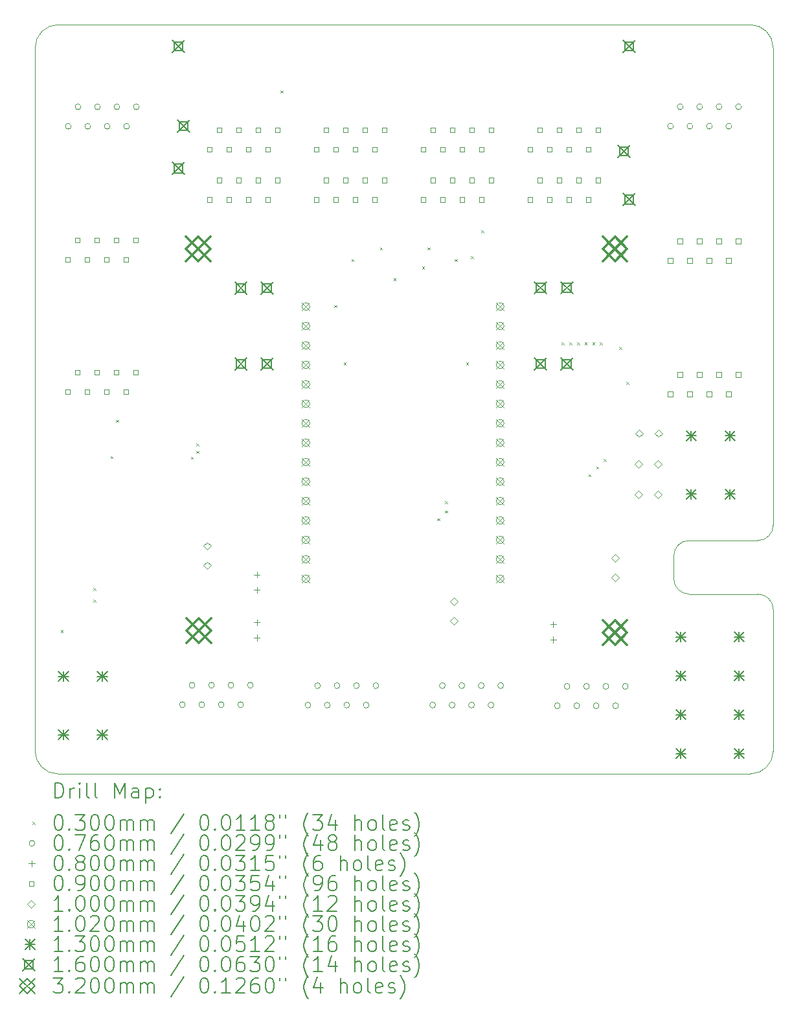
<source format=gbr>
%TF.GenerationSoftware,KiCad,Pcbnew,8.0.1-8.0.1-1~ubuntu22.04.1*%
%TF.CreationDate,2024-04-16T20:31:58-04:00*%
%TF.ProjectId,pdb,7064622e-6b69-4636-9164-5f7063625858,rev?*%
%TF.SameCoordinates,Original*%
%TF.FileFunction,Drillmap*%
%TF.FilePolarity,Positive*%
%FSLAX45Y45*%
G04 Gerber Fmt 4.5, Leading zero omitted, Abs format (unit mm)*
G04 Created by KiCad (PCBNEW 8.0.1-8.0.1-1~ubuntu22.04.1) date 2024-04-16 20:31:58*
%MOMM*%
%LPD*%
G01*
G04 APERTURE LIST*
%ADD10C,0.050000*%
%ADD11C,0.200000*%
%ADD12C,0.100000*%
%ADD13C,0.102000*%
%ADD14C,0.130000*%
%ADD15C,0.160000*%
%ADD16C,0.320000*%
G04 APERTURE END LIST*
D10*
X10450000Y-8900000D02*
X10450000Y-9200000D01*
X2400000Y-1962132D02*
X11450000Y-1962132D01*
X11750000Y-8500000D02*
G75*
G02*
X11550000Y-8700000I-200000J0D01*
G01*
X11750000Y-11450000D02*
G75*
G02*
X11450000Y-11750000I-300000J0D01*
G01*
X11450000Y-11750000D02*
X2400000Y-11750000D01*
X2100000Y-2262132D02*
G75*
G02*
X2400000Y-1962132I300000J0D01*
G01*
X10450000Y-8900000D02*
G75*
G02*
X10650000Y-8700000I200000J0D01*
G01*
X11550000Y-9400000D02*
G75*
G02*
X11750000Y-9600000I0J-200000D01*
G01*
X10650000Y-8700000D02*
X11550000Y-8700000D01*
X2100000Y-11450000D02*
X2100000Y-2262132D01*
X10650000Y-9400000D02*
G75*
G02*
X10450000Y-9200000I0J200000D01*
G01*
X11750000Y-2262132D02*
X11750000Y-8500000D01*
X2400000Y-11750000D02*
G75*
G02*
X2100000Y-11450000I0J300000D01*
G01*
X11750000Y-9600000D02*
X11750000Y-11450000D01*
X11450000Y-1962132D02*
G75*
G02*
X11749998Y-2262132I0J-299998D01*
G01*
X11550000Y-9400000D02*
X10650000Y-9400000D01*
D11*
D12*
X2435000Y-9872000D02*
X2465000Y-9902000D01*
X2465000Y-9872000D02*
X2435000Y-9902000D01*
X2860000Y-9322000D02*
X2890000Y-9352000D01*
X2890000Y-9322000D02*
X2860000Y-9352000D01*
X2860000Y-9472000D02*
X2890000Y-9502000D01*
X2890000Y-9472000D02*
X2860000Y-9502000D01*
X3085000Y-7597000D02*
X3115000Y-7627000D01*
X3115000Y-7597000D02*
X3085000Y-7627000D01*
X3160000Y-7122000D02*
X3190000Y-7152000D01*
X3190000Y-7122000D02*
X3160000Y-7152000D01*
X4135000Y-7606000D02*
X4165000Y-7636000D01*
X4165000Y-7606000D02*
X4135000Y-7636000D01*
X4210000Y-7431000D02*
X4240000Y-7461000D01*
X4240000Y-7431000D02*
X4210000Y-7461000D01*
X4210000Y-7531000D02*
X4240000Y-7561000D01*
X4240000Y-7531000D02*
X4210000Y-7561000D01*
X5310000Y-2822000D02*
X5340000Y-2852000D01*
X5340000Y-2822000D02*
X5310000Y-2852000D01*
X6010000Y-5626750D02*
X6040000Y-5656750D01*
X6040000Y-5626750D02*
X6010000Y-5656750D01*
X6135000Y-6372000D02*
X6165000Y-6402000D01*
X6165000Y-6372000D02*
X6135000Y-6402000D01*
X6235000Y-5022000D02*
X6265000Y-5052000D01*
X6265000Y-5022000D02*
X6235000Y-5052000D01*
X6610000Y-4872000D02*
X6640000Y-4902000D01*
X6640000Y-4872000D02*
X6610000Y-4902000D01*
X6785000Y-5272000D02*
X6815000Y-5302000D01*
X6815000Y-5272000D02*
X6785000Y-5302000D01*
X7160000Y-5122000D02*
X7190000Y-5152000D01*
X7190000Y-5122000D02*
X7160000Y-5152000D01*
X7229000Y-4872000D02*
X7259000Y-4902000D01*
X7259000Y-4872000D02*
X7229000Y-4902000D01*
X7360000Y-8410000D02*
X7390000Y-8440000D01*
X7390000Y-8410000D02*
X7360000Y-8440000D01*
X7460000Y-8185000D02*
X7490000Y-8215000D01*
X7490000Y-8185000D02*
X7460000Y-8215000D01*
X7460000Y-8310000D02*
X7490000Y-8340000D01*
X7490000Y-8310000D02*
X7460000Y-8340000D01*
X7585000Y-5022000D02*
X7615000Y-5052000D01*
X7615000Y-5022000D02*
X7585000Y-5052000D01*
X7735000Y-6372000D02*
X7765000Y-6402000D01*
X7765000Y-6372000D02*
X7735000Y-6402000D01*
X7800000Y-4987000D02*
X7830000Y-5017000D01*
X7830000Y-4987000D02*
X7800000Y-5017000D01*
X7935000Y-4647000D02*
X7965000Y-4677000D01*
X7965000Y-4647000D02*
X7935000Y-4677000D01*
X8985000Y-6110000D02*
X9015000Y-6140000D01*
X9015000Y-6110000D02*
X8985000Y-6140000D01*
X9085000Y-6110000D02*
X9115000Y-6140000D01*
X9115000Y-6110000D02*
X9085000Y-6140000D01*
X9185000Y-6110000D02*
X9215000Y-6140000D01*
X9215000Y-6110000D02*
X9185000Y-6140000D01*
X9285000Y-6110000D02*
X9315000Y-6140000D01*
X9315000Y-6110000D02*
X9285000Y-6140000D01*
X9335000Y-7835000D02*
X9365000Y-7865000D01*
X9365000Y-7835000D02*
X9335000Y-7865000D01*
X9385000Y-6110000D02*
X9415000Y-6140000D01*
X9415000Y-6110000D02*
X9385000Y-6140000D01*
X9435000Y-7735000D02*
X9465000Y-7765000D01*
X9465000Y-7735000D02*
X9435000Y-7765000D01*
X9485000Y-6110000D02*
X9515000Y-6140000D01*
X9515000Y-6110000D02*
X9485000Y-6140000D01*
X9535000Y-7635000D02*
X9565000Y-7665000D01*
X9565000Y-7635000D02*
X9535000Y-7665000D01*
X9735000Y-6172000D02*
X9765000Y-6202000D01*
X9765000Y-6172000D02*
X9735000Y-6202000D01*
X9831000Y-6626000D02*
X9861000Y-6656000D01*
X9861000Y-6626000D02*
X9831000Y-6656000D01*
X2571900Y-3289000D02*
G75*
G02*
X2495900Y-3289000I-38000J0D01*
G01*
X2495900Y-3289000D02*
G75*
G02*
X2571900Y-3289000I38000J0D01*
G01*
X2698900Y-3035000D02*
G75*
G02*
X2622900Y-3035000I-38000J0D01*
G01*
X2622900Y-3035000D02*
G75*
G02*
X2698900Y-3035000I38000J0D01*
G01*
X2825900Y-3289000D02*
G75*
G02*
X2749900Y-3289000I-38000J0D01*
G01*
X2749900Y-3289000D02*
G75*
G02*
X2825900Y-3289000I38000J0D01*
G01*
X2952900Y-3035000D02*
G75*
G02*
X2876900Y-3035000I-38000J0D01*
G01*
X2876900Y-3035000D02*
G75*
G02*
X2952900Y-3035000I38000J0D01*
G01*
X3079900Y-3289000D02*
G75*
G02*
X3003900Y-3289000I-38000J0D01*
G01*
X3003900Y-3289000D02*
G75*
G02*
X3079900Y-3289000I38000J0D01*
G01*
X3206900Y-3035000D02*
G75*
G02*
X3130900Y-3035000I-38000J0D01*
G01*
X3130900Y-3035000D02*
G75*
G02*
X3206900Y-3035000I38000J0D01*
G01*
X3333900Y-3289000D02*
G75*
G02*
X3257900Y-3289000I-38000J0D01*
G01*
X3257900Y-3289000D02*
G75*
G02*
X3333900Y-3289000I38000J0D01*
G01*
X3460900Y-3035000D02*
G75*
G02*
X3384900Y-3035000I-38000J0D01*
G01*
X3384900Y-3035000D02*
G75*
G02*
X3460900Y-3035000I38000J0D01*
G01*
X4062900Y-10845000D02*
G75*
G02*
X3986900Y-10845000I-38000J0D01*
G01*
X3986900Y-10845000D02*
G75*
G02*
X4062900Y-10845000I38000J0D01*
G01*
X4189900Y-10591000D02*
G75*
G02*
X4113900Y-10591000I-38000J0D01*
G01*
X4113900Y-10591000D02*
G75*
G02*
X4189900Y-10591000I38000J0D01*
G01*
X4316900Y-10845000D02*
G75*
G02*
X4240900Y-10845000I-38000J0D01*
G01*
X4240900Y-10845000D02*
G75*
G02*
X4316900Y-10845000I38000J0D01*
G01*
X4443900Y-10591000D02*
G75*
G02*
X4367900Y-10591000I-38000J0D01*
G01*
X4367900Y-10591000D02*
G75*
G02*
X4443900Y-10591000I38000J0D01*
G01*
X4570900Y-10845000D02*
G75*
G02*
X4494900Y-10845000I-38000J0D01*
G01*
X4494900Y-10845000D02*
G75*
G02*
X4570900Y-10845000I38000J0D01*
G01*
X4697900Y-10591000D02*
G75*
G02*
X4621900Y-10591000I-38000J0D01*
G01*
X4621900Y-10591000D02*
G75*
G02*
X4697900Y-10591000I38000J0D01*
G01*
X4824900Y-10845000D02*
G75*
G02*
X4748900Y-10845000I-38000J0D01*
G01*
X4748900Y-10845000D02*
G75*
G02*
X4824900Y-10845000I38000J0D01*
G01*
X4951900Y-10591000D02*
G75*
G02*
X4875900Y-10591000I-38000J0D01*
G01*
X4875900Y-10591000D02*
G75*
G02*
X4951900Y-10591000I38000J0D01*
G01*
X5703900Y-10850000D02*
G75*
G02*
X5627900Y-10850000I-38000J0D01*
G01*
X5627900Y-10850000D02*
G75*
G02*
X5703900Y-10850000I38000J0D01*
G01*
X5830900Y-10596000D02*
G75*
G02*
X5754900Y-10596000I-38000J0D01*
G01*
X5754900Y-10596000D02*
G75*
G02*
X5830900Y-10596000I38000J0D01*
G01*
X5957900Y-10850000D02*
G75*
G02*
X5881900Y-10850000I-38000J0D01*
G01*
X5881900Y-10850000D02*
G75*
G02*
X5957900Y-10850000I38000J0D01*
G01*
X6084900Y-10596000D02*
G75*
G02*
X6008900Y-10596000I-38000J0D01*
G01*
X6008900Y-10596000D02*
G75*
G02*
X6084900Y-10596000I38000J0D01*
G01*
X6211900Y-10850000D02*
G75*
G02*
X6135900Y-10850000I-38000J0D01*
G01*
X6135900Y-10850000D02*
G75*
G02*
X6211900Y-10850000I38000J0D01*
G01*
X6338900Y-10596000D02*
G75*
G02*
X6262900Y-10596000I-38000J0D01*
G01*
X6262900Y-10596000D02*
G75*
G02*
X6338900Y-10596000I38000J0D01*
G01*
X6465900Y-10850000D02*
G75*
G02*
X6389900Y-10850000I-38000J0D01*
G01*
X6389900Y-10850000D02*
G75*
G02*
X6465900Y-10850000I38000J0D01*
G01*
X6592900Y-10596000D02*
G75*
G02*
X6516900Y-10596000I-38000J0D01*
G01*
X6516900Y-10596000D02*
G75*
G02*
X6592900Y-10596000I38000J0D01*
G01*
X7336000Y-10850000D02*
G75*
G02*
X7260000Y-10850000I-38000J0D01*
G01*
X7260000Y-10850000D02*
G75*
G02*
X7336000Y-10850000I38000J0D01*
G01*
X7463000Y-10596000D02*
G75*
G02*
X7387000Y-10596000I-38000J0D01*
G01*
X7387000Y-10596000D02*
G75*
G02*
X7463000Y-10596000I38000J0D01*
G01*
X7590000Y-10850000D02*
G75*
G02*
X7514000Y-10850000I-38000J0D01*
G01*
X7514000Y-10850000D02*
G75*
G02*
X7590000Y-10850000I38000J0D01*
G01*
X7717000Y-10596000D02*
G75*
G02*
X7641000Y-10596000I-38000J0D01*
G01*
X7641000Y-10596000D02*
G75*
G02*
X7717000Y-10596000I38000J0D01*
G01*
X7844000Y-10850000D02*
G75*
G02*
X7768000Y-10850000I-38000J0D01*
G01*
X7768000Y-10850000D02*
G75*
G02*
X7844000Y-10850000I38000J0D01*
G01*
X7971000Y-10596000D02*
G75*
G02*
X7895000Y-10596000I-38000J0D01*
G01*
X7895000Y-10596000D02*
G75*
G02*
X7971000Y-10596000I38000J0D01*
G01*
X8098000Y-10850000D02*
G75*
G02*
X8022000Y-10850000I-38000J0D01*
G01*
X8022000Y-10850000D02*
G75*
G02*
X8098000Y-10850000I38000J0D01*
G01*
X8225000Y-10596000D02*
G75*
G02*
X8149000Y-10596000I-38000J0D01*
G01*
X8149000Y-10596000D02*
G75*
G02*
X8225000Y-10596000I38000J0D01*
G01*
X8966000Y-10860000D02*
G75*
G02*
X8890000Y-10860000I-38000J0D01*
G01*
X8890000Y-10860000D02*
G75*
G02*
X8966000Y-10860000I38000J0D01*
G01*
X9093000Y-10606000D02*
G75*
G02*
X9017000Y-10606000I-38000J0D01*
G01*
X9017000Y-10606000D02*
G75*
G02*
X9093000Y-10606000I38000J0D01*
G01*
X9220000Y-10860000D02*
G75*
G02*
X9144000Y-10860000I-38000J0D01*
G01*
X9144000Y-10860000D02*
G75*
G02*
X9220000Y-10860000I38000J0D01*
G01*
X9347000Y-10606000D02*
G75*
G02*
X9271000Y-10606000I-38000J0D01*
G01*
X9271000Y-10606000D02*
G75*
G02*
X9347000Y-10606000I38000J0D01*
G01*
X9474000Y-10860000D02*
G75*
G02*
X9398000Y-10860000I-38000J0D01*
G01*
X9398000Y-10860000D02*
G75*
G02*
X9474000Y-10860000I38000J0D01*
G01*
X9601000Y-10606000D02*
G75*
G02*
X9525000Y-10606000I-38000J0D01*
G01*
X9525000Y-10606000D02*
G75*
G02*
X9601000Y-10606000I38000J0D01*
G01*
X9728000Y-10860000D02*
G75*
G02*
X9652000Y-10860000I-38000J0D01*
G01*
X9652000Y-10860000D02*
G75*
G02*
X9728000Y-10860000I38000J0D01*
G01*
X9855000Y-10606000D02*
G75*
G02*
X9779000Y-10606000I-38000J0D01*
G01*
X9779000Y-10606000D02*
G75*
G02*
X9855000Y-10606000I38000J0D01*
G01*
X10445100Y-3287000D02*
G75*
G02*
X10369100Y-3287000I-38000J0D01*
G01*
X10369100Y-3287000D02*
G75*
G02*
X10445100Y-3287000I38000J0D01*
G01*
X10572100Y-3033000D02*
G75*
G02*
X10496100Y-3033000I-38000J0D01*
G01*
X10496100Y-3033000D02*
G75*
G02*
X10572100Y-3033000I38000J0D01*
G01*
X10699100Y-3287000D02*
G75*
G02*
X10623100Y-3287000I-38000J0D01*
G01*
X10623100Y-3287000D02*
G75*
G02*
X10699100Y-3287000I38000J0D01*
G01*
X10826100Y-3033000D02*
G75*
G02*
X10750100Y-3033000I-38000J0D01*
G01*
X10750100Y-3033000D02*
G75*
G02*
X10826100Y-3033000I38000J0D01*
G01*
X10953100Y-3287000D02*
G75*
G02*
X10877100Y-3287000I-38000J0D01*
G01*
X10877100Y-3287000D02*
G75*
G02*
X10953100Y-3287000I38000J0D01*
G01*
X11080100Y-3033000D02*
G75*
G02*
X11004100Y-3033000I-38000J0D01*
G01*
X11004100Y-3033000D02*
G75*
G02*
X11080100Y-3033000I38000J0D01*
G01*
X11207100Y-3287000D02*
G75*
G02*
X11131100Y-3287000I-38000J0D01*
G01*
X11131100Y-3287000D02*
G75*
G02*
X11207100Y-3287000I38000J0D01*
G01*
X11334100Y-3033000D02*
G75*
G02*
X11258100Y-3033000I-38000J0D01*
G01*
X11258100Y-3033000D02*
G75*
G02*
X11334100Y-3033000I38000J0D01*
G01*
X5000000Y-9106000D02*
X5000000Y-9186000D01*
X4960000Y-9146000D02*
X5040000Y-9146000D01*
X5000000Y-9306000D02*
X5000000Y-9386000D01*
X4960000Y-9346000D02*
X5040000Y-9346000D01*
X5000000Y-9731000D02*
X5000000Y-9811000D01*
X4960000Y-9771000D02*
X5040000Y-9771000D01*
X5000000Y-9931000D02*
X5000000Y-10011000D01*
X4960000Y-9971000D02*
X5040000Y-9971000D01*
X8875000Y-9756000D02*
X8875000Y-9836000D01*
X8835000Y-9796000D02*
X8915000Y-9796000D01*
X8875000Y-9956000D02*
X8875000Y-10036000D01*
X8835000Y-9996000D02*
X8915000Y-9996000D01*
X2557320Y-6790820D02*
X2557320Y-6727180D01*
X2493680Y-6727180D01*
X2493680Y-6790820D01*
X2557320Y-6790820D01*
X2558570Y-5063820D02*
X2558570Y-5000180D01*
X2494930Y-5000180D01*
X2494930Y-5063820D01*
X2558570Y-5063820D01*
X2684320Y-6536820D02*
X2684320Y-6473180D01*
X2620680Y-6473180D01*
X2620680Y-6536820D01*
X2684320Y-6536820D01*
X2685570Y-4809820D02*
X2685570Y-4746180D01*
X2621930Y-4746180D01*
X2621930Y-4809820D01*
X2685570Y-4809820D01*
X2811320Y-6790820D02*
X2811320Y-6727180D01*
X2747680Y-6727180D01*
X2747680Y-6790820D01*
X2811320Y-6790820D01*
X2812570Y-5063820D02*
X2812570Y-5000180D01*
X2748930Y-5000180D01*
X2748930Y-5063820D01*
X2812570Y-5063820D01*
X2938320Y-6536820D02*
X2938320Y-6473180D01*
X2874680Y-6473180D01*
X2874680Y-6536820D01*
X2938320Y-6536820D01*
X2939570Y-4809820D02*
X2939570Y-4746180D01*
X2875930Y-4746180D01*
X2875930Y-4809820D01*
X2939570Y-4809820D01*
X3065320Y-6790820D02*
X3065320Y-6727180D01*
X3001680Y-6727180D01*
X3001680Y-6790820D01*
X3065320Y-6790820D01*
X3066570Y-5063820D02*
X3066570Y-5000180D01*
X3002930Y-5000180D01*
X3002930Y-5063820D01*
X3066570Y-5063820D01*
X3192320Y-6536820D02*
X3192320Y-6473180D01*
X3128680Y-6473180D01*
X3128680Y-6536820D01*
X3192320Y-6536820D01*
X3193570Y-4809820D02*
X3193570Y-4746180D01*
X3129930Y-4746180D01*
X3129930Y-4809820D01*
X3193570Y-4809820D01*
X3319320Y-6790820D02*
X3319320Y-6727180D01*
X3255680Y-6727180D01*
X3255680Y-6790820D01*
X3319320Y-6790820D01*
X3320570Y-5063820D02*
X3320570Y-5000180D01*
X3256930Y-5000180D01*
X3256930Y-5063820D01*
X3320570Y-5063820D01*
X3446320Y-6536820D02*
X3446320Y-6473180D01*
X3382680Y-6473180D01*
X3382680Y-6536820D01*
X3446320Y-6536820D01*
X3447570Y-4809820D02*
X3447570Y-4746180D01*
X3383930Y-4746180D01*
X3383930Y-4809820D01*
X3447570Y-4809820D01*
X4411820Y-3620820D02*
X4411820Y-3557180D01*
X4348180Y-3557180D01*
X4348180Y-3620820D01*
X4411820Y-3620820D01*
X4411820Y-4277820D02*
X4411820Y-4214180D01*
X4348180Y-4214180D01*
X4348180Y-4277820D01*
X4411820Y-4277820D01*
X4538820Y-3366820D02*
X4538820Y-3303180D01*
X4475180Y-3303180D01*
X4475180Y-3366820D01*
X4538820Y-3366820D01*
X4538820Y-4023820D02*
X4538820Y-3960180D01*
X4475180Y-3960180D01*
X4475180Y-4023820D01*
X4538820Y-4023820D01*
X4665820Y-3620820D02*
X4665820Y-3557180D01*
X4602180Y-3557180D01*
X4602180Y-3620820D01*
X4665820Y-3620820D01*
X4665820Y-4277820D02*
X4665820Y-4214180D01*
X4602180Y-4214180D01*
X4602180Y-4277820D01*
X4665820Y-4277820D01*
X4792820Y-3366820D02*
X4792820Y-3303180D01*
X4729180Y-3303180D01*
X4729180Y-3366820D01*
X4792820Y-3366820D01*
X4792820Y-4023820D02*
X4792820Y-3960180D01*
X4729180Y-3960180D01*
X4729180Y-4023820D01*
X4792820Y-4023820D01*
X4919820Y-3620820D02*
X4919820Y-3557180D01*
X4856180Y-3557180D01*
X4856180Y-3620820D01*
X4919820Y-3620820D01*
X4919820Y-4277820D02*
X4919820Y-4214180D01*
X4856180Y-4214180D01*
X4856180Y-4277820D01*
X4919820Y-4277820D01*
X5046820Y-3366820D02*
X5046820Y-3303180D01*
X4983180Y-3303180D01*
X4983180Y-3366820D01*
X5046820Y-3366820D01*
X5046820Y-4023820D02*
X5046820Y-3960180D01*
X4983180Y-3960180D01*
X4983180Y-4023820D01*
X5046820Y-4023820D01*
X5173820Y-3620820D02*
X5173820Y-3557180D01*
X5110180Y-3557180D01*
X5110180Y-3620820D01*
X5173820Y-3620820D01*
X5173820Y-4277820D02*
X5173820Y-4214180D01*
X5110180Y-4214180D01*
X5110180Y-4277820D01*
X5173820Y-4277820D01*
X5300820Y-3366820D02*
X5300820Y-3303180D01*
X5237180Y-3303180D01*
X5237180Y-3366820D01*
X5300820Y-3366820D01*
X5300820Y-4023820D02*
X5300820Y-3960180D01*
X5237180Y-3960180D01*
X5237180Y-4023820D01*
X5300820Y-4023820D01*
X5808820Y-3620820D02*
X5808820Y-3557180D01*
X5745180Y-3557180D01*
X5745180Y-3620820D01*
X5808820Y-3620820D01*
X5808820Y-4277820D02*
X5808820Y-4214180D01*
X5745180Y-4214180D01*
X5745180Y-4277820D01*
X5808820Y-4277820D01*
X5935820Y-3366820D02*
X5935820Y-3303180D01*
X5872180Y-3303180D01*
X5872180Y-3366820D01*
X5935820Y-3366820D01*
X5935820Y-4023820D02*
X5935820Y-3960180D01*
X5872180Y-3960180D01*
X5872180Y-4023820D01*
X5935820Y-4023820D01*
X6062820Y-3620820D02*
X6062820Y-3557180D01*
X5999180Y-3557180D01*
X5999180Y-3620820D01*
X6062820Y-3620820D01*
X6062820Y-4277820D02*
X6062820Y-4214180D01*
X5999180Y-4214180D01*
X5999180Y-4277820D01*
X6062820Y-4277820D01*
X6189820Y-3366820D02*
X6189820Y-3303180D01*
X6126180Y-3303180D01*
X6126180Y-3366820D01*
X6189820Y-3366820D01*
X6189820Y-4023820D02*
X6189820Y-3960180D01*
X6126180Y-3960180D01*
X6126180Y-4023820D01*
X6189820Y-4023820D01*
X6316820Y-3620820D02*
X6316820Y-3557180D01*
X6253180Y-3557180D01*
X6253180Y-3620820D01*
X6316820Y-3620820D01*
X6316820Y-4277820D02*
X6316820Y-4214180D01*
X6253180Y-4214180D01*
X6253180Y-4277820D01*
X6316820Y-4277820D01*
X6443820Y-3366820D02*
X6443820Y-3303180D01*
X6380180Y-3303180D01*
X6380180Y-3366820D01*
X6443820Y-3366820D01*
X6443820Y-4023820D02*
X6443820Y-3960180D01*
X6380180Y-3960180D01*
X6380180Y-4023820D01*
X6443820Y-4023820D01*
X6570820Y-3620820D02*
X6570820Y-3557180D01*
X6507180Y-3557180D01*
X6507180Y-3620820D01*
X6570820Y-3620820D01*
X6570820Y-4277820D02*
X6570820Y-4214180D01*
X6507180Y-4214180D01*
X6507180Y-4277820D01*
X6570820Y-4277820D01*
X6697820Y-3366820D02*
X6697820Y-3303180D01*
X6634180Y-3303180D01*
X6634180Y-3366820D01*
X6697820Y-3366820D01*
X6697820Y-4023820D02*
X6697820Y-3960180D01*
X6634180Y-3960180D01*
X6634180Y-4023820D01*
X6697820Y-4023820D01*
X7205820Y-3620820D02*
X7205820Y-3557180D01*
X7142180Y-3557180D01*
X7142180Y-3620820D01*
X7205820Y-3620820D01*
X7205820Y-4277820D02*
X7205820Y-4214180D01*
X7142180Y-4214180D01*
X7142180Y-4277820D01*
X7205820Y-4277820D01*
X7332820Y-3366820D02*
X7332820Y-3303180D01*
X7269180Y-3303180D01*
X7269180Y-3366820D01*
X7332820Y-3366820D01*
X7332820Y-4023820D02*
X7332820Y-3960180D01*
X7269180Y-3960180D01*
X7269180Y-4023820D01*
X7332820Y-4023820D01*
X7459820Y-3620820D02*
X7459820Y-3557180D01*
X7396180Y-3557180D01*
X7396180Y-3620820D01*
X7459820Y-3620820D01*
X7459820Y-4277820D02*
X7459820Y-4214180D01*
X7396180Y-4214180D01*
X7396180Y-4277820D01*
X7459820Y-4277820D01*
X7586820Y-3366820D02*
X7586820Y-3303180D01*
X7523180Y-3303180D01*
X7523180Y-3366820D01*
X7586820Y-3366820D01*
X7586820Y-4023820D02*
X7586820Y-3960180D01*
X7523180Y-3960180D01*
X7523180Y-4023820D01*
X7586820Y-4023820D01*
X7713820Y-3620820D02*
X7713820Y-3557180D01*
X7650180Y-3557180D01*
X7650180Y-3620820D01*
X7713820Y-3620820D01*
X7713820Y-4277820D02*
X7713820Y-4214180D01*
X7650180Y-4214180D01*
X7650180Y-4277820D01*
X7713820Y-4277820D01*
X7840820Y-3366820D02*
X7840820Y-3303180D01*
X7777180Y-3303180D01*
X7777180Y-3366820D01*
X7840820Y-3366820D01*
X7840820Y-4023820D02*
X7840820Y-3960180D01*
X7777180Y-3960180D01*
X7777180Y-4023820D01*
X7840820Y-4023820D01*
X7967820Y-3620820D02*
X7967820Y-3557180D01*
X7904180Y-3557180D01*
X7904180Y-3620820D01*
X7967820Y-3620820D01*
X7967820Y-4277820D02*
X7967820Y-4214180D01*
X7904180Y-4214180D01*
X7904180Y-4277820D01*
X7967820Y-4277820D01*
X8094820Y-3366820D02*
X8094820Y-3303180D01*
X8031180Y-3303180D01*
X8031180Y-3366820D01*
X8094820Y-3366820D01*
X8094820Y-4023820D02*
X8094820Y-3960180D01*
X8031180Y-3960180D01*
X8031180Y-4023820D01*
X8094820Y-4023820D01*
X8602820Y-3620820D02*
X8602820Y-3557180D01*
X8539180Y-3557180D01*
X8539180Y-3620820D01*
X8602820Y-3620820D01*
X8602820Y-4277820D02*
X8602820Y-4214180D01*
X8539180Y-4214180D01*
X8539180Y-4277820D01*
X8602820Y-4277820D01*
X8729820Y-3366820D02*
X8729820Y-3303180D01*
X8666180Y-3303180D01*
X8666180Y-3366820D01*
X8729820Y-3366820D01*
X8729820Y-4023820D02*
X8729820Y-3960180D01*
X8666180Y-3960180D01*
X8666180Y-4023820D01*
X8729820Y-4023820D01*
X8856820Y-3620820D02*
X8856820Y-3557180D01*
X8793180Y-3557180D01*
X8793180Y-3620820D01*
X8856820Y-3620820D01*
X8856820Y-4277820D02*
X8856820Y-4214180D01*
X8793180Y-4214180D01*
X8793180Y-4277820D01*
X8856820Y-4277820D01*
X8983820Y-3366820D02*
X8983820Y-3303180D01*
X8920180Y-3303180D01*
X8920180Y-3366820D01*
X8983820Y-3366820D01*
X8983820Y-4023820D02*
X8983820Y-3960180D01*
X8920180Y-3960180D01*
X8920180Y-4023820D01*
X8983820Y-4023820D01*
X9110820Y-3620820D02*
X9110820Y-3557180D01*
X9047180Y-3557180D01*
X9047180Y-3620820D01*
X9110820Y-3620820D01*
X9110820Y-4277820D02*
X9110820Y-4214180D01*
X9047180Y-4214180D01*
X9047180Y-4277820D01*
X9110820Y-4277820D01*
X9237820Y-3366820D02*
X9237820Y-3303180D01*
X9174180Y-3303180D01*
X9174180Y-3366820D01*
X9237820Y-3366820D01*
X9237820Y-4023820D02*
X9237820Y-3960180D01*
X9174180Y-3960180D01*
X9174180Y-4023820D01*
X9237820Y-4023820D01*
X9364820Y-3620820D02*
X9364820Y-3557180D01*
X9301180Y-3557180D01*
X9301180Y-3620820D01*
X9364820Y-3620820D01*
X9364820Y-4277820D02*
X9364820Y-4214180D01*
X9301180Y-4214180D01*
X9301180Y-4277820D01*
X9364820Y-4277820D01*
X9491820Y-3366820D02*
X9491820Y-3303180D01*
X9428180Y-3303180D01*
X9428180Y-3366820D01*
X9491820Y-3366820D01*
X9491820Y-4023820D02*
X9491820Y-3960180D01*
X9428180Y-3960180D01*
X9428180Y-4023820D01*
X9491820Y-4023820D01*
X10437320Y-5073820D02*
X10437320Y-5010180D01*
X10373680Y-5010180D01*
X10373680Y-5073820D01*
X10437320Y-5073820D01*
X10437320Y-6820820D02*
X10437320Y-6757180D01*
X10373680Y-6757180D01*
X10373680Y-6820820D01*
X10437320Y-6820820D01*
X10564320Y-4819820D02*
X10564320Y-4756180D01*
X10500680Y-4756180D01*
X10500680Y-4819820D01*
X10564320Y-4819820D01*
X10564320Y-6566820D02*
X10564320Y-6503180D01*
X10500680Y-6503180D01*
X10500680Y-6566820D01*
X10564320Y-6566820D01*
X10691320Y-5073820D02*
X10691320Y-5010180D01*
X10627680Y-5010180D01*
X10627680Y-5073820D01*
X10691320Y-5073820D01*
X10691320Y-6820820D02*
X10691320Y-6757180D01*
X10627680Y-6757180D01*
X10627680Y-6820820D01*
X10691320Y-6820820D01*
X10818320Y-4819820D02*
X10818320Y-4756180D01*
X10754680Y-4756180D01*
X10754680Y-4819820D01*
X10818320Y-4819820D01*
X10818320Y-6566820D02*
X10818320Y-6503180D01*
X10754680Y-6503180D01*
X10754680Y-6566820D01*
X10818320Y-6566820D01*
X10945320Y-5073820D02*
X10945320Y-5010180D01*
X10881680Y-5010180D01*
X10881680Y-5073820D01*
X10945320Y-5073820D01*
X10945320Y-6820820D02*
X10945320Y-6757180D01*
X10881680Y-6757180D01*
X10881680Y-6820820D01*
X10945320Y-6820820D01*
X11072320Y-4819820D02*
X11072320Y-4756180D01*
X11008680Y-4756180D01*
X11008680Y-4819820D01*
X11072320Y-4819820D01*
X11072320Y-6566820D02*
X11072320Y-6503180D01*
X11008680Y-6503180D01*
X11008680Y-6566820D01*
X11072320Y-6566820D01*
X11199320Y-5073820D02*
X11199320Y-5010180D01*
X11135680Y-5010180D01*
X11135680Y-5073820D01*
X11199320Y-5073820D01*
X11199320Y-6820820D02*
X11199320Y-6757180D01*
X11135680Y-6757180D01*
X11135680Y-6820820D01*
X11199320Y-6820820D01*
X11326320Y-4819820D02*
X11326320Y-4756180D01*
X11262680Y-4756180D01*
X11262680Y-4819820D01*
X11326320Y-4819820D01*
X11326320Y-6566820D02*
X11326320Y-6503180D01*
X11262680Y-6503180D01*
X11262680Y-6566820D01*
X11326320Y-6566820D01*
X4350000Y-8822500D02*
X4400000Y-8772500D01*
X4350000Y-8722500D01*
X4300000Y-8772500D01*
X4350000Y-8822500D01*
X4350000Y-9076500D02*
X4400000Y-9026500D01*
X4350000Y-8976500D01*
X4300000Y-9026500D01*
X4350000Y-9076500D01*
X7575000Y-9543500D02*
X7625000Y-9493500D01*
X7575000Y-9443500D01*
X7525000Y-9493500D01*
X7575000Y-9543500D01*
X7575000Y-9797500D02*
X7625000Y-9747500D01*
X7575000Y-9697500D01*
X7525000Y-9747500D01*
X7575000Y-9797500D01*
X9683000Y-8979000D02*
X9733000Y-8929000D01*
X9683000Y-8879000D01*
X9633000Y-8929000D01*
X9683000Y-8979000D01*
X9683000Y-9233000D02*
X9733000Y-9183000D01*
X9683000Y-9133000D01*
X9633000Y-9183000D01*
X9683000Y-9233000D01*
X9992000Y-7750000D02*
X10042000Y-7700000D01*
X9992000Y-7650000D01*
X9942000Y-7700000D01*
X9992000Y-7750000D01*
X9992000Y-8150000D02*
X10042000Y-8100000D01*
X9992000Y-8050000D01*
X9942000Y-8100000D01*
X9992000Y-8150000D01*
X9996000Y-7350000D02*
X10046000Y-7300000D01*
X9996000Y-7250000D01*
X9946000Y-7300000D01*
X9996000Y-7350000D01*
X10246000Y-7750000D02*
X10296000Y-7700000D01*
X10246000Y-7650000D01*
X10196000Y-7700000D01*
X10246000Y-7750000D01*
X10246000Y-8150000D02*
X10296000Y-8100000D01*
X10246000Y-8050000D01*
X10196000Y-8100000D01*
X10246000Y-8150000D01*
X10250000Y-7350000D02*
X10300000Y-7300000D01*
X10250000Y-7250000D01*
X10200000Y-7300000D01*
X10250000Y-7350000D01*
D13*
X5589000Y-5593000D02*
X5691000Y-5695000D01*
X5691000Y-5593000D02*
X5589000Y-5695000D01*
X5691000Y-5644000D02*
G75*
G02*
X5589000Y-5644000I-51000J0D01*
G01*
X5589000Y-5644000D02*
G75*
G02*
X5691000Y-5644000I51000J0D01*
G01*
X5589000Y-5847000D02*
X5691000Y-5949000D01*
X5691000Y-5847000D02*
X5589000Y-5949000D01*
X5691000Y-5898000D02*
G75*
G02*
X5589000Y-5898000I-51000J0D01*
G01*
X5589000Y-5898000D02*
G75*
G02*
X5691000Y-5898000I51000J0D01*
G01*
X5589000Y-6101000D02*
X5691000Y-6203000D01*
X5691000Y-6101000D02*
X5589000Y-6203000D01*
X5691000Y-6152000D02*
G75*
G02*
X5589000Y-6152000I-51000J0D01*
G01*
X5589000Y-6152000D02*
G75*
G02*
X5691000Y-6152000I51000J0D01*
G01*
X5589000Y-6355000D02*
X5691000Y-6457000D01*
X5691000Y-6355000D02*
X5589000Y-6457000D01*
X5691000Y-6406000D02*
G75*
G02*
X5589000Y-6406000I-51000J0D01*
G01*
X5589000Y-6406000D02*
G75*
G02*
X5691000Y-6406000I51000J0D01*
G01*
X5589000Y-6609000D02*
X5691000Y-6711000D01*
X5691000Y-6609000D02*
X5589000Y-6711000D01*
X5691000Y-6660000D02*
G75*
G02*
X5589000Y-6660000I-51000J0D01*
G01*
X5589000Y-6660000D02*
G75*
G02*
X5691000Y-6660000I51000J0D01*
G01*
X5589000Y-6863000D02*
X5691000Y-6965000D01*
X5691000Y-6863000D02*
X5589000Y-6965000D01*
X5691000Y-6914000D02*
G75*
G02*
X5589000Y-6914000I-51000J0D01*
G01*
X5589000Y-6914000D02*
G75*
G02*
X5691000Y-6914000I51000J0D01*
G01*
X5589000Y-7117000D02*
X5691000Y-7219000D01*
X5691000Y-7117000D02*
X5589000Y-7219000D01*
X5691000Y-7168000D02*
G75*
G02*
X5589000Y-7168000I-51000J0D01*
G01*
X5589000Y-7168000D02*
G75*
G02*
X5691000Y-7168000I51000J0D01*
G01*
X5589000Y-7371000D02*
X5691000Y-7473000D01*
X5691000Y-7371000D02*
X5589000Y-7473000D01*
X5691000Y-7422000D02*
G75*
G02*
X5589000Y-7422000I-51000J0D01*
G01*
X5589000Y-7422000D02*
G75*
G02*
X5691000Y-7422000I51000J0D01*
G01*
X5589000Y-7625000D02*
X5691000Y-7727000D01*
X5691000Y-7625000D02*
X5589000Y-7727000D01*
X5691000Y-7676000D02*
G75*
G02*
X5589000Y-7676000I-51000J0D01*
G01*
X5589000Y-7676000D02*
G75*
G02*
X5691000Y-7676000I51000J0D01*
G01*
X5589000Y-7879000D02*
X5691000Y-7981000D01*
X5691000Y-7879000D02*
X5589000Y-7981000D01*
X5691000Y-7930000D02*
G75*
G02*
X5589000Y-7930000I-51000J0D01*
G01*
X5589000Y-7930000D02*
G75*
G02*
X5691000Y-7930000I51000J0D01*
G01*
X5589000Y-8133000D02*
X5691000Y-8235000D01*
X5691000Y-8133000D02*
X5589000Y-8235000D01*
X5691000Y-8184000D02*
G75*
G02*
X5589000Y-8184000I-51000J0D01*
G01*
X5589000Y-8184000D02*
G75*
G02*
X5691000Y-8184000I51000J0D01*
G01*
X5589000Y-8387000D02*
X5691000Y-8489000D01*
X5691000Y-8387000D02*
X5589000Y-8489000D01*
X5691000Y-8438000D02*
G75*
G02*
X5589000Y-8438000I-51000J0D01*
G01*
X5589000Y-8438000D02*
G75*
G02*
X5691000Y-8438000I51000J0D01*
G01*
X5589000Y-8641000D02*
X5691000Y-8743000D01*
X5691000Y-8641000D02*
X5589000Y-8743000D01*
X5691000Y-8692000D02*
G75*
G02*
X5589000Y-8692000I-51000J0D01*
G01*
X5589000Y-8692000D02*
G75*
G02*
X5691000Y-8692000I51000J0D01*
G01*
X5589000Y-8895000D02*
X5691000Y-8997000D01*
X5691000Y-8895000D02*
X5589000Y-8997000D01*
X5691000Y-8946000D02*
G75*
G02*
X5589000Y-8946000I-51000J0D01*
G01*
X5589000Y-8946000D02*
G75*
G02*
X5691000Y-8946000I51000J0D01*
G01*
X5589000Y-9149000D02*
X5691000Y-9251000D01*
X5691000Y-9149000D02*
X5589000Y-9251000D01*
X5691000Y-9200000D02*
G75*
G02*
X5589000Y-9200000I-51000J0D01*
G01*
X5589000Y-9200000D02*
G75*
G02*
X5691000Y-9200000I51000J0D01*
G01*
X8129000Y-5593000D02*
X8231000Y-5695000D01*
X8231000Y-5593000D02*
X8129000Y-5695000D01*
X8231000Y-5644000D02*
G75*
G02*
X8129000Y-5644000I-51000J0D01*
G01*
X8129000Y-5644000D02*
G75*
G02*
X8231000Y-5644000I51000J0D01*
G01*
X8129000Y-5847000D02*
X8231000Y-5949000D01*
X8231000Y-5847000D02*
X8129000Y-5949000D01*
X8231000Y-5898000D02*
G75*
G02*
X8129000Y-5898000I-51000J0D01*
G01*
X8129000Y-5898000D02*
G75*
G02*
X8231000Y-5898000I51000J0D01*
G01*
X8129000Y-6101000D02*
X8231000Y-6203000D01*
X8231000Y-6101000D02*
X8129000Y-6203000D01*
X8231000Y-6152000D02*
G75*
G02*
X8129000Y-6152000I-51000J0D01*
G01*
X8129000Y-6152000D02*
G75*
G02*
X8231000Y-6152000I51000J0D01*
G01*
X8129000Y-6355000D02*
X8231000Y-6457000D01*
X8231000Y-6355000D02*
X8129000Y-6457000D01*
X8231000Y-6406000D02*
G75*
G02*
X8129000Y-6406000I-51000J0D01*
G01*
X8129000Y-6406000D02*
G75*
G02*
X8231000Y-6406000I51000J0D01*
G01*
X8129000Y-6609000D02*
X8231000Y-6711000D01*
X8231000Y-6609000D02*
X8129000Y-6711000D01*
X8231000Y-6660000D02*
G75*
G02*
X8129000Y-6660000I-51000J0D01*
G01*
X8129000Y-6660000D02*
G75*
G02*
X8231000Y-6660000I51000J0D01*
G01*
X8129000Y-6863000D02*
X8231000Y-6965000D01*
X8231000Y-6863000D02*
X8129000Y-6965000D01*
X8231000Y-6914000D02*
G75*
G02*
X8129000Y-6914000I-51000J0D01*
G01*
X8129000Y-6914000D02*
G75*
G02*
X8231000Y-6914000I51000J0D01*
G01*
X8129000Y-7117000D02*
X8231000Y-7219000D01*
X8231000Y-7117000D02*
X8129000Y-7219000D01*
X8231000Y-7168000D02*
G75*
G02*
X8129000Y-7168000I-51000J0D01*
G01*
X8129000Y-7168000D02*
G75*
G02*
X8231000Y-7168000I51000J0D01*
G01*
X8129000Y-7371000D02*
X8231000Y-7473000D01*
X8231000Y-7371000D02*
X8129000Y-7473000D01*
X8231000Y-7422000D02*
G75*
G02*
X8129000Y-7422000I-51000J0D01*
G01*
X8129000Y-7422000D02*
G75*
G02*
X8231000Y-7422000I51000J0D01*
G01*
X8129000Y-7625000D02*
X8231000Y-7727000D01*
X8231000Y-7625000D02*
X8129000Y-7727000D01*
X8231000Y-7676000D02*
G75*
G02*
X8129000Y-7676000I-51000J0D01*
G01*
X8129000Y-7676000D02*
G75*
G02*
X8231000Y-7676000I51000J0D01*
G01*
X8129000Y-7879000D02*
X8231000Y-7981000D01*
X8231000Y-7879000D02*
X8129000Y-7981000D01*
X8231000Y-7930000D02*
G75*
G02*
X8129000Y-7930000I-51000J0D01*
G01*
X8129000Y-7930000D02*
G75*
G02*
X8231000Y-7930000I51000J0D01*
G01*
X8129000Y-8133000D02*
X8231000Y-8235000D01*
X8231000Y-8133000D02*
X8129000Y-8235000D01*
X8231000Y-8184000D02*
G75*
G02*
X8129000Y-8184000I-51000J0D01*
G01*
X8129000Y-8184000D02*
G75*
G02*
X8231000Y-8184000I51000J0D01*
G01*
X8129000Y-8387000D02*
X8231000Y-8489000D01*
X8231000Y-8387000D02*
X8129000Y-8489000D01*
X8231000Y-8438000D02*
G75*
G02*
X8129000Y-8438000I-51000J0D01*
G01*
X8129000Y-8438000D02*
G75*
G02*
X8231000Y-8438000I51000J0D01*
G01*
X8129000Y-8641000D02*
X8231000Y-8743000D01*
X8231000Y-8641000D02*
X8129000Y-8743000D01*
X8231000Y-8692000D02*
G75*
G02*
X8129000Y-8692000I-51000J0D01*
G01*
X8129000Y-8692000D02*
G75*
G02*
X8231000Y-8692000I51000J0D01*
G01*
X8129000Y-8895000D02*
X8231000Y-8997000D01*
X8231000Y-8895000D02*
X8129000Y-8997000D01*
X8231000Y-8946000D02*
G75*
G02*
X8129000Y-8946000I-51000J0D01*
G01*
X8129000Y-8946000D02*
G75*
G02*
X8231000Y-8946000I51000J0D01*
G01*
X8129000Y-9149000D02*
X8231000Y-9251000D01*
X8231000Y-9149000D02*
X8129000Y-9251000D01*
X8231000Y-9200000D02*
G75*
G02*
X8129000Y-9200000I-51000J0D01*
G01*
X8129000Y-9200000D02*
G75*
G02*
X8231000Y-9200000I51000J0D01*
G01*
D14*
X2406250Y-10411750D02*
X2536250Y-10541750D01*
X2536250Y-10411750D02*
X2406250Y-10541750D01*
X2471250Y-10411750D02*
X2471250Y-10541750D01*
X2406250Y-10476750D02*
X2536250Y-10476750D01*
X2406250Y-11173750D02*
X2536250Y-11303750D01*
X2536250Y-11173750D02*
X2406250Y-11303750D01*
X2471250Y-11173750D02*
X2471250Y-11303750D01*
X2406250Y-11238750D02*
X2536250Y-11238750D01*
X2914250Y-10411750D02*
X3044250Y-10541750D01*
X3044250Y-10411750D02*
X2914250Y-10541750D01*
X2979250Y-10411750D02*
X2979250Y-10541750D01*
X2914250Y-10476750D02*
X3044250Y-10476750D01*
X2914250Y-11173750D02*
X3044250Y-11303750D01*
X3044250Y-11173750D02*
X2914250Y-11303750D01*
X2979250Y-11173750D02*
X2979250Y-11303750D01*
X2914250Y-11238750D02*
X3044250Y-11238750D01*
X10476750Y-9894750D02*
X10606750Y-10024750D01*
X10606750Y-9894750D02*
X10476750Y-10024750D01*
X10541750Y-9894750D02*
X10541750Y-10024750D01*
X10476750Y-9959750D02*
X10606750Y-9959750D01*
X10476750Y-10402750D02*
X10606750Y-10532750D01*
X10606750Y-10402750D02*
X10476750Y-10532750D01*
X10541750Y-10402750D02*
X10541750Y-10532750D01*
X10476750Y-10467750D02*
X10606750Y-10467750D01*
X10476750Y-10910750D02*
X10606750Y-11040750D01*
X10606750Y-10910750D02*
X10476750Y-11040750D01*
X10541750Y-10910750D02*
X10541750Y-11040750D01*
X10476750Y-10975750D02*
X10606750Y-10975750D01*
X10476750Y-11418750D02*
X10606750Y-11548750D01*
X10606750Y-11418750D02*
X10476750Y-11548750D01*
X10541750Y-11418750D02*
X10541750Y-11548750D01*
X10476750Y-11483750D02*
X10606750Y-11483750D01*
X10611250Y-7266750D02*
X10741250Y-7396750D01*
X10741250Y-7266750D02*
X10611250Y-7396750D01*
X10676250Y-7266750D02*
X10676250Y-7396750D01*
X10611250Y-7331750D02*
X10741250Y-7331750D01*
X10611250Y-8028750D02*
X10741250Y-8158750D01*
X10741250Y-8028750D02*
X10611250Y-8158750D01*
X10676250Y-8028750D02*
X10676250Y-8158750D01*
X10611250Y-8093750D02*
X10741250Y-8093750D01*
X11119250Y-7266750D02*
X11249250Y-7396750D01*
X11249250Y-7266750D02*
X11119250Y-7396750D01*
X11184250Y-7266750D02*
X11184250Y-7396750D01*
X11119250Y-7331750D02*
X11249250Y-7331750D01*
X11119250Y-8028750D02*
X11249250Y-8158750D01*
X11249250Y-8028750D02*
X11119250Y-8158750D01*
X11184250Y-8028750D02*
X11184250Y-8158750D01*
X11119250Y-8093750D02*
X11249250Y-8093750D01*
X11238750Y-9894750D02*
X11368750Y-10024750D01*
X11368750Y-9894750D02*
X11238750Y-10024750D01*
X11303750Y-9894750D02*
X11303750Y-10024750D01*
X11238750Y-9959750D02*
X11368750Y-9959750D01*
X11238750Y-10402750D02*
X11368750Y-10532750D01*
X11368750Y-10402750D02*
X11238750Y-10532750D01*
X11303750Y-10402750D02*
X11303750Y-10532750D01*
X11238750Y-10467750D02*
X11368750Y-10467750D01*
X11238750Y-10910750D02*
X11368750Y-11040750D01*
X11368750Y-10910750D02*
X11238750Y-11040750D01*
X11303750Y-10910750D02*
X11303750Y-11040750D01*
X11238750Y-10975750D02*
X11368750Y-10975750D01*
X11238750Y-11418750D02*
X11368750Y-11548750D01*
X11368750Y-11418750D02*
X11238750Y-11548750D01*
X11303750Y-11418750D02*
X11303750Y-11548750D01*
X11238750Y-11483750D02*
X11368750Y-11483750D01*
D15*
X3894000Y-2163000D02*
X4054000Y-2323000D01*
X4054000Y-2163000D02*
X3894000Y-2323000D01*
X4030569Y-2299569D02*
X4030569Y-2186431D01*
X3917431Y-2186431D01*
X3917431Y-2299569D01*
X4030569Y-2299569D01*
X3894000Y-3760000D02*
X4054000Y-3920000D01*
X4054000Y-3760000D02*
X3894000Y-3920000D01*
X4030569Y-3896569D02*
X4030569Y-3783431D01*
X3917431Y-3783431D01*
X3917431Y-3896569D01*
X4030569Y-3896569D01*
X3960500Y-3205000D02*
X4120500Y-3365000D01*
X4120500Y-3205000D02*
X3960500Y-3365000D01*
X4097069Y-3341569D02*
X4097069Y-3228431D01*
X3983931Y-3228431D01*
X3983931Y-3341569D01*
X4097069Y-3341569D01*
X4710000Y-5324000D02*
X4870000Y-5484000D01*
X4870000Y-5324000D02*
X4710000Y-5484000D01*
X4846569Y-5460569D02*
X4846569Y-5347431D01*
X4733431Y-5347431D01*
X4733431Y-5460569D01*
X4846569Y-5460569D01*
X4710000Y-6316000D02*
X4870000Y-6476000D01*
X4870000Y-6316000D02*
X4710000Y-6476000D01*
X4846569Y-6452569D02*
X4846569Y-6339431D01*
X4733431Y-6339431D01*
X4733431Y-6452569D01*
X4846569Y-6452569D01*
X5050000Y-5324000D02*
X5210000Y-5484000D01*
X5210000Y-5324000D02*
X5050000Y-5484000D01*
X5186569Y-5460569D02*
X5186569Y-5347431D01*
X5073431Y-5347431D01*
X5073431Y-5460569D01*
X5186569Y-5460569D01*
X5050000Y-6316000D02*
X5210000Y-6476000D01*
X5210000Y-6316000D02*
X5050000Y-6476000D01*
X5186569Y-6452569D02*
X5186569Y-6339431D01*
X5073431Y-6339431D01*
X5073431Y-6452569D01*
X5186569Y-6452569D01*
X8630000Y-5319000D02*
X8790000Y-5479000D01*
X8790000Y-5319000D02*
X8630000Y-5479000D01*
X8766569Y-5455569D02*
X8766569Y-5342431D01*
X8653431Y-5342431D01*
X8653431Y-5455569D01*
X8766569Y-5455569D01*
X8630000Y-6311000D02*
X8790000Y-6471000D01*
X8790000Y-6311000D02*
X8630000Y-6471000D01*
X8766569Y-6447569D02*
X8766569Y-6334431D01*
X8653431Y-6334431D01*
X8653431Y-6447569D01*
X8766569Y-6447569D01*
X8970000Y-5319000D02*
X9130000Y-5479000D01*
X9130000Y-5319000D02*
X8970000Y-5479000D01*
X9106569Y-5455569D02*
X9106569Y-5342431D01*
X8993431Y-5342431D01*
X8993431Y-5455569D01*
X9106569Y-5455569D01*
X8970000Y-6311000D02*
X9130000Y-6471000D01*
X9130000Y-6311000D02*
X8970000Y-6471000D01*
X9106569Y-6447569D02*
X9106569Y-6334431D01*
X8993431Y-6334431D01*
X8993431Y-6447569D01*
X9106569Y-6447569D01*
X9719500Y-3535000D02*
X9879500Y-3695000D01*
X9879500Y-3535000D02*
X9719500Y-3695000D01*
X9856069Y-3671569D02*
X9856069Y-3558431D01*
X9742931Y-3558431D01*
X9742931Y-3671569D01*
X9856069Y-3671569D01*
X9786000Y-2163000D02*
X9946000Y-2323000D01*
X9946000Y-2163000D02*
X9786000Y-2323000D01*
X9922569Y-2299569D02*
X9922569Y-2186431D01*
X9809431Y-2186431D01*
X9809431Y-2299569D01*
X9922569Y-2299569D01*
X9786000Y-4166000D02*
X9946000Y-4326000D01*
X9946000Y-4166000D02*
X9786000Y-4326000D01*
X9922569Y-4302569D02*
X9922569Y-4189431D01*
X9809431Y-4189431D01*
X9809431Y-4302569D01*
X9922569Y-4302569D01*
D16*
X4070000Y-4730000D02*
X4390000Y-5050000D01*
X4390000Y-4730000D02*
X4070000Y-5050000D01*
X4230000Y-5050000D02*
X4390000Y-4890000D01*
X4230000Y-4730000D01*
X4070000Y-4890000D01*
X4230000Y-5050000D01*
X4080000Y-9720000D02*
X4400000Y-10040000D01*
X4400000Y-9720000D02*
X4080000Y-10040000D01*
X4240000Y-10040000D02*
X4400000Y-9880000D01*
X4240000Y-9720000D01*
X4080000Y-9880000D01*
X4240000Y-10040000D01*
X9520000Y-4730000D02*
X9840000Y-5050000D01*
X9840000Y-4730000D02*
X9520000Y-5050000D01*
X9680000Y-5050000D02*
X9840000Y-4890000D01*
X9680000Y-4730000D01*
X9520000Y-4890000D01*
X9680000Y-5050000D01*
X9520000Y-9740000D02*
X9840000Y-10060000D01*
X9840000Y-9740000D02*
X9520000Y-10060000D01*
X9680000Y-10060000D02*
X9840000Y-9900000D01*
X9680000Y-9740000D01*
X9520000Y-9900000D01*
X9680000Y-10060000D01*
D11*
X2358277Y-12063984D02*
X2358277Y-11863984D01*
X2358277Y-11863984D02*
X2405896Y-11863984D01*
X2405896Y-11863984D02*
X2434467Y-11873508D01*
X2434467Y-11873508D02*
X2453515Y-11892555D01*
X2453515Y-11892555D02*
X2463039Y-11911603D01*
X2463039Y-11911603D02*
X2472563Y-11949698D01*
X2472563Y-11949698D02*
X2472563Y-11978269D01*
X2472563Y-11978269D02*
X2463039Y-12016365D01*
X2463039Y-12016365D02*
X2453515Y-12035412D01*
X2453515Y-12035412D02*
X2434467Y-12054460D01*
X2434467Y-12054460D02*
X2405896Y-12063984D01*
X2405896Y-12063984D02*
X2358277Y-12063984D01*
X2558277Y-12063984D02*
X2558277Y-11930650D01*
X2558277Y-11968746D02*
X2567801Y-11949698D01*
X2567801Y-11949698D02*
X2577324Y-11940174D01*
X2577324Y-11940174D02*
X2596372Y-11930650D01*
X2596372Y-11930650D02*
X2615420Y-11930650D01*
X2682086Y-12063984D02*
X2682086Y-11930650D01*
X2682086Y-11863984D02*
X2672563Y-11873508D01*
X2672563Y-11873508D02*
X2682086Y-11883031D01*
X2682086Y-11883031D02*
X2691610Y-11873508D01*
X2691610Y-11873508D02*
X2682086Y-11863984D01*
X2682086Y-11863984D02*
X2682086Y-11883031D01*
X2805896Y-12063984D02*
X2786848Y-12054460D01*
X2786848Y-12054460D02*
X2777324Y-12035412D01*
X2777324Y-12035412D02*
X2777324Y-11863984D01*
X2910658Y-12063984D02*
X2891610Y-12054460D01*
X2891610Y-12054460D02*
X2882086Y-12035412D01*
X2882086Y-12035412D02*
X2882086Y-11863984D01*
X3139229Y-12063984D02*
X3139229Y-11863984D01*
X3139229Y-11863984D02*
X3205896Y-12006841D01*
X3205896Y-12006841D02*
X3272562Y-11863984D01*
X3272562Y-11863984D02*
X3272562Y-12063984D01*
X3453515Y-12063984D02*
X3453515Y-11959222D01*
X3453515Y-11959222D02*
X3443991Y-11940174D01*
X3443991Y-11940174D02*
X3424943Y-11930650D01*
X3424943Y-11930650D02*
X3386848Y-11930650D01*
X3386848Y-11930650D02*
X3367801Y-11940174D01*
X3453515Y-12054460D02*
X3434467Y-12063984D01*
X3434467Y-12063984D02*
X3386848Y-12063984D01*
X3386848Y-12063984D02*
X3367801Y-12054460D01*
X3367801Y-12054460D02*
X3358277Y-12035412D01*
X3358277Y-12035412D02*
X3358277Y-12016365D01*
X3358277Y-12016365D02*
X3367801Y-11997317D01*
X3367801Y-11997317D02*
X3386848Y-11987793D01*
X3386848Y-11987793D02*
X3434467Y-11987793D01*
X3434467Y-11987793D02*
X3453515Y-11978269D01*
X3548753Y-11930650D02*
X3548753Y-12130650D01*
X3548753Y-11940174D02*
X3567801Y-11930650D01*
X3567801Y-11930650D02*
X3605896Y-11930650D01*
X3605896Y-11930650D02*
X3624943Y-11940174D01*
X3624943Y-11940174D02*
X3634467Y-11949698D01*
X3634467Y-11949698D02*
X3643991Y-11968746D01*
X3643991Y-11968746D02*
X3643991Y-12025888D01*
X3643991Y-12025888D02*
X3634467Y-12044936D01*
X3634467Y-12044936D02*
X3624943Y-12054460D01*
X3624943Y-12054460D02*
X3605896Y-12063984D01*
X3605896Y-12063984D02*
X3567801Y-12063984D01*
X3567801Y-12063984D02*
X3548753Y-12054460D01*
X3729705Y-12044936D02*
X3739229Y-12054460D01*
X3739229Y-12054460D02*
X3729705Y-12063984D01*
X3729705Y-12063984D02*
X3720182Y-12054460D01*
X3720182Y-12054460D02*
X3729705Y-12044936D01*
X3729705Y-12044936D02*
X3729705Y-12063984D01*
X3729705Y-11940174D02*
X3739229Y-11949698D01*
X3739229Y-11949698D02*
X3729705Y-11959222D01*
X3729705Y-11959222D02*
X3720182Y-11949698D01*
X3720182Y-11949698D02*
X3729705Y-11940174D01*
X3729705Y-11940174D02*
X3729705Y-11959222D01*
D12*
X2067500Y-12377500D02*
X2097500Y-12407500D01*
X2097500Y-12377500D02*
X2067500Y-12407500D01*
D11*
X2396372Y-12283984D02*
X2415420Y-12283984D01*
X2415420Y-12283984D02*
X2434467Y-12293508D01*
X2434467Y-12293508D02*
X2443991Y-12303031D01*
X2443991Y-12303031D02*
X2453515Y-12322079D01*
X2453515Y-12322079D02*
X2463039Y-12360174D01*
X2463039Y-12360174D02*
X2463039Y-12407793D01*
X2463039Y-12407793D02*
X2453515Y-12445888D01*
X2453515Y-12445888D02*
X2443991Y-12464936D01*
X2443991Y-12464936D02*
X2434467Y-12474460D01*
X2434467Y-12474460D02*
X2415420Y-12483984D01*
X2415420Y-12483984D02*
X2396372Y-12483984D01*
X2396372Y-12483984D02*
X2377324Y-12474460D01*
X2377324Y-12474460D02*
X2367801Y-12464936D01*
X2367801Y-12464936D02*
X2358277Y-12445888D01*
X2358277Y-12445888D02*
X2348753Y-12407793D01*
X2348753Y-12407793D02*
X2348753Y-12360174D01*
X2348753Y-12360174D02*
X2358277Y-12322079D01*
X2358277Y-12322079D02*
X2367801Y-12303031D01*
X2367801Y-12303031D02*
X2377324Y-12293508D01*
X2377324Y-12293508D02*
X2396372Y-12283984D01*
X2548753Y-12464936D02*
X2558277Y-12474460D01*
X2558277Y-12474460D02*
X2548753Y-12483984D01*
X2548753Y-12483984D02*
X2539229Y-12474460D01*
X2539229Y-12474460D02*
X2548753Y-12464936D01*
X2548753Y-12464936D02*
X2548753Y-12483984D01*
X2624944Y-12283984D02*
X2748753Y-12283984D01*
X2748753Y-12283984D02*
X2682086Y-12360174D01*
X2682086Y-12360174D02*
X2710658Y-12360174D01*
X2710658Y-12360174D02*
X2729705Y-12369698D01*
X2729705Y-12369698D02*
X2739229Y-12379222D01*
X2739229Y-12379222D02*
X2748753Y-12398269D01*
X2748753Y-12398269D02*
X2748753Y-12445888D01*
X2748753Y-12445888D02*
X2739229Y-12464936D01*
X2739229Y-12464936D02*
X2729705Y-12474460D01*
X2729705Y-12474460D02*
X2710658Y-12483984D01*
X2710658Y-12483984D02*
X2653515Y-12483984D01*
X2653515Y-12483984D02*
X2634467Y-12474460D01*
X2634467Y-12474460D02*
X2624944Y-12464936D01*
X2872562Y-12283984D02*
X2891610Y-12283984D01*
X2891610Y-12283984D02*
X2910658Y-12293508D01*
X2910658Y-12293508D02*
X2920182Y-12303031D01*
X2920182Y-12303031D02*
X2929705Y-12322079D01*
X2929705Y-12322079D02*
X2939229Y-12360174D01*
X2939229Y-12360174D02*
X2939229Y-12407793D01*
X2939229Y-12407793D02*
X2929705Y-12445888D01*
X2929705Y-12445888D02*
X2920182Y-12464936D01*
X2920182Y-12464936D02*
X2910658Y-12474460D01*
X2910658Y-12474460D02*
X2891610Y-12483984D01*
X2891610Y-12483984D02*
X2872562Y-12483984D01*
X2872562Y-12483984D02*
X2853515Y-12474460D01*
X2853515Y-12474460D02*
X2843991Y-12464936D01*
X2843991Y-12464936D02*
X2834467Y-12445888D01*
X2834467Y-12445888D02*
X2824943Y-12407793D01*
X2824943Y-12407793D02*
X2824943Y-12360174D01*
X2824943Y-12360174D02*
X2834467Y-12322079D01*
X2834467Y-12322079D02*
X2843991Y-12303031D01*
X2843991Y-12303031D02*
X2853515Y-12293508D01*
X2853515Y-12293508D02*
X2872562Y-12283984D01*
X3063039Y-12283984D02*
X3082086Y-12283984D01*
X3082086Y-12283984D02*
X3101134Y-12293508D01*
X3101134Y-12293508D02*
X3110658Y-12303031D01*
X3110658Y-12303031D02*
X3120182Y-12322079D01*
X3120182Y-12322079D02*
X3129705Y-12360174D01*
X3129705Y-12360174D02*
X3129705Y-12407793D01*
X3129705Y-12407793D02*
X3120182Y-12445888D01*
X3120182Y-12445888D02*
X3110658Y-12464936D01*
X3110658Y-12464936D02*
X3101134Y-12474460D01*
X3101134Y-12474460D02*
X3082086Y-12483984D01*
X3082086Y-12483984D02*
X3063039Y-12483984D01*
X3063039Y-12483984D02*
X3043991Y-12474460D01*
X3043991Y-12474460D02*
X3034467Y-12464936D01*
X3034467Y-12464936D02*
X3024943Y-12445888D01*
X3024943Y-12445888D02*
X3015420Y-12407793D01*
X3015420Y-12407793D02*
X3015420Y-12360174D01*
X3015420Y-12360174D02*
X3024943Y-12322079D01*
X3024943Y-12322079D02*
X3034467Y-12303031D01*
X3034467Y-12303031D02*
X3043991Y-12293508D01*
X3043991Y-12293508D02*
X3063039Y-12283984D01*
X3215420Y-12483984D02*
X3215420Y-12350650D01*
X3215420Y-12369698D02*
X3224943Y-12360174D01*
X3224943Y-12360174D02*
X3243991Y-12350650D01*
X3243991Y-12350650D02*
X3272563Y-12350650D01*
X3272563Y-12350650D02*
X3291610Y-12360174D01*
X3291610Y-12360174D02*
X3301134Y-12379222D01*
X3301134Y-12379222D02*
X3301134Y-12483984D01*
X3301134Y-12379222D02*
X3310658Y-12360174D01*
X3310658Y-12360174D02*
X3329705Y-12350650D01*
X3329705Y-12350650D02*
X3358277Y-12350650D01*
X3358277Y-12350650D02*
X3377324Y-12360174D01*
X3377324Y-12360174D02*
X3386848Y-12379222D01*
X3386848Y-12379222D02*
X3386848Y-12483984D01*
X3482086Y-12483984D02*
X3482086Y-12350650D01*
X3482086Y-12369698D02*
X3491610Y-12360174D01*
X3491610Y-12360174D02*
X3510658Y-12350650D01*
X3510658Y-12350650D02*
X3539229Y-12350650D01*
X3539229Y-12350650D02*
X3558277Y-12360174D01*
X3558277Y-12360174D02*
X3567801Y-12379222D01*
X3567801Y-12379222D02*
X3567801Y-12483984D01*
X3567801Y-12379222D02*
X3577324Y-12360174D01*
X3577324Y-12360174D02*
X3596372Y-12350650D01*
X3596372Y-12350650D02*
X3624943Y-12350650D01*
X3624943Y-12350650D02*
X3643991Y-12360174D01*
X3643991Y-12360174D02*
X3653515Y-12379222D01*
X3653515Y-12379222D02*
X3653515Y-12483984D01*
X4043991Y-12274460D02*
X3872563Y-12531603D01*
X4301134Y-12283984D02*
X4320182Y-12283984D01*
X4320182Y-12283984D02*
X4339229Y-12293508D01*
X4339229Y-12293508D02*
X4348753Y-12303031D01*
X4348753Y-12303031D02*
X4358277Y-12322079D01*
X4358277Y-12322079D02*
X4367801Y-12360174D01*
X4367801Y-12360174D02*
X4367801Y-12407793D01*
X4367801Y-12407793D02*
X4358277Y-12445888D01*
X4358277Y-12445888D02*
X4348753Y-12464936D01*
X4348753Y-12464936D02*
X4339229Y-12474460D01*
X4339229Y-12474460D02*
X4320182Y-12483984D01*
X4320182Y-12483984D02*
X4301134Y-12483984D01*
X4301134Y-12483984D02*
X4282087Y-12474460D01*
X4282087Y-12474460D02*
X4272563Y-12464936D01*
X4272563Y-12464936D02*
X4263039Y-12445888D01*
X4263039Y-12445888D02*
X4253515Y-12407793D01*
X4253515Y-12407793D02*
X4253515Y-12360174D01*
X4253515Y-12360174D02*
X4263039Y-12322079D01*
X4263039Y-12322079D02*
X4272563Y-12303031D01*
X4272563Y-12303031D02*
X4282087Y-12293508D01*
X4282087Y-12293508D02*
X4301134Y-12283984D01*
X4453515Y-12464936D02*
X4463039Y-12474460D01*
X4463039Y-12474460D02*
X4453515Y-12483984D01*
X4453515Y-12483984D02*
X4443991Y-12474460D01*
X4443991Y-12474460D02*
X4453515Y-12464936D01*
X4453515Y-12464936D02*
X4453515Y-12483984D01*
X4586848Y-12283984D02*
X4605896Y-12283984D01*
X4605896Y-12283984D02*
X4624944Y-12293508D01*
X4624944Y-12293508D02*
X4634468Y-12303031D01*
X4634468Y-12303031D02*
X4643991Y-12322079D01*
X4643991Y-12322079D02*
X4653515Y-12360174D01*
X4653515Y-12360174D02*
X4653515Y-12407793D01*
X4653515Y-12407793D02*
X4643991Y-12445888D01*
X4643991Y-12445888D02*
X4634468Y-12464936D01*
X4634468Y-12464936D02*
X4624944Y-12474460D01*
X4624944Y-12474460D02*
X4605896Y-12483984D01*
X4605896Y-12483984D02*
X4586848Y-12483984D01*
X4586848Y-12483984D02*
X4567801Y-12474460D01*
X4567801Y-12474460D02*
X4558277Y-12464936D01*
X4558277Y-12464936D02*
X4548753Y-12445888D01*
X4548753Y-12445888D02*
X4539229Y-12407793D01*
X4539229Y-12407793D02*
X4539229Y-12360174D01*
X4539229Y-12360174D02*
X4548753Y-12322079D01*
X4548753Y-12322079D02*
X4558277Y-12303031D01*
X4558277Y-12303031D02*
X4567801Y-12293508D01*
X4567801Y-12293508D02*
X4586848Y-12283984D01*
X4843991Y-12483984D02*
X4729706Y-12483984D01*
X4786848Y-12483984D02*
X4786848Y-12283984D01*
X4786848Y-12283984D02*
X4767801Y-12312555D01*
X4767801Y-12312555D02*
X4748753Y-12331603D01*
X4748753Y-12331603D02*
X4729706Y-12341127D01*
X5034468Y-12483984D02*
X4920182Y-12483984D01*
X4977325Y-12483984D02*
X4977325Y-12283984D01*
X4977325Y-12283984D02*
X4958277Y-12312555D01*
X4958277Y-12312555D02*
X4939229Y-12331603D01*
X4939229Y-12331603D02*
X4920182Y-12341127D01*
X5148753Y-12369698D02*
X5129706Y-12360174D01*
X5129706Y-12360174D02*
X5120182Y-12350650D01*
X5120182Y-12350650D02*
X5110658Y-12331603D01*
X5110658Y-12331603D02*
X5110658Y-12322079D01*
X5110658Y-12322079D02*
X5120182Y-12303031D01*
X5120182Y-12303031D02*
X5129706Y-12293508D01*
X5129706Y-12293508D02*
X5148753Y-12283984D01*
X5148753Y-12283984D02*
X5186849Y-12283984D01*
X5186849Y-12283984D02*
X5205896Y-12293508D01*
X5205896Y-12293508D02*
X5215420Y-12303031D01*
X5215420Y-12303031D02*
X5224944Y-12322079D01*
X5224944Y-12322079D02*
X5224944Y-12331603D01*
X5224944Y-12331603D02*
X5215420Y-12350650D01*
X5215420Y-12350650D02*
X5205896Y-12360174D01*
X5205896Y-12360174D02*
X5186849Y-12369698D01*
X5186849Y-12369698D02*
X5148753Y-12369698D01*
X5148753Y-12369698D02*
X5129706Y-12379222D01*
X5129706Y-12379222D02*
X5120182Y-12388746D01*
X5120182Y-12388746D02*
X5110658Y-12407793D01*
X5110658Y-12407793D02*
X5110658Y-12445888D01*
X5110658Y-12445888D02*
X5120182Y-12464936D01*
X5120182Y-12464936D02*
X5129706Y-12474460D01*
X5129706Y-12474460D02*
X5148753Y-12483984D01*
X5148753Y-12483984D02*
X5186849Y-12483984D01*
X5186849Y-12483984D02*
X5205896Y-12474460D01*
X5205896Y-12474460D02*
X5215420Y-12464936D01*
X5215420Y-12464936D02*
X5224944Y-12445888D01*
X5224944Y-12445888D02*
X5224944Y-12407793D01*
X5224944Y-12407793D02*
X5215420Y-12388746D01*
X5215420Y-12388746D02*
X5205896Y-12379222D01*
X5205896Y-12379222D02*
X5186849Y-12369698D01*
X5301134Y-12283984D02*
X5301134Y-12322079D01*
X5377325Y-12283984D02*
X5377325Y-12322079D01*
X5672563Y-12560174D02*
X5663039Y-12550650D01*
X5663039Y-12550650D02*
X5643991Y-12522079D01*
X5643991Y-12522079D02*
X5634468Y-12503031D01*
X5634468Y-12503031D02*
X5624944Y-12474460D01*
X5624944Y-12474460D02*
X5615420Y-12426841D01*
X5615420Y-12426841D02*
X5615420Y-12388746D01*
X5615420Y-12388746D02*
X5624944Y-12341127D01*
X5624944Y-12341127D02*
X5634468Y-12312555D01*
X5634468Y-12312555D02*
X5643991Y-12293508D01*
X5643991Y-12293508D02*
X5663039Y-12264936D01*
X5663039Y-12264936D02*
X5672563Y-12255412D01*
X5729706Y-12283984D02*
X5853515Y-12283984D01*
X5853515Y-12283984D02*
X5786848Y-12360174D01*
X5786848Y-12360174D02*
X5815420Y-12360174D01*
X5815420Y-12360174D02*
X5834468Y-12369698D01*
X5834468Y-12369698D02*
X5843991Y-12379222D01*
X5843991Y-12379222D02*
X5853515Y-12398269D01*
X5853515Y-12398269D02*
X5853515Y-12445888D01*
X5853515Y-12445888D02*
X5843991Y-12464936D01*
X5843991Y-12464936D02*
X5834468Y-12474460D01*
X5834468Y-12474460D02*
X5815420Y-12483984D01*
X5815420Y-12483984D02*
X5758277Y-12483984D01*
X5758277Y-12483984D02*
X5739229Y-12474460D01*
X5739229Y-12474460D02*
X5729706Y-12464936D01*
X6024944Y-12350650D02*
X6024944Y-12483984D01*
X5977325Y-12274460D02*
X5929706Y-12417317D01*
X5929706Y-12417317D02*
X6053515Y-12417317D01*
X6282087Y-12483984D02*
X6282087Y-12283984D01*
X6367801Y-12483984D02*
X6367801Y-12379222D01*
X6367801Y-12379222D02*
X6358277Y-12360174D01*
X6358277Y-12360174D02*
X6339230Y-12350650D01*
X6339230Y-12350650D02*
X6310658Y-12350650D01*
X6310658Y-12350650D02*
X6291610Y-12360174D01*
X6291610Y-12360174D02*
X6282087Y-12369698D01*
X6491610Y-12483984D02*
X6472563Y-12474460D01*
X6472563Y-12474460D02*
X6463039Y-12464936D01*
X6463039Y-12464936D02*
X6453515Y-12445888D01*
X6453515Y-12445888D02*
X6453515Y-12388746D01*
X6453515Y-12388746D02*
X6463039Y-12369698D01*
X6463039Y-12369698D02*
X6472563Y-12360174D01*
X6472563Y-12360174D02*
X6491610Y-12350650D01*
X6491610Y-12350650D02*
X6520182Y-12350650D01*
X6520182Y-12350650D02*
X6539230Y-12360174D01*
X6539230Y-12360174D02*
X6548753Y-12369698D01*
X6548753Y-12369698D02*
X6558277Y-12388746D01*
X6558277Y-12388746D02*
X6558277Y-12445888D01*
X6558277Y-12445888D02*
X6548753Y-12464936D01*
X6548753Y-12464936D02*
X6539230Y-12474460D01*
X6539230Y-12474460D02*
X6520182Y-12483984D01*
X6520182Y-12483984D02*
X6491610Y-12483984D01*
X6672563Y-12483984D02*
X6653515Y-12474460D01*
X6653515Y-12474460D02*
X6643991Y-12455412D01*
X6643991Y-12455412D02*
X6643991Y-12283984D01*
X6824944Y-12474460D02*
X6805896Y-12483984D01*
X6805896Y-12483984D02*
X6767801Y-12483984D01*
X6767801Y-12483984D02*
X6748753Y-12474460D01*
X6748753Y-12474460D02*
X6739230Y-12455412D01*
X6739230Y-12455412D02*
X6739230Y-12379222D01*
X6739230Y-12379222D02*
X6748753Y-12360174D01*
X6748753Y-12360174D02*
X6767801Y-12350650D01*
X6767801Y-12350650D02*
X6805896Y-12350650D01*
X6805896Y-12350650D02*
X6824944Y-12360174D01*
X6824944Y-12360174D02*
X6834468Y-12379222D01*
X6834468Y-12379222D02*
X6834468Y-12398269D01*
X6834468Y-12398269D02*
X6739230Y-12417317D01*
X6910658Y-12474460D02*
X6929706Y-12483984D01*
X6929706Y-12483984D02*
X6967801Y-12483984D01*
X6967801Y-12483984D02*
X6986849Y-12474460D01*
X6986849Y-12474460D02*
X6996372Y-12455412D01*
X6996372Y-12455412D02*
X6996372Y-12445888D01*
X6996372Y-12445888D02*
X6986849Y-12426841D01*
X6986849Y-12426841D02*
X6967801Y-12417317D01*
X6967801Y-12417317D02*
X6939230Y-12417317D01*
X6939230Y-12417317D02*
X6920182Y-12407793D01*
X6920182Y-12407793D02*
X6910658Y-12388746D01*
X6910658Y-12388746D02*
X6910658Y-12379222D01*
X6910658Y-12379222D02*
X6920182Y-12360174D01*
X6920182Y-12360174D02*
X6939230Y-12350650D01*
X6939230Y-12350650D02*
X6967801Y-12350650D01*
X6967801Y-12350650D02*
X6986849Y-12360174D01*
X7063039Y-12560174D02*
X7072563Y-12550650D01*
X7072563Y-12550650D02*
X7091611Y-12522079D01*
X7091611Y-12522079D02*
X7101134Y-12503031D01*
X7101134Y-12503031D02*
X7110658Y-12474460D01*
X7110658Y-12474460D02*
X7120182Y-12426841D01*
X7120182Y-12426841D02*
X7120182Y-12388746D01*
X7120182Y-12388746D02*
X7110658Y-12341127D01*
X7110658Y-12341127D02*
X7101134Y-12312555D01*
X7101134Y-12312555D02*
X7091611Y-12293508D01*
X7091611Y-12293508D02*
X7072563Y-12264936D01*
X7072563Y-12264936D02*
X7063039Y-12255412D01*
D12*
X2097500Y-12656500D02*
G75*
G02*
X2021500Y-12656500I-38000J0D01*
G01*
X2021500Y-12656500D02*
G75*
G02*
X2097500Y-12656500I38000J0D01*
G01*
D11*
X2396372Y-12547984D02*
X2415420Y-12547984D01*
X2415420Y-12547984D02*
X2434467Y-12557508D01*
X2434467Y-12557508D02*
X2443991Y-12567031D01*
X2443991Y-12567031D02*
X2453515Y-12586079D01*
X2453515Y-12586079D02*
X2463039Y-12624174D01*
X2463039Y-12624174D02*
X2463039Y-12671793D01*
X2463039Y-12671793D02*
X2453515Y-12709888D01*
X2453515Y-12709888D02*
X2443991Y-12728936D01*
X2443991Y-12728936D02*
X2434467Y-12738460D01*
X2434467Y-12738460D02*
X2415420Y-12747984D01*
X2415420Y-12747984D02*
X2396372Y-12747984D01*
X2396372Y-12747984D02*
X2377324Y-12738460D01*
X2377324Y-12738460D02*
X2367801Y-12728936D01*
X2367801Y-12728936D02*
X2358277Y-12709888D01*
X2358277Y-12709888D02*
X2348753Y-12671793D01*
X2348753Y-12671793D02*
X2348753Y-12624174D01*
X2348753Y-12624174D02*
X2358277Y-12586079D01*
X2358277Y-12586079D02*
X2367801Y-12567031D01*
X2367801Y-12567031D02*
X2377324Y-12557508D01*
X2377324Y-12557508D02*
X2396372Y-12547984D01*
X2548753Y-12728936D02*
X2558277Y-12738460D01*
X2558277Y-12738460D02*
X2548753Y-12747984D01*
X2548753Y-12747984D02*
X2539229Y-12738460D01*
X2539229Y-12738460D02*
X2548753Y-12728936D01*
X2548753Y-12728936D02*
X2548753Y-12747984D01*
X2624944Y-12547984D02*
X2758277Y-12547984D01*
X2758277Y-12547984D02*
X2672563Y-12747984D01*
X2920182Y-12547984D02*
X2882086Y-12547984D01*
X2882086Y-12547984D02*
X2863039Y-12557508D01*
X2863039Y-12557508D02*
X2853515Y-12567031D01*
X2853515Y-12567031D02*
X2834467Y-12595603D01*
X2834467Y-12595603D02*
X2824943Y-12633698D01*
X2824943Y-12633698D02*
X2824943Y-12709888D01*
X2824943Y-12709888D02*
X2834467Y-12728936D01*
X2834467Y-12728936D02*
X2843991Y-12738460D01*
X2843991Y-12738460D02*
X2863039Y-12747984D01*
X2863039Y-12747984D02*
X2901134Y-12747984D01*
X2901134Y-12747984D02*
X2920182Y-12738460D01*
X2920182Y-12738460D02*
X2929705Y-12728936D01*
X2929705Y-12728936D02*
X2939229Y-12709888D01*
X2939229Y-12709888D02*
X2939229Y-12662269D01*
X2939229Y-12662269D02*
X2929705Y-12643222D01*
X2929705Y-12643222D02*
X2920182Y-12633698D01*
X2920182Y-12633698D02*
X2901134Y-12624174D01*
X2901134Y-12624174D02*
X2863039Y-12624174D01*
X2863039Y-12624174D02*
X2843991Y-12633698D01*
X2843991Y-12633698D02*
X2834467Y-12643222D01*
X2834467Y-12643222D02*
X2824943Y-12662269D01*
X3063039Y-12547984D02*
X3082086Y-12547984D01*
X3082086Y-12547984D02*
X3101134Y-12557508D01*
X3101134Y-12557508D02*
X3110658Y-12567031D01*
X3110658Y-12567031D02*
X3120182Y-12586079D01*
X3120182Y-12586079D02*
X3129705Y-12624174D01*
X3129705Y-12624174D02*
X3129705Y-12671793D01*
X3129705Y-12671793D02*
X3120182Y-12709888D01*
X3120182Y-12709888D02*
X3110658Y-12728936D01*
X3110658Y-12728936D02*
X3101134Y-12738460D01*
X3101134Y-12738460D02*
X3082086Y-12747984D01*
X3082086Y-12747984D02*
X3063039Y-12747984D01*
X3063039Y-12747984D02*
X3043991Y-12738460D01*
X3043991Y-12738460D02*
X3034467Y-12728936D01*
X3034467Y-12728936D02*
X3024943Y-12709888D01*
X3024943Y-12709888D02*
X3015420Y-12671793D01*
X3015420Y-12671793D02*
X3015420Y-12624174D01*
X3015420Y-12624174D02*
X3024943Y-12586079D01*
X3024943Y-12586079D02*
X3034467Y-12567031D01*
X3034467Y-12567031D02*
X3043991Y-12557508D01*
X3043991Y-12557508D02*
X3063039Y-12547984D01*
X3215420Y-12747984D02*
X3215420Y-12614650D01*
X3215420Y-12633698D02*
X3224943Y-12624174D01*
X3224943Y-12624174D02*
X3243991Y-12614650D01*
X3243991Y-12614650D02*
X3272563Y-12614650D01*
X3272563Y-12614650D02*
X3291610Y-12624174D01*
X3291610Y-12624174D02*
X3301134Y-12643222D01*
X3301134Y-12643222D02*
X3301134Y-12747984D01*
X3301134Y-12643222D02*
X3310658Y-12624174D01*
X3310658Y-12624174D02*
X3329705Y-12614650D01*
X3329705Y-12614650D02*
X3358277Y-12614650D01*
X3358277Y-12614650D02*
X3377324Y-12624174D01*
X3377324Y-12624174D02*
X3386848Y-12643222D01*
X3386848Y-12643222D02*
X3386848Y-12747984D01*
X3482086Y-12747984D02*
X3482086Y-12614650D01*
X3482086Y-12633698D02*
X3491610Y-12624174D01*
X3491610Y-12624174D02*
X3510658Y-12614650D01*
X3510658Y-12614650D02*
X3539229Y-12614650D01*
X3539229Y-12614650D02*
X3558277Y-12624174D01*
X3558277Y-12624174D02*
X3567801Y-12643222D01*
X3567801Y-12643222D02*
X3567801Y-12747984D01*
X3567801Y-12643222D02*
X3577324Y-12624174D01*
X3577324Y-12624174D02*
X3596372Y-12614650D01*
X3596372Y-12614650D02*
X3624943Y-12614650D01*
X3624943Y-12614650D02*
X3643991Y-12624174D01*
X3643991Y-12624174D02*
X3653515Y-12643222D01*
X3653515Y-12643222D02*
X3653515Y-12747984D01*
X4043991Y-12538460D02*
X3872563Y-12795603D01*
X4301134Y-12547984D02*
X4320182Y-12547984D01*
X4320182Y-12547984D02*
X4339229Y-12557508D01*
X4339229Y-12557508D02*
X4348753Y-12567031D01*
X4348753Y-12567031D02*
X4358277Y-12586079D01*
X4358277Y-12586079D02*
X4367801Y-12624174D01*
X4367801Y-12624174D02*
X4367801Y-12671793D01*
X4367801Y-12671793D02*
X4358277Y-12709888D01*
X4358277Y-12709888D02*
X4348753Y-12728936D01*
X4348753Y-12728936D02*
X4339229Y-12738460D01*
X4339229Y-12738460D02*
X4320182Y-12747984D01*
X4320182Y-12747984D02*
X4301134Y-12747984D01*
X4301134Y-12747984D02*
X4282087Y-12738460D01*
X4282087Y-12738460D02*
X4272563Y-12728936D01*
X4272563Y-12728936D02*
X4263039Y-12709888D01*
X4263039Y-12709888D02*
X4253515Y-12671793D01*
X4253515Y-12671793D02*
X4253515Y-12624174D01*
X4253515Y-12624174D02*
X4263039Y-12586079D01*
X4263039Y-12586079D02*
X4272563Y-12567031D01*
X4272563Y-12567031D02*
X4282087Y-12557508D01*
X4282087Y-12557508D02*
X4301134Y-12547984D01*
X4453515Y-12728936D02*
X4463039Y-12738460D01*
X4463039Y-12738460D02*
X4453515Y-12747984D01*
X4453515Y-12747984D02*
X4443991Y-12738460D01*
X4443991Y-12738460D02*
X4453515Y-12728936D01*
X4453515Y-12728936D02*
X4453515Y-12747984D01*
X4586848Y-12547984D02*
X4605896Y-12547984D01*
X4605896Y-12547984D02*
X4624944Y-12557508D01*
X4624944Y-12557508D02*
X4634468Y-12567031D01*
X4634468Y-12567031D02*
X4643991Y-12586079D01*
X4643991Y-12586079D02*
X4653515Y-12624174D01*
X4653515Y-12624174D02*
X4653515Y-12671793D01*
X4653515Y-12671793D02*
X4643991Y-12709888D01*
X4643991Y-12709888D02*
X4634468Y-12728936D01*
X4634468Y-12728936D02*
X4624944Y-12738460D01*
X4624944Y-12738460D02*
X4605896Y-12747984D01*
X4605896Y-12747984D02*
X4586848Y-12747984D01*
X4586848Y-12747984D02*
X4567801Y-12738460D01*
X4567801Y-12738460D02*
X4558277Y-12728936D01*
X4558277Y-12728936D02*
X4548753Y-12709888D01*
X4548753Y-12709888D02*
X4539229Y-12671793D01*
X4539229Y-12671793D02*
X4539229Y-12624174D01*
X4539229Y-12624174D02*
X4548753Y-12586079D01*
X4548753Y-12586079D02*
X4558277Y-12567031D01*
X4558277Y-12567031D02*
X4567801Y-12557508D01*
X4567801Y-12557508D02*
X4586848Y-12547984D01*
X4729706Y-12567031D02*
X4739229Y-12557508D01*
X4739229Y-12557508D02*
X4758277Y-12547984D01*
X4758277Y-12547984D02*
X4805896Y-12547984D01*
X4805896Y-12547984D02*
X4824944Y-12557508D01*
X4824944Y-12557508D02*
X4834468Y-12567031D01*
X4834468Y-12567031D02*
X4843991Y-12586079D01*
X4843991Y-12586079D02*
X4843991Y-12605127D01*
X4843991Y-12605127D02*
X4834468Y-12633698D01*
X4834468Y-12633698D02*
X4720182Y-12747984D01*
X4720182Y-12747984D02*
X4843991Y-12747984D01*
X4939229Y-12747984D02*
X4977325Y-12747984D01*
X4977325Y-12747984D02*
X4996372Y-12738460D01*
X4996372Y-12738460D02*
X5005896Y-12728936D01*
X5005896Y-12728936D02*
X5024944Y-12700365D01*
X5024944Y-12700365D02*
X5034468Y-12662269D01*
X5034468Y-12662269D02*
X5034468Y-12586079D01*
X5034468Y-12586079D02*
X5024944Y-12567031D01*
X5024944Y-12567031D02*
X5015420Y-12557508D01*
X5015420Y-12557508D02*
X4996372Y-12547984D01*
X4996372Y-12547984D02*
X4958277Y-12547984D01*
X4958277Y-12547984D02*
X4939229Y-12557508D01*
X4939229Y-12557508D02*
X4929706Y-12567031D01*
X4929706Y-12567031D02*
X4920182Y-12586079D01*
X4920182Y-12586079D02*
X4920182Y-12633698D01*
X4920182Y-12633698D02*
X4929706Y-12652746D01*
X4929706Y-12652746D02*
X4939229Y-12662269D01*
X4939229Y-12662269D02*
X4958277Y-12671793D01*
X4958277Y-12671793D02*
X4996372Y-12671793D01*
X4996372Y-12671793D02*
X5015420Y-12662269D01*
X5015420Y-12662269D02*
X5024944Y-12652746D01*
X5024944Y-12652746D02*
X5034468Y-12633698D01*
X5129706Y-12747984D02*
X5167801Y-12747984D01*
X5167801Y-12747984D02*
X5186849Y-12738460D01*
X5186849Y-12738460D02*
X5196372Y-12728936D01*
X5196372Y-12728936D02*
X5215420Y-12700365D01*
X5215420Y-12700365D02*
X5224944Y-12662269D01*
X5224944Y-12662269D02*
X5224944Y-12586079D01*
X5224944Y-12586079D02*
X5215420Y-12567031D01*
X5215420Y-12567031D02*
X5205896Y-12557508D01*
X5205896Y-12557508D02*
X5186849Y-12547984D01*
X5186849Y-12547984D02*
X5148753Y-12547984D01*
X5148753Y-12547984D02*
X5129706Y-12557508D01*
X5129706Y-12557508D02*
X5120182Y-12567031D01*
X5120182Y-12567031D02*
X5110658Y-12586079D01*
X5110658Y-12586079D02*
X5110658Y-12633698D01*
X5110658Y-12633698D02*
X5120182Y-12652746D01*
X5120182Y-12652746D02*
X5129706Y-12662269D01*
X5129706Y-12662269D02*
X5148753Y-12671793D01*
X5148753Y-12671793D02*
X5186849Y-12671793D01*
X5186849Y-12671793D02*
X5205896Y-12662269D01*
X5205896Y-12662269D02*
X5215420Y-12652746D01*
X5215420Y-12652746D02*
X5224944Y-12633698D01*
X5301134Y-12547984D02*
X5301134Y-12586079D01*
X5377325Y-12547984D02*
X5377325Y-12586079D01*
X5672563Y-12824174D02*
X5663039Y-12814650D01*
X5663039Y-12814650D02*
X5643991Y-12786079D01*
X5643991Y-12786079D02*
X5634468Y-12767031D01*
X5634468Y-12767031D02*
X5624944Y-12738460D01*
X5624944Y-12738460D02*
X5615420Y-12690841D01*
X5615420Y-12690841D02*
X5615420Y-12652746D01*
X5615420Y-12652746D02*
X5624944Y-12605127D01*
X5624944Y-12605127D02*
X5634468Y-12576555D01*
X5634468Y-12576555D02*
X5643991Y-12557508D01*
X5643991Y-12557508D02*
X5663039Y-12528936D01*
X5663039Y-12528936D02*
X5672563Y-12519412D01*
X5834468Y-12614650D02*
X5834468Y-12747984D01*
X5786848Y-12538460D02*
X5739229Y-12681317D01*
X5739229Y-12681317D02*
X5863039Y-12681317D01*
X5967801Y-12633698D02*
X5948753Y-12624174D01*
X5948753Y-12624174D02*
X5939229Y-12614650D01*
X5939229Y-12614650D02*
X5929706Y-12595603D01*
X5929706Y-12595603D02*
X5929706Y-12586079D01*
X5929706Y-12586079D02*
X5939229Y-12567031D01*
X5939229Y-12567031D02*
X5948753Y-12557508D01*
X5948753Y-12557508D02*
X5967801Y-12547984D01*
X5967801Y-12547984D02*
X6005896Y-12547984D01*
X6005896Y-12547984D02*
X6024944Y-12557508D01*
X6024944Y-12557508D02*
X6034468Y-12567031D01*
X6034468Y-12567031D02*
X6043991Y-12586079D01*
X6043991Y-12586079D02*
X6043991Y-12595603D01*
X6043991Y-12595603D02*
X6034468Y-12614650D01*
X6034468Y-12614650D02*
X6024944Y-12624174D01*
X6024944Y-12624174D02*
X6005896Y-12633698D01*
X6005896Y-12633698D02*
X5967801Y-12633698D01*
X5967801Y-12633698D02*
X5948753Y-12643222D01*
X5948753Y-12643222D02*
X5939229Y-12652746D01*
X5939229Y-12652746D02*
X5929706Y-12671793D01*
X5929706Y-12671793D02*
X5929706Y-12709888D01*
X5929706Y-12709888D02*
X5939229Y-12728936D01*
X5939229Y-12728936D02*
X5948753Y-12738460D01*
X5948753Y-12738460D02*
X5967801Y-12747984D01*
X5967801Y-12747984D02*
X6005896Y-12747984D01*
X6005896Y-12747984D02*
X6024944Y-12738460D01*
X6024944Y-12738460D02*
X6034468Y-12728936D01*
X6034468Y-12728936D02*
X6043991Y-12709888D01*
X6043991Y-12709888D02*
X6043991Y-12671793D01*
X6043991Y-12671793D02*
X6034468Y-12652746D01*
X6034468Y-12652746D02*
X6024944Y-12643222D01*
X6024944Y-12643222D02*
X6005896Y-12633698D01*
X6282087Y-12747984D02*
X6282087Y-12547984D01*
X6367801Y-12747984D02*
X6367801Y-12643222D01*
X6367801Y-12643222D02*
X6358277Y-12624174D01*
X6358277Y-12624174D02*
X6339230Y-12614650D01*
X6339230Y-12614650D02*
X6310658Y-12614650D01*
X6310658Y-12614650D02*
X6291610Y-12624174D01*
X6291610Y-12624174D02*
X6282087Y-12633698D01*
X6491610Y-12747984D02*
X6472563Y-12738460D01*
X6472563Y-12738460D02*
X6463039Y-12728936D01*
X6463039Y-12728936D02*
X6453515Y-12709888D01*
X6453515Y-12709888D02*
X6453515Y-12652746D01*
X6453515Y-12652746D02*
X6463039Y-12633698D01*
X6463039Y-12633698D02*
X6472563Y-12624174D01*
X6472563Y-12624174D02*
X6491610Y-12614650D01*
X6491610Y-12614650D02*
X6520182Y-12614650D01*
X6520182Y-12614650D02*
X6539230Y-12624174D01*
X6539230Y-12624174D02*
X6548753Y-12633698D01*
X6548753Y-12633698D02*
X6558277Y-12652746D01*
X6558277Y-12652746D02*
X6558277Y-12709888D01*
X6558277Y-12709888D02*
X6548753Y-12728936D01*
X6548753Y-12728936D02*
X6539230Y-12738460D01*
X6539230Y-12738460D02*
X6520182Y-12747984D01*
X6520182Y-12747984D02*
X6491610Y-12747984D01*
X6672563Y-12747984D02*
X6653515Y-12738460D01*
X6653515Y-12738460D02*
X6643991Y-12719412D01*
X6643991Y-12719412D02*
X6643991Y-12547984D01*
X6824944Y-12738460D02*
X6805896Y-12747984D01*
X6805896Y-12747984D02*
X6767801Y-12747984D01*
X6767801Y-12747984D02*
X6748753Y-12738460D01*
X6748753Y-12738460D02*
X6739230Y-12719412D01*
X6739230Y-12719412D02*
X6739230Y-12643222D01*
X6739230Y-12643222D02*
X6748753Y-12624174D01*
X6748753Y-12624174D02*
X6767801Y-12614650D01*
X6767801Y-12614650D02*
X6805896Y-12614650D01*
X6805896Y-12614650D02*
X6824944Y-12624174D01*
X6824944Y-12624174D02*
X6834468Y-12643222D01*
X6834468Y-12643222D02*
X6834468Y-12662269D01*
X6834468Y-12662269D02*
X6739230Y-12681317D01*
X6910658Y-12738460D02*
X6929706Y-12747984D01*
X6929706Y-12747984D02*
X6967801Y-12747984D01*
X6967801Y-12747984D02*
X6986849Y-12738460D01*
X6986849Y-12738460D02*
X6996372Y-12719412D01*
X6996372Y-12719412D02*
X6996372Y-12709888D01*
X6996372Y-12709888D02*
X6986849Y-12690841D01*
X6986849Y-12690841D02*
X6967801Y-12681317D01*
X6967801Y-12681317D02*
X6939230Y-12681317D01*
X6939230Y-12681317D02*
X6920182Y-12671793D01*
X6920182Y-12671793D02*
X6910658Y-12652746D01*
X6910658Y-12652746D02*
X6910658Y-12643222D01*
X6910658Y-12643222D02*
X6920182Y-12624174D01*
X6920182Y-12624174D02*
X6939230Y-12614650D01*
X6939230Y-12614650D02*
X6967801Y-12614650D01*
X6967801Y-12614650D02*
X6986849Y-12624174D01*
X7063039Y-12824174D02*
X7072563Y-12814650D01*
X7072563Y-12814650D02*
X7091611Y-12786079D01*
X7091611Y-12786079D02*
X7101134Y-12767031D01*
X7101134Y-12767031D02*
X7110658Y-12738460D01*
X7110658Y-12738460D02*
X7120182Y-12690841D01*
X7120182Y-12690841D02*
X7120182Y-12652746D01*
X7120182Y-12652746D02*
X7110658Y-12605127D01*
X7110658Y-12605127D02*
X7101134Y-12576555D01*
X7101134Y-12576555D02*
X7091611Y-12557508D01*
X7091611Y-12557508D02*
X7072563Y-12528936D01*
X7072563Y-12528936D02*
X7063039Y-12519412D01*
D12*
X2057500Y-12880500D02*
X2057500Y-12960500D01*
X2017500Y-12920500D02*
X2097500Y-12920500D01*
D11*
X2396372Y-12811984D02*
X2415420Y-12811984D01*
X2415420Y-12811984D02*
X2434467Y-12821508D01*
X2434467Y-12821508D02*
X2443991Y-12831031D01*
X2443991Y-12831031D02*
X2453515Y-12850079D01*
X2453515Y-12850079D02*
X2463039Y-12888174D01*
X2463039Y-12888174D02*
X2463039Y-12935793D01*
X2463039Y-12935793D02*
X2453515Y-12973888D01*
X2453515Y-12973888D02*
X2443991Y-12992936D01*
X2443991Y-12992936D02*
X2434467Y-13002460D01*
X2434467Y-13002460D02*
X2415420Y-13011984D01*
X2415420Y-13011984D02*
X2396372Y-13011984D01*
X2396372Y-13011984D02*
X2377324Y-13002460D01*
X2377324Y-13002460D02*
X2367801Y-12992936D01*
X2367801Y-12992936D02*
X2358277Y-12973888D01*
X2358277Y-12973888D02*
X2348753Y-12935793D01*
X2348753Y-12935793D02*
X2348753Y-12888174D01*
X2348753Y-12888174D02*
X2358277Y-12850079D01*
X2358277Y-12850079D02*
X2367801Y-12831031D01*
X2367801Y-12831031D02*
X2377324Y-12821508D01*
X2377324Y-12821508D02*
X2396372Y-12811984D01*
X2548753Y-12992936D02*
X2558277Y-13002460D01*
X2558277Y-13002460D02*
X2548753Y-13011984D01*
X2548753Y-13011984D02*
X2539229Y-13002460D01*
X2539229Y-13002460D02*
X2548753Y-12992936D01*
X2548753Y-12992936D02*
X2548753Y-13011984D01*
X2672563Y-12897698D02*
X2653515Y-12888174D01*
X2653515Y-12888174D02*
X2643991Y-12878650D01*
X2643991Y-12878650D02*
X2634467Y-12859603D01*
X2634467Y-12859603D02*
X2634467Y-12850079D01*
X2634467Y-12850079D02*
X2643991Y-12831031D01*
X2643991Y-12831031D02*
X2653515Y-12821508D01*
X2653515Y-12821508D02*
X2672563Y-12811984D01*
X2672563Y-12811984D02*
X2710658Y-12811984D01*
X2710658Y-12811984D02*
X2729705Y-12821508D01*
X2729705Y-12821508D02*
X2739229Y-12831031D01*
X2739229Y-12831031D02*
X2748753Y-12850079D01*
X2748753Y-12850079D02*
X2748753Y-12859603D01*
X2748753Y-12859603D02*
X2739229Y-12878650D01*
X2739229Y-12878650D02*
X2729705Y-12888174D01*
X2729705Y-12888174D02*
X2710658Y-12897698D01*
X2710658Y-12897698D02*
X2672563Y-12897698D01*
X2672563Y-12897698D02*
X2653515Y-12907222D01*
X2653515Y-12907222D02*
X2643991Y-12916746D01*
X2643991Y-12916746D02*
X2634467Y-12935793D01*
X2634467Y-12935793D02*
X2634467Y-12973888D01*
X2634467Y-12973888D02*
X2643991Y-12992936D01*
X2643991Y-12992936D02*
X2653515Y-13002460D01*
X2653515Y-13002460D02*
X2672563Y-13011984D01*
X2672563Y-13011984D02*
X2710658Y-13011984D01*
X2710658Y-13011984D02*
X2729705Y-13002460D01*
X2729705Y-13002460D02*
X2739229Y-12992936D01*
X2739229Y-12992936D02*
X2748753Y-12973888D01*
X2748753Y-12973888D02*
X2748753Y-12935793D01*
X2748753Y-12935793D02*
X2739229Y-12916746D01*
X2739229Y-12916746D02*
X2729705Y-12907222D01*
X2729705Y-12907222D02*
X2710658Y-12897698D01*
X2872562Y-12811984D02*
X2891610Y-12811984D01*
X2891610Y-12811984D02*
X2910658Y-12821508D01*
X2910658Y-12821508D02*
X2920182Y-12831031D01*
X2920182Y-12831031D02*
X2929705Y-12850079D01*
X2929705Y-12850079D02*
X2939229Y-12888174D01*
X2939229Y-12888174D02*
X2939229Y-12935793D01*
X2939229Y-12935793D02*
X2929705Y-12973888D01*
X2929705Y-12973888D02*
X2920182Y-12992936D01*
X2920182Y-12992936D02*
X2910658Y-13002460D01*
X2910658Y-13002460D02*
X2891610Y-13011984D01*
X2891610Y-13011984D02*
X2872562Y-13011984D01*
X2872562Y-13011984D02*
X2853515Y-13002460D01*
X2853515Y-13002460D02*
X2843991Y-12992936D01*
X2843991Y-12992936D02*
X2834467Y-12973888D01*
X2834467Y-12973888D02*
X2824943Y-12935793D01*
X2824943Y-12935793D02*
X2824943Y-12888174D01*
X2824943Y-12888174D02*
X2834467Y-12850079D01*
X2834467Y-12850079D02*
X2843991Y-12831031D01*
X2843991Y-12831031D02*
X2853515Y-12821508D01*
X2853515Y-12821508D02*
X2872562Y-12811984D01*
X3063039Y-12811984D02*
X3082086Y-12811984D01*
X3082086Y-12811984D02*
X3101134Y-12821508D01*
X3101134Y-12821508D02*
X3110658Y-12831031D01*
X3110658Y-12831031D02*
X3120182Y-12850079D01*
X3120182Y-12850079D02*
X3129705Y-12888174D01*
X3129705Y-12888174D02*
X3129705Y-12935793D01*
X3129705Y-12935793D02*
X3120182Y-12973888D01*
X3120182Y-12973888D02*
X3110658Y-12992936D01*
X3110658Y-12992936D02*
X3101134Y-13002460D01*
X3101134Y-13002460D02*
X3082086Y-13011984D01*
X3082086Y-13011984D02*
X3063039Y-13011984D01*
X3063039Y-13011984D02*
X3043991Y-13002460D01*
X3043991Y-13002460D02*
X3034467Y-12992936D01*
X3034467Y-12992936D02*
X3024943Y-12973888D01*
X3024943Y-12973888D02*
X3015420Y-12935793D01*
X3015420Y-12935793D02*
X3015420Y-12888174D01*
X3015420Y-12888174D02*
X3024943Y-12850079D01*
X3024943Y-12850079D02*
X3034467Y-12831031D01*
X3034467Y-12831031D02*
X3043991Y-12821508D01*
X3043991Y-12821508D02*
X3063039Y-12811984D01*
X3215420Y-13011984D02*
X3215420Y-12878650D01*
X3215420Y-12897698D02*
X3224943Y-12888174D01*
X3224943Y-12888174D02*
X3243991Y-12878650D01*
X3243991Y-12878650D02*
X3272563Y-12878650D01*
X3272563Y-12878650D02*
X3291610Y-12888174D01*
X3291610Y-12888174D02*
X3301134Y-12907222D01*
X3301134Y-12907222D02*
X3301134Y-13011984D01*
X3301134Y-12907222D02*
X3310658Y-12888174D01*
X3310658Y-12888174D02*
X3329705Y-12878650D01*
X3329705Y-12878650D02*
X3358277Y-12878650D01*
X3358277Y-12878650D02*
X3377324Y-12888174D01*
X3377324Y-12888174D02*
X3386848Y-12907222D01*
X3386848Y-12907222D02*
X3386848Y-13011984D01*
X3482086Y-13011984D02*
X3482086Y-12878650D01*
X3482086Y-12897698D02*
X3491610Y-12888174D01*
X3491610Y-12888174D02*
X3510658Y-12878650D01*
X3510658Y-12878650D02*
X3539229Y-12878650D01*
X3539229Y-12878650D02*
X3558277Y-12888174D01*
X3558277Y-12888174D02*
X3567801Y-12907222D01*
X3567801Y-12907222D02*
X3567801Y-13011984D01*
X3567801Y-12907222D02*
X3577324Y-12888174D01*
X3577324Y-12888174D02*
X3596372Y-12878650D01*
X3596372Y-12878650D02*
X3624943Y-12878650D01*
X3624943Y-12878650D02*
X3643991Y-12888174D01*
X3643991Y-12888174D02*
X3653515Y-12907222D01*
X3653515Y-12907222D02*
X3653515Y-13011984D01*
X4043991Y-12802460D02*
X3872563Y-13059603D01*
X4301134Y-12811984D02*
X4320182Y-12811984D01*
X4320182Y-12811984D02*
X4339229Y-12821508D01*
X4339229Y-12821508D02*
X4348753Y-12831031D01*
X4348753Y-12831031D02*
X4358277Y-12850079D01*
X4358277Y-12850079D02*
X4367801Y-12888174D01*
X4367801Y-12888174D02*
X4367801Y-12935793D01*
X4367801Y-12935793D02*
X4358277Y-12973888D01*
X4358277Y-12973888D02*
X4348753Y-12992936D01*
X4348753Y-12992936D02*
X4339229Y-13002460D01*
X4339229Y-13002460D02*
X4320182Y-13011984D01*
X4320182Y-13011984D02*
X4301134Y-13011984D01*
X4301134Y-13011984D02*
X4282087Y-13002460D01*
X4282087Y-13002460D02*
X4272563Y-12992936D01*
X4272563Y-12992936D02*
X4263039Y-12973888D01*
X4263039Y-12973888D02*
X4253515Y-12935793D01*
X4253515Y-12935793D02*
X4253515Y-12888174D01*
X4253515Y-12888174D02*
X4263039Y-12850079D01*
X4263039Y-12850079D02*
X4272563Y-12831031D01*
X4272563Y-12831031D02*
X4282087Y-12821508D01*
X4282087Y-12821508D02*
X4301134Y-12811984D01*
X4453515Y-12992936D02*
X4463039Y-13002460D01*
X4463039Y-13002460D02*
X4453515Y-13011984D01*
X4453515Y-13011984D02*
X4443991Y-13002460D01*
X4443991Y-13002460D02*
X4453515Y-12992936D01*
X4453515Y-12992936D02*
X4453515Y-13011984D01*
X4586848Y-12811984D02*
X4605896Y-12811984D01*
X4605896Y-12811984D02*
X4624944Y-12821508D01*
X4624944Y-12821508D02*
X4634468Y-12831031D01*
X4634468Y-12831031D02*
X4643991Y-12850079D01*
X4643991Y-12850079D02*
X4653515Y-12888174D01*
X4653515Y-12888174D02*
X4653515Y-12935793D01*
X4653515Y-12935793D02*
X4643991Y-12973888D01*
X4643991Y-12973888D02*
X4634468Y-12992936D01*
X4634468Y-12992936D02*
X4624944Y-13002460D01*
X4624944Y-13002460D02*
X4605896Y-13011984D01*
X4605896Y-13011984D02*
X4586848Y-13011984D01*
X4586848Y-13011984D02*
X4567801Y-13002460D01*
X4567801Y-13002460D02*
X4558277Y-12992936D01*
X4558277Y-12992936D02*
X4548753Y-12973888D01*
X4548753Y-12973888D02*
X4539229Y-12935793D01*
X4539229Y-12935793D02*
X4539229Y-12888174D01*
X4539229Y-12888174D02*
X4548753Y-12850079D01*
X4548753Y-12850079D02*
X4558277Y-12831031D01*
X4558277Y-12831031D02*
X4567801Y-12821508D01*
X4567801Y-12821508D02*
X4586848Y-12811984D01*
X4720182Y-12811984D02*
X4843991Y-12811984D01*
X4843991Y-12811984D02*
X4777325Y-12888174D01*
X4777325Y-12888174D02*
X4805896Y-12888174D01*
X4805896Y-12888174D02*
X4824944Y-12897698D01*
X4824944Y-12897698D02*
X4834468Y-12907222D01*
X4834468Y-12907222D02*
X4843991Y-12926269D01*
X4843991Y-12926269D02*
X4843991Y-12973888D01*
X4843991Y-12973888D02*
X4834468Y-12992936D01*
X4834468Y-12992936D02*
X4824944Y-13002460D01*
X4824944Y-13002460D02*
X4805896Y-13011984D01*
X4805896Y-13011984D02*
X4748753Y-13011984D01*
X4748753Y-13011984D02*
X4729706Y-13002460D01*
X4729706Y-13002460D02*
X4720182Y-12992936D01*
X5034468Y-13011984D02*
X4920182Y-13011984D01*
X4977325Y-13011984D02*
X4977325Y-12811984D01*
X4977325Y-12811984D02*
X4958277Y-12840555D01*
X4958277Y-12840555D02*
X4939229Y-12859603D01*
X4939229Y-12859603D02*
X4920182Y-12869127D01*
X5215420Y-12811984D02*
X5120182Y-12811984D01*
X5120182Y-12811984D02*
X5110658Y-12907222D01*
X5110658Y-12907222D02*
X5120182Y-12897698D01*
X5120182Y-12897698D02*
X5139229Y-12888174D01*
X5139229Y-12888174D02*
X5186849Y-12888174D01*
X5186849Y-12888174D02*
X5205896Y-12897698D01*
X5205896Y-12897698D02*
X5215420Y-12907222D01*
X5215420Y-12907222D02*
X5224944Y-12926269D01*
X5224944Y-12926269D02*
X5224944Y-12973888D01*
X5224944Y-12973888D02*
X5215420Y-12992936D01*
X5215420Y-12992936D02*
X5205896Y-13002460D01*
X5205896Y-13002460D02*
X5186849Y-13011984D01*
X5186849Y-13011984D02*
X5139229Y-13011984D01*
X5139229Y-13011984D02*
X5120182Y-13002460D01*
X5120182Y-13002460D02*
X5110658Y-12992936D01*
X5301134Y-12811984D02*
X5301134Y-12850079D01*
X5377325Y-12811984D02*
X5377325Y-12850079D01*
X5672563Y-13088174D02*
X5663039Y-13078650D01*
X5663039Y-13078650D02*
X5643991Y-13050079D01*
X5643991Y-13050079D02*
X5634468Y-13031031D01*
X5634468Y-13031031D02*
X5624944Y-13002460D01*
X5624944Y-13002460D02*
X5615420Y-12954841D01*
X5615420Y-12954841D02*
X5615420Y-12916746D01*
X5615420Y-12916746D02*
X5624944Y-12869127D01*
X5624944Y-12869127D02*
X5634468Y-12840555D01*
X5634468Y-12840555D02*
X5643991Y-12821508D01*
X5643991Y-12821508D02*
X5663039Y-12792936D01*
X5663039Y-12792936D02*
X5672563Y-12783412D01*
X5834468Y-12811984D02*
X5796372Y-12811984D01*
X5796372Y-12811984D02*
X5777325Y-12821508D01*
X5777325Y-12821508D02*
X5767801Y-12831031D01*
X5767801Y-12831031D02*
X5748753Y-12859603D01*
X5748753Y-12859603D02*
X5739229Y-12897698D01*
X5739229Y-12897698D02*
X5739229Y-12973888D01*
X5739229Y-12973888D02*
X5748753Y-12992936D01*
X5748753Y-12992936D02*
X5758277Y-13002460D01*
X5758277Y-13002460D02*
X5777325Y-13011984D01*
X5777325Y-13011984D02*
X5815420Y-13011984D01*
X5815420Y-13011984D02*
X5834468Y-13002460D01*
X5834468Y-13002460D02*
X5843991Y-12992936D01*
X5843991Y-12992936D02*
X5853515Y-12973888D01*
X5853515Y-12973888D02*
X5853515Y-12926269D01*
X5853515Y-12926269D02*
X5843991Y-12907222D01*
X5843991Y-12907222D02*
X5834468Y-12897698D01*
X5834468Y-12897698D02*
X5815420Y-12888174D01*
X5815420Y-12888174D02*
X5777325Y-12888174D01*
X5777325Y-12888174D02*
X5758277Y-12897698D01*
X5758277Y-12897698D02*
X5748753Y-12907222D01*
X5748753Y-12907222D02*
X5739229Y-12926269D01*
X6091610Y-13011984D02*
X6091610Y-12811984D01*
X6177325Y-13011984D02*
X6177325Y-12907222D01*
X6177325Y-12907222D02*
X6167801Y-12888174D01*
X6167801Y-12888174D02*
X6148753Y-12878650D01*
X6148753Y-12878650D02*
X6120182Y-12878650D01*
X6120182Y-12878650D02*
X6101134Y-12888174D01*
X6101134Y-12888174D02*
X6091610Y-12897698D01*
X6301134Y-13011984D02*
X6282087Y-13002460D01*
X6282087Y-13002460D02*
X6272563Y-12992936D01*
X6272563Y-12992936D02*
X6263039Y-12973888D01*
X6263039Y-12973888D02*
X6263039Y-12916746D01*
X6263039Y-12916746D02*
X6272563Y-12897698D01*
X6272563Y-12897698D02*
X6282087Y-12888174D01*
X6282087Y-12888174D02*
X6301134Y-12878650D01*
X6301134Y-12878650D02*
X6329706Y-12878650D01*
X6329706Y-12878650D02*
X6348753Y-12888174D01*
X6348753Y-12888174D02*
X6358277Y-12897698D01*
X6358277Y-12897698D02*
X6367801Y-12916746D01*
X6367801Y-12916746D02*
X6367801Y-12973888D01*
X6367801Y-12973888D02*
X6358277Y-12992936D01*
X6358277Y-12992936D02*
X6348753Y-13002460D01*
X6348753Y-13002460D02*
X6329706Y-13011984D01*
X6329706Y-13011984D02*
X6301134Y-13011984D01*
X6482087Y-13011984D02*
X6463039Y-13002460D01*
X6463039Y-13002460D02*
X6453515Y-12983412D01*
X6453515Y-12983412D02*
X6453515Y-12811984D01*
X6634468Y-13002460D02*
X6615420Y-13011984D01*
X6615420Y-13011984D02*
X6577325Y-13011984D01*
X6577325Y-13011984D02*
X6558277Y-13002460D01*
X6558277Y-13002460D02*
X6548753Y-12983412D01*
X6548753Y-12983412D02*
X6548753Y-12907222D01*
X6548753Y-12907222D02*
X6558277Y-12888174D01*
X6558277Y-12888174D02*
X6577325Y-12878650D01*
X6577325Y-12878650D02*
X6615420Y-12878650D01*
X6615420Y-12878650D02*
X6634468Y-12888174D01*
X6634468Y-12888174D02*
X6643991Y-12907222D01*
X6643991Y-12907222D02*
X6643991Y-12926269D01*
X6643991Y-12926269D02*
X6548753Y-12945317D01*
X6720182Y-13002460D02*
X6739230Y-13011984D01*
X6739230Y-13011984D02*
X6777325Y-13011984D01*
X6777325Y-13011984D02*
X6796372Y-13002460D01*
X6796372Y-13002460D02*
X6805896Y-12983412D01*
X6805896Y-12983412D02*
X6805896Y-12973888D01*
X6805896Y-12973888D02*
X6796372Y-12954841D01*
X6796372Y-12954841D02*
X6777325Y-12945317D01*
X6777325Y-12945317D02*
X6748753Y-12945317D01*
X6748753Y-12945317D02*
X6729706Y-12935793D01*
X6729706Y-12935793D02*
X6720182Y-12916746D01*
X6720182Y-12916746D02*
X6720182Y-12907222D01*
X6720182Y-12907222D02*
X6729706Y-12888174D01*
X6729706Y-12888174D02*
X6748753Y-12878650D01*
X6748753Y-12878650D02*
X6777325Y-12878650D01*
X6777325Y-12878650D02*
X6796372Y-12888174D01*
X6872563Y-13088174D02*
X6882087Y-13078650D01*
X6882087Y-13078650D02*
X6901134Y-13050079D01*
X6901134Y-13050079D02*
X6910658Y-13031031D01*
X6910658Y-13031031D02*
X6920182Y-13002460D01*
X6920182Y-13002460D02*
X6929706Y-12954841D01*
X6929706Y-12954841D02*
X6929706Y-12916746D01*
X6929706Y-12916746D02*
X6920182Y-12869127D01*
X6920182Y-12869127D02*
X6910658Y-12840555D01*
X6910658Y-12840555D02*
X6901134Y-12821508D01*
X6901134Y-12821508D02*
X6882087Y-12792936D01*
X6882087Y-12792936D02*
X6872563Y-12783412D01*
D12*
X2084320Y-13216320D02*
X2084320Y-13152680D01*
X2020680Y-13152680D01*
X2020680Y-13216320D01*
X2084320Y-13216320D01*
D11*
X2396372Y-13075984D02*
X2415420Y-13075984D01*
X2415420Y-13075984D02*
X2434467Y-13085508D01*
X2434467Y-13085508D02*
X2443991Y-13095031D01*
X2443991Y-13095031D02*
X2453515Y-13114079D01*
X2453515Y-13114079D02*
X2463039Y-13152174D01*
X2463039Y-13152174D02*
X2463039Y-13199793D01*
X2463039Y-13199793D02*
X2453515Y-13237888D01*
X2453515Y-13237888D02*
X2443991Y-13256936D01*
X2443991Y-13256936D02*
X2434467Y-13266460D01*
X2434467Y-13266460D02*
X2415420Y-13275984D01*
X2415420Y-13275984D02*
X2396372Y-13275984D01*
X2396372Y-13275984D02*
X2377324Y-13266460D01*
X2377324Y-13266460D02*
X2367801Y-13256936D01*
X2367801Y-13256936D02*
X2358277Y-13237888D01*
X2358277Y-13237888D02*
X2348753Y-13199793D01*
X2348753Y-13199793D02*
X2348753Y-13152174D01*
X2348753Y-13152174D02*
X2358277Y-13114079D01*
X2358277Y-13114079D02*
X2367801Y-13095031D01*
X2367801Y-13095031D02*
X2377324Y-13085508D01*
X2377324Y-13085508D02*
X2396372Y-13075984D01*
X2548753Y-13256936D02*
X2558277Y-13266460D01*
X2558277Y-13266460D02*
X2548753Y-13275984D01*
X2548753Y-13275984D02*
X2539229Y-13266460D01*
X2539229Y-13266460D02*
X2548753Y-13256936D01*
X2548753Y-13256936D02*
X2548753Y-13275984D01*
X2653515Y-13275984D02*
X2691610Y-13275984D01*
X2691610Y-13275984D02*
X2710658Y-13266460D01*
X2710658Y-13266460D02*
X2720182Y-13256936D01*
X2720182Y-13256936D02*
X2739229Y-13228365D01*
X2739229Y-13228365D02*
X2748753Y-13190269D01*
X2748753Y-13190269D02*
X2748753Y-13114079D01*
X2748753Y-13114079D02*
X2739229Y-13095031D01*
X2739229Y-13095031D02*
X2729705Y-13085508D01*
X2729705Y-13085508D02*
X2710658Y-13075984D01*
X2710658Y-13075984D02*
X2672563Y-13075984D01*
X2672563Y-13075984D02*
X2653515Y-13085508D01*
X2653515Y-13085508D02*
X2643991Y-13095031D01*
X2643991Y-13095031D02*
X2634467Y-13114079D01*
X2634467Y-13114079D02*
X2634467Y-13161698D01*
X2634467Y-13161698D02*
X2643991Y-13180746D01*
X2643991Y-13180746D02*
X2653515Y-13190269D01*
X2653515Y-13190269D02*
X2672563Y-13199793D01*
X2672563Y-13199793D02*
X2710658Y-13199793D01*
X2710658Y-13199793D02*
X2729705Y-13190269D01*
X2729705Y-13190269D02*
X2739229Y-13180746D01*
X2739229Y-13180746D02*
X2748753Y-13161698D01*
X2872562Y-13075984D02*
X2891610Y-13075984D01*
X2891610Y-13075984D02*
X2910658Y-13085508D01*
X2910658Y-13085508D02*
X2920182Y-13095031D01*
X2920182Y-13095031D02*
X2929705Y-13114079D01*
X2929705Y-13114079D02*
X2939229Y-13152174D01*
X2939229Y-13152174D02*
X2939229Y-13199793D01*
X2939229Y-13199793D02*
X2929705Y-13237888D01*
X2929705Y-13237888D02*
X2920182Y-13256936D01*
X2920182Y-13256936D02*
X2910658Y-13266460D01*
X2910658Y-13266460D02*
X2891610Y-13275984D01*
X2891610Y-13275984D02*
X2872562Y-13275984D01*
X2872562Y-13275984D02*
X2853515Y-13266460D01*
X2853515Y-13266460D02*
X2843991Y-13256936D01*
X2843991Y-13256936D02*
X2834467Y-13237888D01*
X2834467Y-13237888D02*
X2824943Y-13199793D01*
X2824943Y-13199793D02*
X2824943Y-13152174D01*
X2824943Y-13152174D02*
X2834467Y-13114079D01*
X2834467Y-13114079D02*
X2843991Y-13095031D01*
X2843991Y-13095031D02*
X2853515Y-13085508D01*
X2853515Y-13085508D02*
X2872562Y-13075984D01*
X3063039Y-13075984D02*
X3082086Y-13075984D01*
X3082086Y-13075984D02*
X3101134Y-13085508D01*
X3101134Y-13085508D02*
X3110658Y-13095031D01*
X3110658Y-13095031D02*
X3120182Y-13114079D01*
X3120182Y-13114079D02*
X3129705Y-13152174D01*
X3129705Y-13152174D02*
X3129705Y-13199793D01*
X3129705Y-13199793D02*
X3120182Y-13237888D01*
X3120182Y-13237888D02*
X3110658Y-13256936D01*
X3110658Y-13256936D02*
X3101134Y-13266460D01*
X3101134Y-13266460D02*
X3082086Y-13275984D01*
X3082086Y-13275984D02*
X3063039Y-13275984D01*
X3063039Y-13275984D02*
X3043991Y-13266460D01*
X3043991Y-13266460D02*
X3034467Y-13256936D01*
X3034467Y-13256936D02*
X3024943Y-13237888D01*
X3024943Y-13237888D02*
X3015420Y-13199793D01*
X3015420Y-13199793D02*
X3015420Y-13152174D01*
X3015420Y-13152174D02*
X3024943Y-13114079D01*
X3024943Y-13114079D02*
X3034467Y-13095031D01*
X3034467Y-13095031D02*
X3043991Y-13085508D01*
X3043991Y-13085508D02*
X3063039Y-13075984D01*
X3215420Y-13275984D02*
X3215420Y-13142650D01*
X3215420Y-13161698D02*
X3224943Y-13152174D01*
X3224943Y-13152174D02*
X3243991Y-13142650D01*
X3243991Y-13142650D02*
X3272563Y-13142650D01*
X3272563Y-13142650D02*
X3291610Y-13152174D01*
X3291610Y-13152174D02*
X3301134Y-13171222D01*
X3301134Y-13171222D02*
X3301134Y-13275984D01*
X3301134Y-13171222D02*
X3310658Y-13152174D01*
X3310658Y-13152174D02*
X3329705Y-13142650D01*
X3329705Y-13142650D02*
X3358277Y-13142650D01*
X3358277Y-13142650D02*
X3377324Y-13152174D01*
X3377324Y-13152174D02*
X3386848Y-13171222D01*
X3386848Y-13171222D02*
X3386848Y-13275984D01*
X3482086Y-13275984D02*
X3482086Y-13142650D01*
X3482086Y-13161698D02*
X3491610Y-13152174D01*
X3491610Y-13152174D02*
X3510658Y-13142650D01*
X3510658Y-13142650D02*
X3539229Y-13142650D01*
X3539229Y-13142650D02*
X3558277Y-13152174D01*
X3558277Y-13152174D02*
X3567801Y-13171222D01*
X3567801Y-13171222D02*
X3567801Y-13275984D01*
X3567801Y-13171222D02*
X3577324Y-13152174D01*
X3577324Y-13152174D02*
X3596372Y-13142650D01*
X3596372Y-13142650D02*
X3624943Y-13142650D01*
X3624943Y-13142650D02*
X3643991Y-13152174D01*
X3643991Y-13152174D02*
X3653515Y-13171222D01*
X3653515Y-13171222D02*
X3653515Y-13275984D01*
X4043991Y-13066460D02*
X3872563Y-13323603D01*
X4301134Y-13075984D02*
X4320182Y-13075984D01*
X4320182Y-13075984D02*
X4339229Y-13085508D01*
X4339229Y-13085508D02*
X4348753Y-13095031D01*
X4348753Y-13095031D02*
X4358277Y-13114079D01*
X4358277Y-13114079D02*
X4367801Y-13152174D01*
X4367801Y-13152174D02*
X4367801Y-13199793D01*
X4367801Y-13199793D02*
X4358277Y-13237888D01*
X4358277Y-13237888D02*
X4348753Y-13256936D01*
X4348753Y-13256936D02*
X4339229Y-13266460D01*
X4339229Y-13266460D02*
X4320182Y-13275984D01*
X4320182Y-13275984D02*
X4301134Y-13275984D01*
X4301134Y-13275984D02*
X4282087Y-13266460D01*
X4282087Y-13266460D02*
X4272563Y-13256936D01*
X4272563Y-13256936D02*
X4263039Y-13237888D01*
X4263039Y-13237888D02*
X4253515Y-13199793D01*
X4253515Y-13199793D02*
X4253515Y-13152174D01*
X4253515Y-13152174D02*
X4263039Y-13114079D01*
X4263039Y-13114079D02*
X4272563Y-13095031D01*
X4272563Y-13095031D02*
X4282087Y-13085508D01*
X4282087Y-13085508D02*
X4301134Y-13075984D01*
X4453515Y-13256936D02*
X4463039Y-13266460D01*
X4463039Y-13266460D02*
X4453515Y-13275984D01*
X4453515Y-13275984D02*
X4443991Y-13266460D01*
X4443991Y-13266460D02*
X4453515Y-13256936D01*
X4453515Y-13256936D02*
X4453515Y-13275984D01*
X4586848Y-13075984D02*
X4605896Y-13075984D01*
X4605896Y-13075984D02*
X4624944Y-13085508D01*
X4624944Y-13085508D02*
X4634468Y-13095031D01*
X4634468Y-13095031D02*
X4643991Y-13114079D01*
X4643991Y-13114079D02*
X4653515Y-13152174D01*
X4653515Y-13152174D02*
X4653515Y-13199793D01*
X4653515Y-13199793D02*
X4643991Y-13237888D01*
X4643991Y-13237888D02*
X4634468Y-13256936D01*
X4634468Y-13256936D02*
X4624944Y-13266460D01*
X4624944Y-13266460D02*
X4605896Y-13275984D01*
X4605896Y-13275984D02*
X4586848Y-13275984D01*
X4586848Y-13275984D02*
X4567801Y-13266460D01*
X4567801Y-13266460D02*
X4558277Y-13256936D01*
X4558277Y-13256936D02*
X4548753Y-13237888D01*
X4548753Y-13237888D02*
X4539229Y-13199793D01*
X4539229Y-13199793D02*
X4539229Y-13152174D01*
X4539229Y-13152174D02*
X4548753Y-13114079D01*
X4548753Y-13114079D02*
X4558277Y-13095031D01*
X4558277Y-13095031D02*
X4567801Y-13085508D01*
X4567801Y-13085508D02*
X4586848Y-13075984D01*
X4720182Y-13075984D02*
X4843991Y-13075984D01*
X4843991Y-13075984D02*
X4777325Y-13152174D01*
X4777325Y-13152174D02*
X4805896Y-13152174D01*
X4805896Y-13152174D02*
X4824944Y-13161698D01*
X4824944Y-13161698D02*
X4834468Y-13171222D01*
X4834468Y-13171222D02*
X4843991Y-13190269D01*
X4843991Y-13190269D02*
X4843991Y-13237888D01*
X4843991Y-13237888D02*
X4834468Y-13256936D01*
X4834468Y-13256936D02*
X4824944Y-13266460D01*
X4824944Y-13266460D02*
X4805896Y-13275984D01*
X4805896Y-13275984D02*
X4748753Y-13275984D01*
X4748753Y-13275984D02*
X4729706Y-13266460D01*
X4729706Y-13266460D02*
X4720182Y-13256936D01*
X5024944Y-13075984D02*
X4929706Y-13075984D01*
X4929706Y-13075984D02*
X4920182Y-13171222D01*
X4920182Y-13171222D02*
X4929706Y-13161698D01*
X4929706Y-13161698D02*
X4948753Y-13152174D01*
X4948753Y-13152174D02*
X4996372Y-13152174D01*
X4996372Y-13152174D02*
X5015420Y-13161698D01*
X5015420Y-13161698D02*
X5024944Y-13171222D01*
X5024944Y-13171222D02*
X5034468Y-13190269D01*
X5034468Y-13190269D02*
X5034468Y-13237888D01*
X5034468Y-13237888D02*
X5024944Y-13256936D01*
X5024944Y-13256936D02*
X5015420Y-13266460D01*
X5015420Y-13266460D02*
X4996372Y-13275984D01*
X4996372Y-13275984D02*
X4948753Y-13275984D01*
X4948753Y-13275984D02*
X4929706Y-13266460D01*
X4929706Y-13266460D02*
X4920182Y-13256936D01*
X5205896Y-13142650D02*
X5205896Y-13275984D01*
X5158277Y-13066460D02*
X5110658Y-13209317D01*
X5110658Y-13209317D02*
X5234468Y-13209317D01*
X5301134Y-13075984D02*
X5301134Y-13114079D01*
X5377325Y-13075984D02*
X5377325Y-13114079D01*
X5672563Y-13352174D02*
X5663039Y-13342650D01*
X5663039Y-13342650D02*
X5643991Y-13314079D01*
X5643991Y-13314079D02*
X5634468Y-13295031D01*
X5634468Y-13295031D02*
X5624944Y-13266460D01*
X5624944Y-13266460D02*
X5615420Y-13218841D01*
X5615420Y-13218841D02*
X5615420Y-13180746D01*
X5615420Y-13180746D02*
X5624944Y-13133127D01*
X5624944Y-13133127D02*
X5634468Y-13104555D01*
X5634468Y-13104555D02*
X5643991Y-13085508D01*
X5643991Y-13085508D02*
X5663039Y-13056936D01*
X5663039Y-13056936D02*
X5672563Y-13047412D01*
X5758277Y-13275984D02*
X5796372Y-13275984D01*
X5796372Y-13275984D02*
X5815420Y-13266460D01*
X5815420Y-13266460D02*
X5824944Y-13256936D01*
X5824944Y-13256936D02*
X5843991Y-13228365D01*
X5843991Y-13228365D02*
X5853515Y-13190269D01*
X5853515Y-13190269D02*
X5853515Y-13114079D01*
X5853515Y-13114079D02*
X5843991Y-13095031D01*
X5843991Y-13095031D02*
X5834468Y-13085508D01*
X5834468Y-13085508D02*
X5815420Y-13075984D01*
X5815420Y-13075984D02*
X5777325Y-13075984D01*
X5777325Y-13075984D02*
X5758277Y-13085508D01*
X5758277Y-13085508D02*
X5748753Y-13095031D01*
X5748753Y-13095031D02*
X5739229Y-13114079D01*
X5739229Y-13114079D02*
X5739229Y-13161698D01*
X5739229Y-13161698D02*
X5748753Y-13180746D01*
X5748753Y-13180746D02*
X5758277Y-13190269D01*
X5758277Y-13190269D02*
X5777325Y-13199793D01*
X5777325Y-13199793D02*
X5815420Y-13199793D01*
X5815420Y-13199793D02*
X5834468Y-13190269D01*
X5834468Y-13190269D02*
X5843991Y-13180746D01*
X5843991Y-13180746D02*
X5853515Y-13161698D01*
X6024944Y-13075984D02*
X5986848Y-13075984D01*
X5986848Y-13075984D02*
X5967801Y-13085508D01*
X5967801Y-13085508D02*
X5958277Y-13095031D01*
X5958277Y-13095031D02*
X5939229Y-13123603D01*
X5939229Y-13123603D02*
X5929706Y-13161698D01*
X5929706Y-13161698D02*
X5929706Y-13237888D01*
X5929706Y-13237888D02*
X5939229Y-13256936D01*
X5939229Y-13256936D02*
X5948753Y-13266460D01*
X5948753Y-13266460D02*
X5967801Y-13275984D01*
X5967801Y-13275984D02*
X6005896Y-13275984D01*
X6005896Y-13275984D02*
X6024944Y-13266460D01*
X6024944Y-13266460D02*
X6034468Y-13256936D01*
X6034468Y-13256936D02*
X6043991Y-13237888D01*
X6043991Y-13237888D02*
X6043991Y-13190269D01*
X6043991Y-13190269D02*
X6034468Y-13171222D01*
X6034468Y-13171222D02*
X6024944Y-13161698D01*
X6024944Y-13161698D02*
X6005896Y-13152174D01*
X6005896Y-13152174D02*
X5967801Y-13152174D01*
X5967801Y-13152174D02*
X5948753Y-13161698D01*
X5948753Y-13161698D02*
X5939229Y-13171222D01*
X5939229Y-13171222D02*
X5929706Y-13190269D01*
X6282087Y-13275984D02*
X6282087Y-13075984D01*
X6367801Y-13275984D02*
X6367801Y-13171222D01*
X6367801Y-13171222D02*
X6358277Y-13152174D01*
X6358277Y-13152174D02*
X6339230Y-13142650D01*
X6339230Y-13142650D02*
X6310658Y-13142650D01*
X6310658Y-13142650D02*
X6291610Y-13152174D01*
X6291610Y-13152174D02*
X6282087Y-13161698D01*
X6491610Y-13275984D02*
X6472563Y-13266460D01*
X6472563Y-13266460D02*
X6463039Y-13256936D01*
X6463039Y-13256936D02*
X6453515Y-13237888D01*
X6453515Y-13237888D02*
X6453515Y-13180746D01*
X6453515Y-13180746D02*
X6463039Y-13161698D01*
X6463039Y-13161698D02*
X6472563Y-13152174D01*
X6472563Y-13152174D02*
X6491610Y-13142650D01*
X6491610Y-13142650D02*
X6520182Y-13142650D01*
X6520182Y-13142650D02*
X6539230Y-13152174D01*
X6539230Y-13152174D02*
X6548753Y-13161698D01*
X6548753Y-13161698D02*
X6558277Y-13180746D01*
X6558277Y-13180746D02*
X6558277Y-13237888D01*
X6558277Y-13237888D02*
X6548753Y-13256936D01*
X6548753Y-13256936D02*
X6539230Y-13266460D01*
X6539230Y-13266460D02*
X6520182Y-13275984D01*
X6520182Y-13275984D02*
X6491610Y-13275984D01*
X6672563Y-13275984D02*
X6653515Y-13266460D01*
X6653515Y-13266460D02*
X6643991Y-13247412D01*
X6643991Y-13247412D02*
X6643991Y-13075984D01*
X6824944Y-13266460D02*
X6805896Y-13275984D01*
X6805896Y-13275984D02*
X6767801Y-13275984D01*
X6767801Y-13275984D02*
X6748753Y-13266460D01*
X6748753Y-13266460D02*
X6739230Y-13247412D01*
X6739230Y-13247412D02*
X6739230Y-13171222D01*
X6739230Y-13171222D02*
X6748753Y-13152174D01*
X6748753Y-13152174D02*
X6767801Y-13142650D01*
X6767801Y-13142650D02*
X6805896Y-13142650D01*
X6805896Y-13142650D02*
X6824944Y-13152174D01*
X6824944Y-13152174D02*
X6834468Y-13171222D01*
X6834468Y-13171222D02*
X6834468Y-13190269D01*
X6834468Y-13190269D02*
X6739230Y-13209317D01*
X6910658Y-13266460D02*
X6929706Y-13275984D01*
X6929706Y-13275984D02*
X6967801Y-13275984D01*
X6967801Y-13275984D02*
X6986849Y-13266460D01*
X6986849Y-13266460D02*
X6996372Y-13247412D01*
X6996372Y-13247412D02*
X6996372Y-13237888D01*
X6996372Y-13237888D02*
X6986849Y-13218841D01*
X6986849Y-13218841D02*
X6967801Y-13209317D01*
X6967801Y-13209317D02*
X6939230Y-13209317D01*
X6939230Y-13209317D02*
X6920182Y-13199793D01*
X6920182Y-13199793D02*
X6910658Y-13180746D01*
X6910658Y-13180746D02*
X6910658Y-13171222D01*
X6910658Y-13171222D02*
X6920182Y-13152174D01*
X6920182Y-13152174D02*
X6939230Y-13142650D01*
X6939230Y-13142650D02*
X6967801Y-13142650D01*
X6967801Y-13142650D02*
X6986849Y-13152174D01*
X7063039Y-13352174D02*
X7072563Y-13342650D01*
X7072563Y-13342650D02*
X7091611Y-13314079D01*
X7091611Y-13314079D02*
X7101134Y-13295031D01*
X7101134Y-13295031D02*
X7110658Y-13266460D01*
X7110658Y-13266460D02*
X7120182Y-13218841D01*
X7120182Y-13218841D02*
X7120182Y-13180746D01*
X7120182Y-13180746D02*
X7110658Y-13133127D01*
X7110658Y-13133127D02*
X7101134Y-13104555D01*
X7101134Y-13104555D02*
X7091611Y-13085508D01*
X7091611Y-13085508D02*
X7072563Y-13056936D01*
X7072563Y-13056936D02*
X7063039Y-13047412D01*
D12*
X2047500Y-13498500D02*
X2097500Y-13448500D01*
X2047500Y-13398500D01*
X1997500Y-13448500D01*
X2047500Y-13498500D01*
D11*
X2463039Y-13539984D02*
X2348753Y-13539984D01*
X2405896Y-13539984D02*
X2405896Y-13339984D01*
X2405896Y-13339984D02*
X2386848Y-13368555D01*
X2386848Y-13368555D02*
X2367801Y-13387603D01*
X2367801Y-13387603D02*
X2348753Y-13397127D01*
X2548753Y-13520936D02*
X2558277Y-13530460D01*
X2558277Y-13530460D02*
X2548753Y-13539984D01*
X2548753Y-13539984D02*
X2539229Y-13530460D01*
X2539229Y-13530460D02*
X2548753Y-13520936D01*
X2548753Y-13520936D02*
X2548753Y-13539984D01*
X2682086Y-13339984D02*
X2701134Y-13339984D01*
X2701134Y-13339984D02*
X2720182Y-13349508D01*
X2720182Y-13349508D02*
X2729705Y-13359031D01*
X2729705Y-13359031D02*
X2739229Y-13378079D01*
X2739229Y-13378079D02*
X2748753Y-13416174D01*
X2748753Y-13416174D02*
X2748753Y-13463793D01*
X2748753Y-13463793D02*
X2739229Y-13501888D01*
X2739229Y-13501888D02*
X2729705Y-13520936D01*
X2729705Y-13520936D02*
X2720182Y-13530460D01*
X2720182Y-13530460D02*
X2701134Y-13539984D01*
X2701134Y-13539984D02*
X2682086Y-13539984D01*
X2682086Y-13539984D02*
X2663039Y-13530460D01*
X2663039Y-13530460D02*
X2653515Y-13520936D01*
X2653515Y-13520936D02*
X2643991Y-13501888D01*
X2643991Y-13501888D02*
X2634467Y-13463793D01*
X2634467Y-13463793D02*
X2634467Y-13416174D01*
X2634467Y-13416174D02*
X2643991Y-13378079D01*
X2643991Y-13378079D02*
X2653515Y-13359031D01*
X2653515Y-13359031D02*
X2663039Y-13349508D01*
X2663039Y-13349508D02*
X2682086Y-13339984D01*
X2872562Y-13339984D02*
X2891610Y-13339984D01*
X2891610Y-13339984D02*
X2910658Y-13349508D01*
X2910658Y-13349508D02*
X2920182Y-13359031D01*
X2920182Y-13359031D02*
X2929705Y-13378079D01*
X2929705Y-13378079D02*
X2939229Y-13416174D01*
X2939229Y-13416174D02*
X2939229Y-13463793D01*
X2939229Y-13463793D02*
X2929705Y-13501888D01*
X2929705Y-13501888D02*
X2920182Y-13520936D01*
X2920182Y-13520936D02*
X2910658Y-13530460D01*
X2910658Y-13530460D02*
X2891610Y-13539984D01*
X2891610Y-13539984D02*
X2872562Y-13539984D01*
X2872562Y-13539984D02*
X2853515Y-13530460D01*
X2853515Y-13530460D02*
X2843991Y-13520936D01*
X2843991Y-13520936D02*
X2834467Y-13501888D01*
X2834467Y-13501888D02*
X2824943Y-13463793D01*
X2824943Y-13463793D02*
X2824943Y-13416174D01*
X2824943Y-13416174D02*
X2834467Y-13378079D01*
X2834467Y-13378079D02*
X2843991Y-13359031D01*
X2843991Y-13359031D02*
X2853515Y-13349508D01*
X2853515Y-13349508D02*
X2872562Y-13339984D01*
X3063039Y-13339984D02*
X3082086Y-13339984D01*
X3082086Y-13339984D02*
X3101134Y-13349508D01*
X3101134Y-13349508D02*
X3110658Y-13359031D01*
X3110658Y-13359031D02*
X3120182Y-13378079D01*
X3120182Y-13378079D02*
X3129705Y-13416174D01*
X3129705Y-13416174D02*
X3129705Y-13463793D01*
X3129705Y-13463793D02*
X3120182Y-13501888D01*
X3120182Y-13501888D02*
X3110658Y-13520936D01*
X3110658Y-13520936D02*
X3101134Y-13530460D01*
X3101134Y-13530460D02*
X3082086Y-13539984D01*
X3082086Y-13539984D02*
X3063039Y-13539984D01*
X3063039Y-13539984D02*
X3043991Y-13530460D01*
X3043991Y-13530460D02*
X3034467Y-13520936D01*
X3034467Y-13520936D02*
X3024943Y-13501888D01*
X3024943Y-13501888D02*
X3015420Y-13463793D01*
X3015420Y-13463793D02*
X3015420Y-13416174D01*
X3015420Y-13416174D02*
X3024943Y-13378079D01*
X3024943Y-13378079D02*
X3034467Y-13359031D01*
X3034467Y-13359031D02*
X3043991Y-13349508D01*
X3043991Y-13349508D02*
X3063039Y-13339984D01*
X3215420Y-13539984D02*
X3215420Y-13406650D01*
X3215420Y-13425698D02*
X3224943Y-13416174D01*
X3224943Y-13416174D02*
X3243991Y-13406650D01*
X3243991Y-13406650D02*
X3272563Y-13406650D01*
X3272563Y-13406650D02*
X3291610Y-13416174D01*
X3291610Y-13416174D02*
X3301134Y-13435222D01*
X3301134Y-13435222D02*
X3301134Y-13539984D01*
X3301134Y-13435222D02*
X3310658Y-13416174D01*
X3310658Y-13416174D02*
X3329705Y-13406650D01*
X3329705Y-13406650D02*
X3358277Y-13406650D01*
X3358277Y-13406650D02*
X3377324Y-13416174D01*
X3377324Y-13416174D02*
X3386848Y-13435222D01*
X3386848Y-13435222D02*
X3386848Y-13539984D01*
X3482086Y-13539984D02*
X3482086Y-13406650D01*
X3482086Y-13425698D02*
X3491610Y-13416174D01*
X3491610Y-13416174D02*
X3510658Y-13406650D01*
X3510658Y-13406650D02*
X3539229Y-13406650D01*
X3539229Y-13406650D02*
X3558277Y-13416174D01*
X3558277Y-13416174D02*
X3567801Y-13435222D01*
X3567801Y-13435222D02*
X3567801Y-13539984D01*
X3567801Y-13435222D02*
X3577324Y-13416174D01*
X3577324Y-13416174D02*
X3596372Y-13406650D01*
X3596372Y-13406650D02*
X3624943Y-13406650D01*
X3624943Y-13406650D02*
X3643991Y-13416174D01*
X3643991Y-13416174D02*
X3653515Y-13435222D01*
X3653515Y-13435222D02*
X3653515Y-13539984D01*
X4043991Y-13330460D02*
X3872563Y-13587603D01*
X4301134Y-13339984D02*
X4320182Y-13339984D01*
X4320182Y-13339984D02*
X4339229Y-13349508D01*
X4339229Y-13349508D02*
X4348753Y-13359031D01*
X4348753Y-13359031D02*
X4358277Y-13378079D01*
X4358277Y-13378079D02*
X4367801Y-13416174D01*
X4367801Y-13416174D02*
X4367801Y-13463793D01*
X4367801Y-13463793D02*
X4358277Y-13501888D01*
X4358277Y-13501888D02*
X4348753Y-13520936D01*
X4348753Y-13520936D02*
X4339229Y-13530460D01*
X4339229Y-13530460D02*
X4320182Y-13539984D01*
X4320182Y-13539984D02*
X4301134Y-13539984D01*
X4301134Y-13539984D02*
X4282087Y-13530460D01*
X4282087Y-13530460D02*
X4272563Y-13520936D01*
X4272563Y-13520936D02*
X4263039Y-13501888D01*
X4263039Y-13501888D02*
X4253515Y-13463793D01*
X4253515Y-13463793D02*
X4253515Y-13416174D01*
X4253515Y-13416174D02*
X4263039Y-13378079D01*
X4263039Y-13378079D02*
X4272563Y-13359031D01*
X4272563Y-13359031D02*
X4282087Y-13349508D01*
X4282087Y-13349508D02*
X4301134Y-13339984D01*
X4453515Y-13520936D02*
X4463039Y-13530460D01*
X4463039Y-13530460D02*
X4453515Y-13539984D01*
X4453515Y-13539984D02*
X4443991Y-13530460D01*
X4443991Y-13530460D02*
X4453515Y-13520936D01*
X4453515Y-13520936D02*
X4453515Y-13539984D01*
X4586848Y-13339984D02*
X4605896Y-13339984D01*
X4605896Y-13339984D02*
X4624944Y-13349508D01*
X4624944Y-13349508D02*
X4634468Y-13359031D01*
X4634468Y-13359031D02*
X4643991Y-13378079D01*
X4643991Y-13378079D02*
X4653515Y-13416174D01*
X4653515Y-13416174D02*
X4653515Y-13463793D01*
X4653515Y-13463793D02*
X4643991Y-13501888D01*
X4643991Y-13501888D02*
X4634468Y-13520936D01*
X4634468Y-13520936D02*
X4624944Y-13530460D01*
X4624944Y-13530460D02*
X4605896Y-13539984D01*
X4605896Y-13539984D02*
X4586848Y-13539984D01*
X4586848Y-13539984D02*
X4567801Y-13530460D01*
X4567801Y-13530460D02*
X4558277Y-13520936D01*
X4558277Y-13520936D02*
X4548753Y-13501888D01*
X4548753Y-13501888D02*
X4539229Y-13463793D01*
X4539229Y-13463793D02*
X4539229Y-13416174D01*
X4539229Y-13416174D02*
X4548753Y-13378079D01*
X4548753Y-13378079D02*
X4558277Y-13359031D01*
X4558277Y-13359031D02*
X4567801Y-13349508D01*
X4567801Y-13349508D02*
X4586848Y-13339984D01*
X4720182Y-13339984D02*
X4843991Y-13339984D01*
X4843991Y-13339984D02*
X4777325Y-13416174D01*
X4777325Y-13416174D02*
X4805896Y-13416174D01*
X4805896Y-13416174D02*
X4824944Y-13425698D01*
X4824944Y-13425698D02*
X4834468Y-13435222D01*
X4834468Y-13435222D02*
X4843991Y-13454269D01*
X4843991Y-13454269D02*
X4843991Y-13501888D01*
X4843991Y-13501888D02*
X4834468Y-13520936D01*
X4834468Y-13520936D02*
X4824944Y-13530460D01*
X4824944Y-13530460D02*
X4805896Y-13539984D01*
X4805896Y-13539984D02*
X4748753Y-13539984D01*
X4748753Y-13539984D02*
X4729706Y-13530460D01*
X4729706Y-13530460D02*
X4720182Y-13520936D01*
X4939229Y-13539984D02*
X4977325Y-13539984D01*
X4977325Y-13539984D02*
X4996372Y-13530460D01*
X4996372Y-13530460D02*
X5005896Y-13520936D01*
X5005896Y-13520936D02*
X5024944Y-13492365D01*
X5024944Y-13492365D02*
X5034468Y-13454269D01*
X5034468Y-13454269D02*
X5034468Y-13378079D01*
X5034468Y-13378079D02*
X5024944Y-13359031D01*
X5024944Y-13359031D02*
X5015420Y-13349508D01*
X5015420Y-13349508D02*
X4996372Y-13339984D01*
X4996372Y-13339984D02*
X4958277Y-13339984D01*
X4958277Y-13339984D02*
X4939229Y-13349508D01*
X4939229Y-13349508D02*
X4929706Y-13359031D01*
X4929706Y-13359031D02*
X4920182Y-13378079D01*
X4920182Y-13378079D02*
X4920182Y-13425698D01*
X4920182Y-13425698D02*
X4929706Y-13444746D01*
X4929706Y-13444746D02*
X4939229Y-13454269D01*
X4939229Y-13454269D02*
X4958277Y-13463793D01*
X4958277Y-13463793D02*
X4996372Y-13463793D01*
X4996372Y-13463793D02*
X5015420Y-13454269D01*
X5015420Y-13454269D02*
X5024944Y-13444746D01*
X5024944Y-13444746D02*
X5034468Y-13425698D01*
X5205896Y-13406650D02*
X5205896Y-13539984D01*
X5158277Y-13330460D02*
X5110658Y-13473317D01*
X5110658Y-13473317D02*
X5234468Y-13473317D01*
X5301134Y-13339984D02*
X5301134Y-13378079D01*
X5377325Y-13339984D02*
X5377325Y-13378079D01*
X5672563Y-13616174D02*
X5663039Y-13606650D01*
X5663039Y-13606650D02*
X5643991Y-13578079D01*
X5643991Y-13578079D02*
X5634468Y-13559031D01*
X5634468Y-13559031D02*
X5624944Y-13530460D01*
X5624944Y-13530460D02*
X5615420Y-13482841D01*
X5615420Y-13482841D02*
X5615420Y-13444746D01*
X5615420Y-13444746D02*
X5624944Y-13397127D01*
X5624944Y-13397127D02*
X5634468Y-13368555D01*
X5634468Y-13368555D02*
X5643991Y-13349508D01*
X5643991Y-13349508D02*
X5663039Y-13320936D01*
X5663039Y-13320936D02*
X5672563Y-13311412D01*
X5853515Y-13539984D02*
X5739229Y-13539984D01*
X5796372Y-13539984D02*
X5796372Y-13339984D01*
X5796372Y-13339984D02*
X5777325Y-13368555D01*
X5777325Y-13368555D02*
X5758277Y-13387603D01*
X5758277Y-13387603D02*
X5739229Y-13397127D01*
X5929706Y-13359031D02*
X5939229Y-13349508D01*
X5939229Y-13349508D02*
X5958277Y-13339984D01*
X5958277Y-13339984D02*
X6005896Y-13339984D01*
X6005896Y-13339984D02*
X6024944Y-13349508D01*
X6024944Y-13349508D02*
X6034468Y-13359031D01*
X6034468Y-13359031D02*
X6043991Y-13378079D01*
X6043991Y-13378079D02*
X6043991Y-13397127D01*
X6043991Y-13397127D02*
X6034468Y-13425698D01*
X6034468Y-13425698D02*
X5920182Y-13539984D01*
X5920182Y-13539984D02*
X6043991Y-13539984D01*
X6282087Y-13539984D02*
X6282087Y-13339984D01*
X6367801Y-13539984D02*
X6367801Y-13435222D01*
X6367801Y-13435222D02*
X6358277Y-13416174D01*
X6358277Y-13416174D02*
X6339230Y-13406650D01*
X6339230Y-13406650D02*
X6310658Y-13406650D01*
X6310658Y-13406650D02*
X6291610Y-13416174D01*
X6291610Y-13416174D02*
X6282087Y-13425698D01*
X6491610Y-13539984D02*
X6472563Y-13530460D01*
X6472563Y-13530460D02*
X6463039Y-13520936D01*
X6463039Y-13520936D02*
X6453515Y-13501888D01*
X6453515Y-13501888D02*
X6453515Y-13444746D01*
X6453515Y-13444746D02*
X6463039Y-13425698D01*
X6463039Y-13425698D02*
X6472563Y-13416174D01*
X6472563Y-13416174D02*
X6491610Y-13406650D01*
X6491610Y-13406650D02*
X6520182Y-13406650D01*
X6520182Y-13406650D02*
X6539230Y-13416174D01*
X6539230Y-13416174D02*
X6548753Y-13425698D01*
X6548753Y-13425698D02*
X6558277Y-13444746D01*
X6558277Y-13444746D02*
X6558277Y-13501888D01*
X6558277Y-13501888D02*
X6548753Y-13520936D01*
X6548753Y-13520936D02*
X6539230Y-13530460D01*
X6539230Y-13530460D02*
X6520182Y-13539984D01*
X6520182Y-13539984D02*
X6491610Y-13539984D01*
X6672563Y-13539984D02*
X6653515Y-13530460D01*
X6653515Y-13530460D02*
X6643991Y-13511412D01*
X6643991Y-13511412D02*
X6643991Y-13339984D01*
X6824944Y-13530460D02*
X6805896Y-13539984D01*
X6805896Y-13539984D02*
X6767801Y-13539984D01*
X6767801Y-13539984D02*
X6748753Y-13530460D01*
X6748753Y-13530460D02*
X6739230Y-13511412D01*
X6739230Y-13511412D02*
X6739230Y-13435222D01*
X6739230Y-13435222D02*
X6748753Y-13416174D01*
X6748753Y-13416174D02*
X6767801Y-13406650D01*
X6767801Y-13406650D02*
X6805896Y-13406650D01*
X6805896Y-13406650D02*
X6824944Y-13416174D01*
X6824944Y-13416174D02*
X6834468Y-13435222D01*
X6834468Y-13435222D02*
X6834468Y-13454269D01*
X6834468Y-13454269D02*
X6739230Y-13473317D01*
X6910658Y-13530460D02*
X6929706Y-13539984D01*
X6929706Y-13539984D02*
X6967801Y-13539984D01*
X6967801Y-13539984D02*
X6986849Y-13530460D01*
X6986849Y-13530460D02*
X6996372Y-13511412D01*
X6996372Y-13511412D02*
X6996372Y-13501888D01*
X6996372Y-13501888D02*
X6986849Y-13482841D01*
X6986849Y-13482841D02*
X6967801Y-13473317D01*
X6967801Y-13473317D02*
X6939230Y-13473317D01*
X6939230Y-13473317D02*
X6920182Y-13463793D01*
X6920182Y-13463793D02*
X6910658Y-13444746D01*
X6910658Y-13444746D02*
X6910658Y-13435222D01*
X6910658Y-13435222D02*
X6920182Y-13416174D01*
X6920182Y-13416174D02*
X6939230Y-13406650D01*
X6939230Y-13406650D02*
X6967801Y-13406650D01*
X6967801Y-13406650D02*
X6986849Y-13416174D01*
X7063039Y-13616174D02*
X7072563Y-13606650D01*
X7072563Y-13606650D02*
X7091611Y-13578079D01*
X7091611Y-13578079D02*
X7101134Y-13559031D01*
X7101134Y-13559031D02*
X7110658Y-13530460D01*
X7110658Y-13530460D02*
X7120182Y-13482841D01*
X7120182Y-13482841D02*
X7120182Y-13444746D01*
X7120182Y-13444746D02*
X7110658Y-13397127D01*
X7110658Y-13397127D02*
X7101134Y-13368555D01*
X7101134Y-13368555D02*
X7091611Y-13349508D01*
X7091611Y-13349508D02*
X7072563Y-13320936D01*
X7072563Y-13320936D02*
X7063039Y-13311412D01*
D13*
X1995500Y-13661500D02*
X2097500Y-13763500D01*
X2097500Y-13661500D02*
X1995500Y-13763500D01*
X2097500Y-13712500D02*
G75*
G02*
X1995500Y-13712500I-51000J0D01*
G01*
X1995500Y-13712500D02*
G75*
G02*
X2097500Y-13712500I51000J0D01*
G01*
D11*
X2463039Y-13803984D02*
X2348753Y-13803984D01*
X2405896Y-13803984D02*
X2405896Y-13603984D01*
X2405896Y-13603984D02*
X2386848Y-13632555D01*
X2386848Y-13632555D02*
X2367801Y-13651603D01*
X2367801Y-13651603D02*
X2348753Y-13661127D01*
X2548753Y-13784936D02*
X2558277Y-13794460D01*
X2558277Y-13794460D02*
X2548753Y-13803984D01*
X2548753Y-13803984D02*
X2539229Y-13794460D01*
X2539229Y-13794460D02*
X2548753Y-13784936D01*
X2548753Y-13784936D02*
X2548753Y-13803984D01*
X2682086Y-13603984D02*
X2701134Y-13603984D01*
X2701134Y-13603984D02*
X2720182Y-13613508D01*
X2720182Y-13613508D02*
X2729705Y-13623031D01*
X2729705Y-13623031D02*
X2739229Y-13642079D01*
X2739229Y-13642079D02*
X2748753Y-13680174D01*
X2748753Y-13680174D02*
X2748753Y-13727793D01*
X2748753Y-13727793D02*
X2739229Y-13765888D01*
X2739229Y-13765888D02*
X2729705Y-13784936D01*
X2729705Y-13784936D02*
X2720182Y-13794460D01*
X2720182Y-13794460D02*
X2701134Y-13803984D01*
X2701134Y-13803984D02*
X2682086Y-13803984D01*
X2682086Y-13803984D02*
X2663039Y-13794460D01*
X2663039Y-13794460D02*
X2653515Y-13784936D01*
X2653515Y-13784936D02*
X2643991Y-13765888D01*
X2643991Y-13765888D02*
X2634467Y-13727793D01*
X2634467Y-13727793D02*
X2634467Y-13680174D01*
X2634467Y-13680174D02*
X2643991Y-13642079D01*
X2643991Y-13642079D02*
X2653515Y-13623031D01*
X2653515Y-13623031D02*
X2663039Y-13613508D01*
X2663039Y-13613508D02*
X2682086Y-13603984D01*
X2824943Y-13623031D02*
X2834467Y-13613508D01*
X2834467Y-13613508D02*
X2853515Y-13603984D01*
X2853515Y-13603984D02*
X2901134Y-13603984D01*
X2901134Y-13603984D02*
X2920182Y-13613508D01*
X2920182Y-13613508D02*
X2929705Y-13623031D01*
X2929705Y-13623031D02*
X2939229Y-13642079D01*
X2939229Y-13642079D02*
X2939229Y-13661127D01*
X2939229Y-13661127D02*
X2929705Y-13689698D01*
X2929705Y-13689698D02*
X2815420Y-13803984D01*
X2815420Y-13803984D02*
X2939229Y-13803984D01*
X3063039Y-13603984D02*
X3082086Y-13603984D01*
X3082086Y-13603984D02*
X3101134Y-13613508D01*
X3101134Y-13613508D02*
X3110658Y-13623031D01*
X3110658Y-13623031D02*
X3120182Y-13642079D01*
X3120182Y-13642079D02*
X3129705Y-13680174D01*
X3129705Y-13680174D02*
X3129705Y-13727793D01*
X3129705Y-13727793D02*
X3120182Y-13765888D01*
X3120182Y-13765888D02*
X3110658Y-13784936D01*
X3110658Y-13784936D02*
X3101134Y-13794460D01*
X3101134Y-13794460D02*
X3082086Y-13803984D01*
X3082086Y-13803984D02*
X3063039Y-13803984D01*
X3063039Y-13803984D02*
X3043991Y-13794460D01*
X3043991Y-13794460D02*
X3034467Y-13784936D01*
X3034467Y-13784936D02*
X3024943Y-13765888D01*
X3024943Y-13765888D02*
X3015420Y-13727793D01*
X3015420Y-13727793D02*
X3015420Y-13680174D01*
X3015420Y-13680174D02*
X3024943Y-13642079D01*
X3024943Y-13642079D02*
X3034467Y-13623031D01*
X3034467Y-13623031D02*
X3043991Y-13613508D01*
X3043991Y-13613508D02*
X3063039Y-13603984D01*
X3215420Y-13803984D02*
X3215420Y-13670650D01*
X3215420Y-13689698D02*
X3224943Y-13680174D01*
X3224943Y-13680174D02*
X3243991Y-13670650D01*
X3243991Y-13670650D02*
X3272563Y-13670650D01*
X3272563Y-13670650D02*
X3291610Y-13680174D01*
X3291610Y-13680174D02*
X3301134Y-13699222D01*
X3301134Y-13699222D02*
X3301134Y-13803984D01*
X3301134Y-13699222D02*
X3310658Y-13680174D01*
X3310658Y-13680174D02*
X3329705Y-13670650D01*
X3329705Y-13670650D02*
X3358277Y-13670650D01*
X3358277Y-13670650D02*
X3377324Y-13680174D01*
X3377324Y-13680174D02*
X3386848Y-13699222D01*
X3386848Y-13699222D02*
X3386848Y-13803984D01*
X3482086Y-13803984D02*
X3482086Y-13670650D01*
X3482086Y-13689698D02*
X3491610Y-13680174D01*
X3491610Y-13680174D02*
X3510658Y-13670650D01*
X3510658Y-13670650D02*
X3539229Y-13670650D01*
X3539229Y-13670650D02*
X3558277Y-13680174D01*
X3558277Y-13680174D02*
X3567801Y-13699222D01*
X3567801Y-13699222D02*
X3567801Y-13803984D01*
X3567801Y-13699222D02*
X3577324Y-13680174D01*
X3577324Y-13680174D02*
X3596372Y-13670650D01*
X3596372Y-13670650D02*
X3624943Y-13670650D01*
X3624943Y-13670650D02*
X3643991Y-13680174D01*
X3643991Y-13680174D02*
X3653515Y-13699222D01*
X3653515Y-13699222D02*
X3653515Y-13803984D01*
X4043991Y-13594460D02*
X3872563Y-13851603D01*
X4301134Y-13603984D02*
X4320182Y-13603984D01*
X4320182Y-13603984D02*
X4339229Y-13613508D01*
X4339229Y-13613508D02*
X4348753Y-13623031D01*
X4348753Y-13623031D02*
X4358277Y-13642079D01*
X4358277Y-13642079D02*
X4367801Y-13680174D01*
X4367801Y-13680174D02*
X4367801Y-13727793D01*
X4367801Y-13727793D02*
X4358277Y-13765888D01*
X4358277Y-13765888D02*
X4348753Y-13784936D01*
X4348753Y-13784936D02*
X4339229Y-13794460D01*
X4339229Y-13794460D02*
X4320182Y-13803984D01*
X4320182Y-13803984D02*
X4301134Y-13803984D01*
X4301134Y-13803984D02*
X4282087Y-13794460D01*
X4282087Y-13794460D02*
X4272563Y-13784936D01*
X4272563Y-13784936D02*
X4263039Y-13765888D01*
X4263039Y-13765888D02*
X4253515Y-13727793D01*
X4253515Y-13727793D02*
X4253515Y-13680174D01*
X4253515Y-13680174D02*
X4263039Y-13642079D01*
X4263039Y-13642079D02*
X4272563Y-13623031D01*
X4272563Y-13623031D02*
X4282087Y-13613508D01*
X4282087Y-13613508D02*
X4301134Y-13603984D01*
X4453515Y-13784936D02*
X4463039Y-13794460D01*
X4463039Y-13794460D02*
X4453515Y-13803984D01*
X4453515Y-13803984D02*
X4443991Y-13794460D01*
X4443991Y-13794460D02*
X4453515Y-13784936D01*
X4453515Y-13784936D02*
X4453515Y-13803984D01*
X4586848Y-13603984D02*
X4605896Y-13603984D01*
X4605896Y-13603984D02*
X4624944Y-13613508D01*
X4624944Y-13613508D02*
X4634468Y-13623031D01*
X4634468Y-13623031D02*
X4643991Y-13642079D01*
X4643991Y-13642079D02*
X4653515Y-13680174D01*
X4653515Y-13680174D02*
X4653515Y-13727793D01*
X4653515Y-13727793D02*
X4643991Y-13765888D01*
X4643991Y-13765888D02*
X4634468Y-13784936D01*
X4634468Y-13784936D02*
X4624944Y-13794460D01*
X4624944Y-13794460D02*
X4605896Y-13803984D01*
X4605896Y-13803984D02*
X4586848Y-13803984D01*
X4586848Y-13803984D02*
X4567801Y-13794460D01*
X4567801Y-13794460D02*
X4558277Y-13784936D01*
X4558277Y-13784936D02*
X4548753Y-13765888D01*
X4548753Y-13765888D02*
X4539229Y-13727793D01*
X4539229Y-13727793D02*
X4539229Y-13680174D01*
X4539229Y-13680174D02*
X4548753Y-13642079D01*
X4548753Y-13642079D02*
X4558277Y-13623031D01*
X4558277Y-13623031D02*
X4567801Y-13613508D01*
X4567801Y-13613508D02*
X4586848Y-13603984D01*
X4824944Y-13670650D02*
X4824944Y-13803984D01*
X4777325Y-13594460D02*
X4729706Y-13737317D01*
X4729706Y-13737317D02*
X4853515Y-13737317D01*
X4967801Y-13603984D02*
X4986849Y-13603984D01*
X4986849Y-13603984D02*
X5005896Y-13613508D01*
X5005896Y-13613508D02*
X5015420Y-13623031D01*
X5015420Y-13623031D02*
X5024944Y-13642079D01*
X5024944Y-13642079D02*
X5034468Y-13680174D01*
X5034468Y-13680174D02*
X5034468Y-13727793D01*
X5034468Y-13727793D02*
X5024944Y-13765888D01*
X5024944Y-13765888D02*
X5015420Y-13784936D01*
X5015420Y-13784936D02*
X5005896Y-13794460D01*
X5005896Y-13794460D02*
X4986849Y-13803984D01*
X4986849Y-13803984D02*
X4967801Y-13803984D01*
X4967801Y-13803984D02*
X4948753Y-13794460D01*
X4948753Y-13794460D02*
X4939229Y-13784936D01*
X4939229Y-13784936D02*
X4929706Y-13765888D01*
X4929706Y-13765888D02*
X4920182Y-13727793D01*
X4920182Y-13727793D02*
X4920182Y-13680174D01*
X4920182Y-13680174D02*
X4929706Y-13642079D01*
X4929706Y-13642079D02*
X4939229Y-13623031D01*
X4939229Y-13623031D02*
X4948753Y-13613508D01*
X4948753Y-13613508D02*
X4967801Y-13603984D01*
X5110658Y-13623031D02*
X5120182Y-13613508D01*
X5120182Y-13613508D02*
X5139229Y-13603984D01*
X5139229Y-13603984D02*
X5186849Y-13603984D01*
X5186849Y-13603984D02*
X5205896Y-13613508D01*
X5205896Y-13613508D02*
X5215420Y-13623031D01*
X5215420Y-13623031D02*
X5224944Y-13642079D01*
X5224944Y-13642079D02*
X5224944Y-13661127D01*
X5224944Y-13661127D02*
X5215420Y-13689698D01*
X5215420Y-13689698D02*
X5101134Y-13803984D01*
X5101134Y-13803984D02*
X5224944Y-13803984D01*
X5301134Y-13603984D02*
X5301134Y-13642079D01*
X5377325Y-13603984D02*
X5377325Y-13642079D01*
X5672563Y-13880174D02*
X5663039Y-13870650D01*
X5663039Y-13870650D02*
X5643991Y-13842079D01*
X5643991Y-13842079D02*
X5634468Y-13823031D01*
X5634468Y-13823031D02*
X5624944Y-13794460D01*
X5624944Y-13794460D02*
X5615420Y-13746841D01*
X5615420Y-13746841D02*
X5615420Y-13708746D01*
X5615420Y-13708746D02*
X5624944Y-13661127D01*
X5624944Y-13661127D02*
X5634468Y-13632555D01*
X5634468Y-13632555D02*
X5643991Y-13613508D01*
X5643991Y-13613508D02*
X5663039Y-13584936D01*
X5663039Y-13584936D02*
X5672563Y-13575412D01*
X5729706Y-13603984D02*
X5853515Y-13603984D01*
X5853515Y-13603984D02*
X5786848Y-13680174D01*
X5786848Y-13680174D02*
X5815420Y-13680174D01*
X5815420Y-13680174D02*
X5834468Y-13689698D01*
X5834468Y-13689698D02*
X5843991Y-13699222D01*
X5843991Y-13699222D02*
X5853515Y-13718269D01*
X5853515Y-13718269D02*
X5853515Y-13765888D01*
X5853515Y-13765888D02*
X5843991Y-13784936D01*
X5843991Y-13784936D02*
X5834468Y-13794460D01*
X5834468Y-13794460D02*
X5815420Y-13803984D01*
X5815420Y-13803984D02*
X5758277Y-13803984D01*
X5758277Y-13803984D02*
X5739229Y-13794460D01*
X5739229Y-13794460D02*
X5729706Y-13784936D01*
X5977325Y-13603984D02*
X5996372Y-13603984D01*
X5996372Y-13603984D02*
X6015420Y-13613508D01*
X6015420Y-13613508D02*
X6024944Y-13623031D01*
X6024944Y-13623031D02*
X6034468Y-13642079D01*
X6034468Y-13642079D02*
X6043991Y-13680174D01*
X6043991Y-13680174D02*
X6043991Y-13727793D01*
X6043991Y-13727793D02*
X6034468Y-13765888D01*
X6034468Y-13765888D02*
X6024944Y-13784936D01*
X6024944Y-13784936D02*
X6015420Y-13794460D01*
X6015420Y-13794460D02*
X5996372Y-13803984D01*
X5996372Y-13803984D02*
X5977325Y-13803984D01*
X5977325Y-13803984D02*
X5958277Y-13794460D01*
X5958277Y-13794460D02*
X5948753Y-13784936D01*
X5948753Y-13784936D02*
X5939229Y-13765888D01*
X5939229Y-13765888D02*
X5929706Y-13727793D01*
X5929706Y-13727793D02*
X5929706Y-13680174D01*
X5929706Y-13680174D02*
X5939229Y-13642079D01*
X5939229Y-13642079D02*
X5948753Y-13623031D01*
X5948753Y-13623031D02*
X5958277Y-13613508D01*
X5958277Y-13613508D02*
X5977325Y-13603984D01*
X6282087Y-13803984D02*
X6282087Y-13603984D01*
X6367801Y-13803984D02*
X6367801Y-13699222D01*
X6367801Y-13699222D02*
X6358277Y-13680174D01*
X6358277Y-13680174D02*
X6339230Y-13670650D01*
X6339230Y-13670650D02*
X6310658Y-13670650D01*
X6310658Y-13670650D02*
X6291610Y-13680174D01*
X6291610Y-13680174D02*
X6282087Y-13689698D01*
X6491610Y-13803984D02*
X6472563Y-13794460D01*
X6472563Y-13794460D02*
X6463039Y-13784936D01*
X6463039Y-13784936D02*
X6453515Y-13765888D01*
X6453515Y-13765888D02*
X6453515Y-13708746D01*
X6453515Y-13708746D02*
X6463039Y-13689698D01*
X6463039Y-13689698D02*
X6472563Y-13680174D01*
X6472563Y-13680174D02*
X6491610Y-13670650D01*
X6491610Y-13670650D02*
X6520182Y-13670650D01*
X6520182Y-13670650D02*
X6539230Y-13680174D01*
X6539230Y-13680174D02*
X6548753Y-13689698D01*
X6548753Y-13689698D02*
X6558277Y-13708746D01*
X6558277Y-13708746D02*
X6558277Y-13765888D01*
X6558277Y-13765888D02*
X6548753Y-13784936D01*
X6548753Y-13784936D02*
X6539230Y-13794460D01*
X6539230Y-13794460D02*
X6520182Y-13803984D01*
X6520182Y-13803984D02*
X6491610Y-13803984D01*
X6672563Y-13803984D02*
X6653515Y-13794460D01*
X6653515Y-13794460D02*
X6643991Y-13775412D01*
X6643991Y-13775412D02*
X6643991Y-13603984D01*
X6824944Y-13794460D02*
X6805896Y-13803984D01*
X6805896Y-13803984D02*
X6767801Y-13803984D01*
X6767801Y-13803984D02*
X6748753Y-13794460D01*
X6748753Y-13794460D02*
X6739230Y-13775412D01*
X6739230Y-13775412D02*
X6739230Y-13699222D01*
X6739230Y-13699222D02*
X6748753Y-13680174D01*
X6748753Y-13680174D02*
X6767801Y-13670650D01*
X6767801Y-13670650D02*
X6805896Y-13670650D01*
X6805896Y-13670650D02*
X6824944Y-13680174D01*
X6824944Y-13680174D02*
X6834468Y-13699222D01*
X6834468Y-13699222D02*
X6834468Y-13718269D01*
X6834468Y-13718269D02*
X6739230Y-13737317D01*
X6910658Y-13794460D02*
X6929706Y-13803984D01*
X6929706Y-13803984D02*
X6967801Y-13803984D01*
X6967801Y-13803984D02*
X6986849Y-13794460D01*
X6986849Y-13794460D02*
X6996372Y-13775412D01*
X6996372Y-13775412D02*
X6996372Y-13765888D01*
X6996372Y-13765888D02*
X6986849Y-13746841D01*
X6986849Y-13746841D02*
X6967801Y-13737317D01*
X6967801Y-13737317D02*
X6939230Y-13737317D01*
X6939230Y-13737317D02*
X6920182Y-13727793D01*
X6920182Y-13727793D02*
X6910658Y-13708746D01*
X6910658Y-13708746D02*
X6910658Y-13699222D01*
X6910658Y-13699222D02*
X6920182Y-13680174D01*
X6920182Y-13680174D02*
X6939230Y-13670650D01*
X6939230Y-13670650D02*
X6967801Y-13670650D01*
X6967801Y-13670650D02*
X6986849Y-13680174D01*
X7063039Y-13880174D02*
X7072563Y-13870650D01*
X7072563Y-13870650D02*
X7091611Y-13842079D01*
X7091611Y-13842079D02*
X7101134Y-13823031D01*
X7101134Y-13823031D02*
X7110658Y-13794460D01*
X7110658Y-13794460D02*
X7120182Y-13746841D01*
X7120182Y-13746841D02*
X7120182Y-13708746D01*
X7120182Y-13708746D02*
X7110658Y-13661127D01*
X7110658Y-13661127D02*
X7101134Y-13632555D01*
X7101134Y-13632555D02*
X7091611Y-13613508D01*
X7091611Y-13613508D02*
X7072563Y-13584936D01*
X7072563Y-13584936D02*
X7063039Y-13575412D01*
D14*
X1967500Y-13911500D02*
X2097500Y-14041500D01*
X2097500Y-13911500D02*
X1967500Y-14041500D01*
X2032500Y-13911500D02*
X2032500Y-14041500D01*
X1967500Y-13976500D02*
X2097500Y-13976500D01*
D11*
X2463039Y-14067984D02*
X2348753Y-14067984D01*
X2405896Y-14067984D02*
X2405896Y-13867984D01*
X2405896Y-13867984D02*
X2386848Y-13896555D01*
X2386848Y-13896555D02*
X2367801Y-13915603D01*
X2367801Y-13915603D02*
X2348753Y-13925127D01*
X2548753Y-14048936D02*
X2558277Y-14058460D01*
X2558277Y-14058460D02*
X2548753Y-14067984D01*
X2548753Y-14067984D02*
X2539229Y-14058460D01*
X2539229Y-14058460D02*
X2548753Y-14048936D01*
X2548753Y-14048936D02*
X2548753Y-14067984D01*
X2624944Y-13867984D02*
X2748753Y-13867984D01*
X2748753Y-13867984D02*
X2682086Y-13944174D01*
X2682086Y-13944174D02*
X2710658Y-13944174D01*
X2710658Y-13944174D02*
X2729705Y-13953698D01*
X2729705Y-13953698D02*
X2739229Y-13963222D01*
X2739229Y-13963222D02*
X2748753Y-13982269D01*
X2748753Y-13982269D02*
X2748753Y-14029888D01*
X2748753Y-14029888D02*
X2739229Y-14048936D01*
X2739229Y-14048936D02*
X2729705Y-14058460D01*
X2729705Y-14058460D02*
X2710658Y-14067984D01*
X2710658Y-14067984D02*
X2653515Y-14067984D01*
X2653515Y-14067984D02*
X2634467Y-14058460D01*
X2634467Y-14058460D02*
X2624944Y-14048936D01*
X2872562Y-13867984D02*
X2891610Y-13867984D01*
X2891610Y-13867984D02*
X2910658Y-13877508D01*
X2910658Y-13877508D02*
X2920182Y-13887031D01*
X2920182Y-13887031D02*
X2929705Y-13906079D01*
X2929705Y-13906079D02*
X2939229Y-13944174D01*
X2939229Y-13944174D02*
X2939229Y-13991793D01*
X2939229Y-13991793D02*
X2929705Y-14029888D01*
X2929705Y-14029888D02*
X2920182Y-14048936D01*
X2920182Y-14048936D02*
X2910658Y-14058460D01*
X2910658Y-14058460D02*
X2891610Y-14067984D01*
X2891610Y-14067984D02*
X2872562Y-14067984D01*
X2872562Y-14067984D02*
X2853515Y-14058460D01*
X2853515Y-14058460D02*
X2843991Y-14048936D01*
X2843991Y-14048936D02*
X2834467Y-14029888D01*
X2834467Y-14029888D02*
X2824943Y-13991793D01*
X2824943Y-13991793D02*
X2824943Y-13944174D01*
X2824943Y-13944174D02*
X2834467Y-13906079D01*
X2834467Y-13906079D02*
X2843991Y-13887031D01*
X2843991Y-13887031D02*
X2853515Y-13877508D01*
X2853515Y-13877508D02*
X2872562Y-13867984D01*
X3063039Y-13867984D02*
X3082086Y-13867984D01*
X3082086Y-13867984D02*
X3101134Y-13877508D01*
X3101134Y-13877508D02*
X3110658Y-13887031D01*
X3110658Y-13887031D02*
X3120182Y-13906079D01*
X3120182Y-13906079D02*
X3129705Y-13944174D01*
X3129705Y-13944174D02*
X3129705Y-13991793D01*
X3129705Y-13991793D02*
X3120182Y-14029888D01*
X3120182Y-14029888D02*
X3110658Y-14048936D01*
X3110658Y-14048936D02*
X3101134Y-14058460D01*
X3101134Y-14058460D02*
X3082086Y-14067984D01*
X3082086Y-14067984D02*
X3063039Y-14067984D01*
X3063039Y-14067984D02*
X3043991Y-14058460D01*
X3043991Y-14058460D02*
X3034467Y-14048936D01*
X3034467Y-14048936D02*
X3024943Y-14029888D01*
X3024943Y-14029888D02*
X3015420Y-13991793D01*
X3015420Y-13991793D02*
X3015420Y-13944174D01*
X3015420Y-13944174D02*
X3024943Y-13906079D01*
X3024943Y-13906079D02*
X3034467Y-13887031D01*
X3034467Y-13887031D02*
X3043991Y-13877508D01*
X3043991Y-13877508D02*
X3063039Y-13867984D01*
X3215420Y-14067984D02*
X3215420Y-13934650D01*
X3215420Y-13953698D02*
X3224943Y-13944174D01*
X3224943Y-13944174D02*
X3243991Y-13934650D01*
X3243991Y-13934650D02*
X3272563Y-13934650D01*
X3272563Y-13934650D02*
X3291610Y-13944174D01*
X3291610Y-13944174D02*
X3301134Y-13963222D01*
X3301134Y-13963222D02*
X3301134Y-14067984D01*
X3301134Y-13963222D02*
X3310658Y-13944174D01*
X3310658Y-13944174D02*
X3329705Y-13934650D01*
X3329705Y-13934650D02*
X3358277Y-13934650D01*
X3358277Y-13934650D02*
X3377324Y-13944174D01*
X3377324Y-13944174D02*
X3386848Y-13963222D01*
X3386848Y-13963222D02*
X3386848Y-14067984D01*
X3482086Y-14067984D02*
X3482086Y-13934650D01*
X3482086Y-13953698D02*
X3491610Y-13944174D01*
X3491610Y-13944174D02*
X3510658Y-13934650D01*
X3510658Y-13934650D02*
X3539229Y-13934650D01*
X3539229Y-13934650D02*
X3558277Y-13944174D01*
X3558277Y-13944174D02*
X3567801Y-13963222D01*
X3567801Y-13963222D02*
X3567801Y-14067984D01*
X3567801Y-13963222D02*
X3577324Y-13944174D01*
X3577324Y-13944174D02*
X3596372Y-13934650D01*
X3596372Y-13934650D02*
X3624943Y-13934650D01*
X3624943Y-13934650D02*
X3643991Y-13944174D01*
X3643991Y-13944174D02*
X3653515Y-13963222D01*
X3653515Y-13963222D02*
X3653515Y-14067984D01*
X4043991Y-13858460D02*
X3872563Y-14115603D01*
X4301134Y-13867984D02*
X4320182Y-13867984D01*
X4320182Y-13867984D02*
X4339229Y-13877508D01*
X4339229Y-13877508D02*
X4348753Y-13887031D01*
X4348753Y-13887031D02*
X4358277Y-13906079D01*
X4358277Y-13906079D02*
X4367801Y-13944174D01*
X4367801Y-13944174D02*
X4367801Y-13991793D01*
X4367801Y-13991793D02*
X4358277Y-14029888D01*
X4358277Y-14029888D02*
X4348753Y-14048936D01*
X4348753Y-14048936D02*
X4339229Y-14058460D01*
X4339229Y-14058460D02*
X4320182Y-14067984D01*
X4320182Y-14067984D02*
X4301134Y-14067984D01*
X4301134Y-14067984D02*
X4282087Y-14058460D01*
X4282087Y-14058460D02*
X4272563Y-14048936D01*
X4272563Y-14048936D02*
X4263039Y-14029888D01*
X4263039Y-14029888D02*
X4253515Y-13991793D01*
X4253515Y-13991793D02*
X4253515Y-13944174D01*
X4253515Y-13944174D02*
X4263039Y-13906079D01*
X4263039Y-13906079D02*
X4272563Y-13887031D01*
X4272563Y-13887031D02*
X4282087Y-13877508D01*
X4282087Y-13877508D02*
X4301134Y-13867984D01*
X4453515Y-14048936D02*
X4463039Y-14058460D01*
X4463039Y-14058460D02*
X4453515Y-14067984D01*
X4453515Y-14067984D02*
X4443991Y-14058460D01*
X4443991Y-14058460D02*
X4453515Y-14048936D01*
X4453515Y-14048936D02*
X4453515Y-14067984D01*
X4586848Y-13867984D02*
X4605896Y-13867984D01*
X4605896Y-13867984D02*
X4624944Y-13877508D01*
X4624944Y-13877508D02*
X4634468Y-13887031D01*
X4634468Y-13887031D02*
X4643991Y-13906079D01*
X4643991Y-13906079D02*
X4653515Y-13944174D01*
X4653515Y-13944174D02*
X4653515Y-13991793D01*
X4653515Y-13991793D02*
X4643991Y-14029888D01*
X4643991Y-14029888D02*
X4634468Y-14048936D01*
X4634468Y-14048936D02*
X4624944Y-14058460D01*
X4624944Y-14058460D02*
X4605896Y-14067984D01*
X4605896Y-14067984D02*
X4586848Y-14067984D01*
X4586848Y-14067984D02*
X4567801Y-14058460D01*
X4567801Y-14058460D02*
X4558277Y-14048936D01*
X4558277Y-14048936D02*
X4548753Y-14029888D01*
X4548753Y-14029888D02*
X4539229Y-13991793D01*
X4539229Y-13991793D02*
X4539229Y-13944174D01*
X4539229Y-13944174D02*
X4548753Y-13906079D01*
X4548753Y-13906079D02*
X4558277Y-13887031D01*
X4558277Y-13887031D02*
X4567801Y-13877508D01*
X4567801Y-13877508D02*
X4586848Y-13867984D01*
X4834468Y-13867984D02*
X4739229Y-13867984D01*
X4739229Y-13867984D02*
X4729706Y-13963222D01*
X4729706Y-13963222D02*
X4739229Y-13953698D01*
X4739229Y-13953698D02*
X4758277Y-13944174D01*
X4758277Y-13944174D02*
X4805896Y-13944174D01*
X4805896Y-13944174D02*
X4824944Y-13953698D01*
X4824944Y-13953698D02*
X4834468Y-13963222D01*
X4834468Y-13963222D02*
X4843991Y-13982269D01*
X4843991Y-13982269D02*
X4843991Y-14029888D01*
X4843991Y-14029888D02*
X4834468Y-14048936D01*
X4834468Y-14048936D02*
X4824944Y-14058460D01*
X4824944Y-14058460D02*
X4805896Y-14067984D01*
X4805896Y-14067984D02*
X4758277Y-14067984D01*
X4758277Y-14067984D02*
X4739229Y-14058460D01*
X4739229Y-14058460D02*
X4729706Y-14048936D01*
X5034468Y-14067984D02*
X4920182Y-14067984D01*
X4977325Y-14067984D02*
X4977325Y-13867984D01*
X4977325Y-13867984D02*
X4958277Y-13896555D01*
X4958277Y-13896555D02*
X4939229Y-13915603D01*
X4939229Y-13915603D02*
X4920182Y-13925127D01*
X5110658Y-13887031D02*
X5120182Y-13877508D01*
X5120182Y-13877508D02*
X5139229Y-13867984D01*
X5139229Y-13867984D02*
X5186849Y-13867984D01*
X5186849Y-13867984D02*
X5205896Y-13877508D01*
X5205896Y-13877508D02*
X5215420Y-13887031D01*
X5215420Y-13887031D02*
X5224944Y-13906079D01*
X5224944Y-13906079D02*
X5224944Y-13925127D01*
X5224944Y-13925127D02*
X5215420Y-13953698D01*
X5215420Y-13953698D02*
X5101134Y-14067984D01*
X5101134Y-14067984D02*
X5224944Y-14067984D01*
X5301134Y-13867984D02*
X5301134Y-13906079D01*
X5377325Y-13867984D02*
X5377325Y-13906079D01*
X5672563Y-14144174D02*
X5663039Y-14134650D01*
X5663039Y-14134650D02*
X5643991Y-14106079D01*
X5643991Y-14106079D02*
X5634468Y-14087031D01*
X5634468Y-14087031D02*
X5624944Y-14058460D01*
X5624944Y-14058460D02*
X5615420Y-14010841D01*
X5615420Y-14010841D02*
X5615420Y-13972746D01*
X5615420Y-13972746D02*
X5624944Y-13925127D01*
X5624944Y-13925127D02*
X5634468Y-13896555D01*
X5634468Y-13896555D02*
X5643991Y-13877508D01*
X5643991Y-13877508D02*
X5663039Y-13848936D01*
X5663039Y-13848936D02*
X5672563Y-13839412D01*
X5853515Y-14067984D02*
X5739229Y-14067984D01*
X5796372Y-14067984D02*
X5796372Y-13867984D01*
X5796372Y-13867984D02*
X5777325Y-13896555D01*
X5777325Y-13896555D02*
X5758277Y-13915603D01*
X5758277Y-13915603D02*
X5739229Y-13925127D01*
X6024944Y-13867984D02*
X5986848Y-13867984D01*
X5986848Y-13867984D02*
X5967801Y-13877508D01*
X5967801Y-13877508D02*
X5958277Y-13887031D01*
X5958277Y-13887031D02*
X5939229Y-13915603D01*
X5939229Y-13915603D02*
X5929706Y-13953698D01*
X5929706Y-13953698D02*
X5929706Y-14029888D01*
X5929706Y-14029888D02*
X5939229Y-14048936D01*
X5939229Y-14048936D02*
X5948753Y-14058460D01*
X5948753Y-14058460D02*
X5967801Y-14067984D01*
X5967801Y-14067984D02*
X6005896Y-14067984D01*
X6005896Y-14067984D02*
X6024944Y-14058460D01*
X6024944Y-14058460D02*
X6034468Y-14048936D01*
X6034468Y-14048936D02*
X6043991Y-14029888D01*
X6043991Y-14029888D02*
X6043991Y-13982269D01*
X6043991Y-13982269D02*
X6034468Y-13963222D01*
X6034468Y-13963222D02*
X6024944Y-13953698D01*
X6024944Y-13953698D02*
X6005896Y-13944174D01*
X6005896Y-13944174D02*
X5967801Y-13944174D01*
X5967801Y-13944174D02*
X5948753Y-13953698D01*
X5948753Y-13953698D02*
X5939229Y-13963222D01*
X5939229Y-13963222D02*
X5929706Y-13982269D01*
X6282087Y-14067984D02*
X6282087Y-13867984D01*
X6367801Y-14067984D02*
X6367801Y-13963222D01*
X6367801Y-13963222D02*
X6358277Y-13944174D01*
X6358277Y-13944174D02*
X6339230Y-13934650D01*
X6339230Y-13934650D02*
X6310658Y-13934650D01*
X6310658Y-13934650D02*
X6291610Y-13944174D01*
X6291610Y-13944174D02*
X6282087Y-13953698D01*
X6491610Y-14067984D02*
X6472563Y-14058460D01*
X6472563Y-14058460D02*
X6463039Y-14048936D01*
X6463039Y-14048936D02*
X6453515Y-14029888D01*
X6453515Y-14029888D02*
X6453515Y-13972746D01*
X6453515Y-13972746D02*
X6463039Y-13953698D01*
X6463039Y-13953698D02*
X6472563Y-13944174D01*
X6472563Y-13944174D02*
X6491610Y-13934650D01*
X6491610Y-13934650D02*
X6520182Y-13934650D01*
X6520182Y-13934650D02*
X6539230Y-13944174D01*
X6539230Y-13944174D02*
X6548753Y-13953698D01*
X6548753Y-13953698D02*
X6558277Y-13972746D01*
X6558277Y-13972746D02*
X6558277Y-14029888D01*
X6558277Y-14029888D02*
X6548753Y-14048936D01*
X6548753Y-14048936D02*
X6539230Y-14058460D01*
X6539230Y-14058460D02*
X6520182Y-14067984D01*
X6520182Y-14067984D02*
X6491610Y-14067984D01*
X6672563Y-14067984D02*
X6653515Y-14058460D01*
X6653515Y-14058460D02*
X6643991Y-14039412D01*
X6643991Y-14039412D02*
X6643991Y-13867984D01*
X6824944Y-14058460D02*
X6805896Y-14067984D01*
X6805896Y-14067984D02*
X6767801Y-14067984D01*
X6767801Y-14067984D02*
X6748753Y-14058460D01*
X6748753Y-14058460D02*
X6739230Y-14039412D01*
X6739230Y-14039412D02*
X6739230Y-13963222D01*
X6739230Y-13963222D02*
X6748753Y-13944174D01*
X6748753Y-13944174D02*
X6767801Y-13934650D01*
X6767801Y-13934650D02*
X6805896Y-13934650D01*
X6805896Y-13934650D02*
X6824944Y-13944174D01*
X6824944Y-13944174D02*
X6834468Y-13963222D01*
X6834468Y-13963222D02*
X6834468Y-13982269D01*
X6834468Y-13982269D02*
X6739230Y-14001317D01*
X6910658Y-14058460D02*
X6929706Y-14067984D01*
X6929706Y-14067984D02*
X6967801Y-14067984D01*
X6967801Y-14067984D02*
X6986849Y-14058460D01*
X6986849Y-14058460D02*
X6996372Y-14039412D01*
X6996372Y-14039412D02*
X6996372Y-14029888D01*
X6996372Y-14029888D02*
X6986849Y-14010841D01*
X6986849Y-14010841D02*
X6967801Y-14001317D01*
X6967801Y-14001317D02*
X6939230Y-14001317D01*
X6939230Y-14001317D02*
X6920182Y-13991793D01*
X6920182Y-13991793D02*
X6910658Y-13972746D01*
X6910658Y-13972746D02*
X6910658Y-13963222D01*
X6910658Y-13963222D02*
X6920182Y-13944174D01*
X6920182Y-13944174D02*
X6939230Y-13934650D01*
X6939230Y-13934650D02*
X6967801Y-13934650D01*
X6967801Y-13934650D02*
X6986849Y-13944174D01*
X7063039Y-14144174D02*
X7072563Y-14134650D01*
X7072563Y-14134650D02*
X7091611Y-14106079D01*
X7091611Y-14106079D02*
X7101134Y-14087031D01*
X7101134Y-14087031D02*
X7110658Y-14058460D01*
X7110658Y-14058460D02*
X7120182Y-14010841D01*
X7120182Y-14010841D02*
X7120182Y-13972746D01*
X7120182Y-13972746D02*
X7110658Y-13925127D01*
X7110658Y-13925127D02*
X7101134Y-13896555D01*
X7101134Y-13896555D02*
X7091611Y-13877508D01*
X7091611Y-13877508D02*
X7072563Y-13848936D01*
X7072563Y-13848936D02*
X7063039Y-13839412D01*
D15*
X1937500Y-14160500D02*
X2097500Y-14320500D01*
X2097500Y-14160500D02*
X1937500Y-14320500D01*
X2074069Y-14297069D02*
X2074069Y-14183931D01*
X1960931Y-14183931D01*
X1960931Y-14297069D01*
X2074069Y-14297069D01*
D11*
X2463039Y-14331984D02*
X2348753Y-14331984D01*
X2405896Y-14331984D02*
X2405896Y-14131984D01*
X2405896Y-14131984D02*
X2386848Y-14160555D01*
X2386848Y-14160555D02*
X2367801Y-14179603D01*
X2367801Y-14179603D02*
X2348753Y-14189127D01*
X2548753Y-14312936D02*
X2558277Y-14322460D01*
X2558277Y-14322460D02*
X2548753Y-14331984D01*
X2548753Y-14331984D02*
X2539229Y-14322460D01*
X2539229Y-14322460D02*
X2548753Y-14312936D01*
X2548753Y-14312936D02*
X2548753Y-14331984D01*
X2729705Y-14131984D02*
X2691610Y-14131984D01*
X2691610Y-14131984D02*
X2672563Y-14141508D01*
X2672563Y-14141508D02*
X2663039Y-14151031D01*
X2663039Y-14151031D02*
X2643991Y-14179603D01*
X2643991Y-14179603D02*
X2634467Y-14217698D01*
X2634467Y-14217698D02*
X2634467Y-14293888D01*
X2634467Y-14293888D02*
X2643991Y-14312936D01*
X2643991Y-14312936D02*
X2653515Y-14322460D01*
X2653515Y-14322460D02*
X2672563Y-14331984D01*
X2672563Y-14331984D02*
X2710658Y-14331984D01*
X2710658Y-14331984D02*
X2729705Y-14322460D01*
X2729705Y-14322460D02*
X2739229Y-14312936D01*
X2739229Y-14312936D02*
X2748753Y-14293888D01*
X2748753Y-14293888D02*
X2748753Y-14246269D01*
X2748753Y-14246269D02*
X2739229Y-14227222D01*
X2739229Y-14227222D02*
X2729705Y-14217698D01*
X2729705Y-14217698D02*
X2710658Y-14208174D01*
X2710658Y-14208174D02*
X2672563Y-14208174D01*
X2672563Y-14208174D02*
X2653515Y-14217698D01*
X2653515Y-14217698D02*
X2643991Y-14227222D01*
X2643991Y-14227222D02*
X2634467Y-14246269D01*
X2872562Y-14131984D02*
X2891610Y-14131984D01*
X2891610Y-14131984D02*
X2910658Y-14141508D01*
X2910658Y-14141508D02*
X2920182Y-14151031D01*
X2920182Y-14151031D02*
X2929705Y-14170079D01*
X2929705Y-14170079D02*
X2939229Y-14208174D01*
X2939229Y-14208174D02*
X2939229Y-14255793D01*
X2939229Y-14255793D02*
X2929705Y-14293888D01*
X2929705Y-14293888D02*
X2920182Y-14312936D01*
X2920182Y-14312936D02*
X2910658Y-14322460D01*
X2910658Y-14322460D02*
X2891610Y-14331984D01*
X2891610Y-14331984D02*
X2872562Y-14331984D01*
X2872562Y-14331984D02*
X2853515Y-14322460D01*
X2853515Y-14322460D02*
X2843991Y-14312936D01*
X2843991Y-14312936D02*
X2834467Y-14293888D01*
X2834467Y-14293888D02*
X2824943Y-14255793D01*
X2824943Y-14255793D02*
X2824943Y-14208174D01*
X2824943Y-14208174D02*
X2834467Y-14170079D01*
X2834467Y-14170079D02*
X2843991Y-14151031D01*
X2843991Y-14151031D02*
X2853515Y-14141508D01*
X2853515Y-14141508D02*
X2872562Y-14131984D01*
X3063039Y-14131984D02*
X3082086Y-14131984D01*
X3082086Y-14131984D02*
X3101134Y-14141508D01*
X3101134Y-14141508D02*
X3110658Y-14151031D01*
X3110658Y-14151031D02*
X3120182Y-14170079D01*
X3120182Y-14170079D02*
X3129705Y-14208174D01*
X3129705Y-14208174D02*
X3129705Y-14255793D01*
X3129705Y-14255793D02*
X3120182Y-14293888D01*
X3120182Y-14293888D02*
X3110658Y-14312936D01*
X3110658Y-14312936D02*
X3101134Y-14322460D01*
X3101134Y-14322460D02*
X3082086Y-14331984D01*
X3082086Y-14331984D02*
X3063039Y-14331984D01*
X3063039Y-14331984D02*
X3043991Y-14322460D01*
X3043991Y-14322460D02*
X3034467Y-14312936D01*
X3034467Y-14312936D02*
X3024943Y-14293888D01*
X3024943Y-14293888D02*
X3015420Y-14255793D01*
X3015420Y-14255793D02*
X3015420Y-14208174D01*
X3015420Y-14208174D02*
X3024943Y-14170079D01*
X3024943Y-14170079D02*
X3034467Y-14151031D01*
X3034467Y-14151031D02*
X3043991Y-14141508D01*
X3043991Y-14141508D02*
X3063039Y-14131984D01*
X3215420Y-14331984D02*
X3215420Y-14198650D01*
X3215420Y-14217698D02*
X3224943Y-14208174D01*
X3224943Y-14208174D02*
X3243991Y-14198650D01*
X3243991Y-14198650D02*
X3272563Y-14198650D01*
X3272563Y-14198650D02*
X3291610Y-14208174D01*
X3291610Y-14208174D02*
X3301134Y-14227222D01*
X3301134Y-14227222D02*
X3301134Y-14331984D01*
X3301134Y-14227222D02*
X3310658Y-14208174D01*
X3310658Y-14208174D02*
X3329705Y-14198650D01*
X3329705Y-14198650D02*
X3358277Y-14198650D01*
X3358277Y-14198650D02*
X3377324Y-14208174D01*
X3377324Y-14208174D02*
X3386848Y-14227222D01*
X3386848Y-14227222D02*
X3386848Y-14331984D01*
X3482086Y-14331984D02*
X3482086Y-14198650D01*
X3482086Y-14217698D02*
X3491610Y-14208174D01*
X3491610Y-14208174D02*
X3510658Y-14198650D01*
X3510658Y-14198650D02*
X3539229Y-14198650D01*
X3539229Y-14198650D02*
X3558277Y-14208174D01*
X3558277Y-14208174D02*
X3567801Y-14227222D01*
X3567801Y-14227222D02*
X3567801Y-14331984D01*
X3567801Y-14227222D02*
X3577324Y-14208174D01*
X3577324Y-14208174D02*
X3596372Y-14198650D01*
X3596372Y-14198650D02*
X3624943Y-14198650D01*
X3624943Y-14198650D02*
X3643991Y-14208174D01*
X3643991Y-14208174D02*
X3653515Y-14227222D01*
X3653515Y-14227222D02*
X3653515Y-14331984D01*
X4043991Y-14122460D02*
X3872563Y-14379603D01*
X4301134Y-14131984D02*
X4320182Y-14131984D01*
X4320182Y-14131984D02*
X4339229Y-14141508D01*
X4339229Y-14141508D02*
X4348753Y-14151031D01*
X4348753Y-14151031D02*
X4358277Y-14170079D01*
X4358277Y-14170079D02*
X4367801Y-14208174D01*
X4367801Y-14208174D02*
X4367801Y-14255793D01*
X4367801Y-14255793D02*
X4358277Y-14293888D01*
X4358277Y-14293888D02*
X4348753Y-14312936D01*
X4348753Y-14312936D02*
X4339229Y-14322460D01*
X4339229Y-14322460D02*
X4320182Y-14331984D01*
X4320182Y-14331984D02*
X4301134Y-14331984D01*
X4301134Y-14331984D02*
X4282087Y-14322460D01*
X4282087Y-14322460D02*
X4272563Y-14312936D01*
X4272563Y-14312936D02*
X4263039Y-14293888D01*
X4263039Y-14293888D02*
X4253515Y-14255793D01*
X4253515Y-14255793D02*
X4253515Y-14208174D01*
X4253515Y-14208174D02*
X4263039Y-14170079D01*
X4263039Y-14170079D02*
X4272563Y-14151031D01*
X4272563Y-14151031D02*
X4282087Y-14141508D01*
X4282087Y-14141508D02*
X4301134Y-14131984D01*
X4453515Y-14312936D02*
X4463039Y-14322460D01*
X4463039Y-14322460D02*
X4453515Y-14331984D01*
X4453515Y-14331984D02*
X4443991Y-14322460D01*
X4443991Y-14322460D02*
X4453515Y-14312936D01*
X4453515Y-14312936D02*
X4453515Y-14331984D01*
X4586848Y-14131984D02*
X4605896Y-14131984D01*
X4605896Y-14131984D02*
X4624944Y-14141508D01*
X4624944Y-14141508D02*
X4634468Y-14151031D01*
X4634468Y-14151031D02*
X4643991Y-14170079D01*
X4643991Y-14170079D02*
X4653515Y-14208174D01*
X4653515Y-14208174D02*
X4653515Y-14255793D01*
X4653515Y-14255793D02*
X4643991Y-14293888D01*
X4643991Y-14293888D02*
X4634468Y-14312936D01*
X4634468Y-14312936D02*
X4624944Y-14322460D01*
X4624944Y-14322460D02*
X4605896Y-14331984D01*
X4605896Y-14331984D02*
X4586848Y-14331984D01*
X4586848Y-14331984D02*
X4567801Y-14322460D01*
X4567801Y-14322460D02*
X4558277Y-14312936D01*
X4558277Y-14312936D02*
X4548753Y-14293888D01*
X4548753Y-14293888D02*
X4539229Y-14255793D01*
X4539229Y-14255793D02*
X4539229Y-14208174D01*
X4539229Y-14208174D02*
X4548753Y-14170079D01*
X4548753Y-14170079D02*
X4558277Y-14151031D01*
X4558277Y-14151031D02*
X4567801Y-14141508D01*
X4567801Y-14141508D02*
X4586848Y-14131984D01*
X4824944Y-14131984D02*
X4786848Y-14131984D01*
X4786848Y-14131984D02*
X4767801Y-14141508D01*
X4767801Y-14141508D02*
X4758277Y-14151031D01*
X4758277Y-14151031D02*
X4739229Y-14179603D01*
X4739229Y-14179603D02*
X4729706Y-14217698D01*
X4729706Y-14217698D02*
X4729706Y-14293888D01*
X4729706Y-14293888D02*
X4739229Y-14312936D01*
X4739229Y-14312936D02*
X4748753Y-14322460D01*
X4748753Y-14322460D02*
X4767801Y-14331984D01*
X4767801Y-14331984D02*
X4805896Y-14331984D01*
X4805896Y-14331984D02*
X4824944Y-14322460D01*
X4824944Y-14322460D02*
X4834468Y-14312936D01*
X4834468Y-14312936D02*
X4843991Y-14293888D01*
X4843991Y-14293888D02*
X4843991Y-14246269D01*
X4843991Y-14246269D02*
X4834468Y-14227222D01*
X4834468Y-14227222D02*
X4824944Y-14217698D01*
X4824944Y-14217698D02*
X4805896Y-14208174D01*
X4805896Y-14208174D02*
X4767801Y-14208174D01*
X4767801Y-14208174D02*
X4748753Y-14217698D01*
X4748753Y-14217698D02*
X4739229Y-14227222D01*
X4739229Y-14227222D02*
X4729706Y-14246269D01*
X4910658Y-14131984D02*
X5034468Y-14131984D01*
X5034468Y-14131984D02*
X4967801Y-14208174D01*
X4967801Y-14208174D02*
X4996372Y-14208174D01*
X4996372Y-14208174D02*
X5015420Y-14217698D01*
X5015420Y-14217698D02*
X5024944Y-14227222D01*
X5024944Y-14227222D02*
X5034468Y-14246269D01*
X5034468Y-14246269D02*
X5034468Y-14293888D01*
X5034468Y-14293888D02*
X5024944Y-14312936D01*
X5024944Y-14312936D02*
X5015420Y-14322460D01*
X5015420Y-14322460D02*
X4996372Y-14331984D01*
X4996372Y-14331984D02*
X4939229Y-14331984D01*
X4939229Y-14331984D02*
X4920182Y-14322460D01*
X4920182Y-14322460D02*
X4910658Y-14312936D01*
X5158277Y-14131984D02*
X5177325Y-14131984D01*
X5177325Y-14131984D02*
X5196372Y-14141508D01*
X5196372Y-14141508D02*
X5205896Y-14151031D01*
X5205896Y-14151031D02*
X5215420Y-14170079D01*
X5215420Y-14170079D02*
X5224944Y-14208174D01*
X5224944Y-14208174D02*
X5224944Y-14255793D01*
X5224944Y-14255793D02*
X5215420Y-14293888D01*
X5215420Y-14293888D02*
X5205896Y-14312936D01*
X5205896Y-14312936D02*
X5196372Y-14322460D01*
X5196372Y-14322460D02*
X5177325Y-14331984D01*
X5177325Y-14331984D02*
X5158277Y-14331984D01*
X5158277Y-14331984D02*
X5139229Y-14322460D01*
X5139229Y-14322460D02*
X5129706Y-14312936D01*
X5129706Y-14312936D02*
X5120182Y-14293888D01*
X5120182Y-14293888D02*
X5110658Y-14255793D01*
X5110658Y-14255793D02*
X5110658Y-14208174D01*
X5110658Y-14208174D02*
X5120182Y-14170079D01*
X5120182Y-14170079D02*
X5129706Y-14151031D01*
X5129706Y-14151031D02*
X5139229Y-14141508D01*
X5139229Y-14141508D02*
X5158277Y-14131984D01*
X5301134Y-14131984D02*
X5301134Y-14170079D01*
X5377325Y-14131984D02*
X5377325Y-14170079D01*
X5672563Y-14408174D02*
X5663039Y-14398650D01*
X5663039Y-14398650D02*
X5643991Y-14370079D01*
X5643991Y-14370079D02*
X5634468Y-14351031D01*
X5634468Y-14351031D02*
X5624944Y-14322460D01*
X5624944Y-14322460D02*
X5615420Y-14274841D01*
X5615420Y-14274841D02*
X5615420Y-14236746D01*
X5615420Y-14236746D02*
X5624944Y-14189127D01*
X5624944Y-14189127D02*
X5634468Y-14160555D01*
X5634468Y-14160555D02*
X5643991Y-14141508D01*
X5643991Y-14141508D02*
X5663039Y-14112936D01*
X5663039Y-14112936D02*
X5672563Y-14103412D01*
X5853515Y-14331984D02*
X5739229Y-14331984D01*
X5796372Y-14331984D02*
X5796372Y-14131984D01*
X5796372Y-14131984D02*
X5777325Y-14160555D01*
X5777325Y-14160555D02*
X5758277Y-14179603D01*
X5758277Y-14179603D02*
X5739229Y-14189127D01*
X6024944Y-14198650D02*
X6024944Y-14331984D01*
X5977325Y-14122460D02*
X5929706Y-14265317D01*
X5929706Y-14265317D02*
X6053515Y-14265317D01*
X6282087Y-14331984D02*
X6282087Y-14131984D01*
X6367801Y-14331984D02*
X6367801Y-14227222D01*
X6367801Y-14227222D02*
X6358277Y-14208174D01*
X6358277Y-14208174D02*
X6339230Y-14198650D01*
X6339230Y-14198650D02*
X6310658Y-14198650D01*
X6310658Y-14198650D02*
X6291610Y-14208174D01*
X6291610Y-14208174D02*
X6282087Y-14217698D01*
X6491610Y-14331984D02*
X6472563Y-14322460D01*
X6472563Y-14322460D02*
X6463039Y-14312936D01*
X6463039Y-14312936D02*
X6453515Y-14293888D01*
X6453515Y-14293888D02*
X6453515Y-14236746D01*
X6453515Y-14236746D02*
X6463039Y-14217698D01*
X6463039Y-14217698D02*
X6472563Y-14208174D01*
X6472563Y-14208174D02*
X6491610Y-14198650D01*
X6491610Y-14198650D02*
X6520182Y-14198650D01*
X6520182Y-14198650D02*
X6539230Y-14208174D01*
X6539230Y-14208174D02*
X6548753Y-14217698D01*
X6548753Y-14217698D02*
X6558277Y-14236746D01*
X6558277Y-14236746D02*
X6558277Y-14293888D01*
X6558277Y-14293888D02*
X6548753Y-14312936D01*
X6548753Y-14312936D02*
X6539230Y-14322460D01*
X6539230Y-14322460D02*
X6520182Y-14331984D01*
X6520182Y-14331984D02*
X6491610Y-14331984D01*
X6672563Y-14331984D02*
X6653515Y-14322460D01*
X6653515Y-14322460D02*
X6643991Y-14303412D01*
X6643991Y-14303412D02*
X6643991Y-14131984D01*
X6824944Y-14322460D02*
X6805896Y-14331984D01*
X6805896Y-14331984D02*
X6767801Y-14331984D01*
X6767801Y-14331984D02*
X6748753Y-14322460D01*
X6748753Y-14322460D02*
X6739230Y-14303412D01*
X6739230Y-14303412D02*
X6739230Y-14227222D01*
X6739230Y-14227222D02*
X6748753Y-14208174D01*
X6748753Y-14208174D02*
X6767801Y-14198650D01*
X6767801Y-14198650D02*
X6805896Y-14198650D01*
X6805896Y-14198650D02*
X6824944Y-14208174D01*
X6824944Y-14208174D02*
X6834468Y-14227222D01*
X6834468Y-14227222D02*
X6834468Y-14246269D01*
X6834468Y-14246269D02*
X6739230Y-14265317D01*
X6910658Y-14322460D02*
X6929706Y-14331984D01*
X6929706Y-14331984D02*
X6967801Y-14331984D01*
X6967801Y-14331984D02*
X6986849Y-14322460D01*
X6986849Y-14322460D02*
X6996372Y-14303412D01*
X6996372Y-14303412D02*
X6996372Y-14293888D01*
X6996372Y-14293888D02*
X6986849Y-14274841D01*
X6986849Y-14274841D02*
X6967801Y-14265317D01*
X6967801Y-14265317D02*
X6939230Y-14265317D01*
X6939230Y-14265317D02*
X6920182Y-14255793D01*
X6920182Y-14255793D02*
X6910658Y-14236746D01*
X6910658Y-14236746D02*
X6910658Y-14227222D01*
X6910658Y-14227222D02*
X6920182Y-14208174D01*
X6920182Y-14208174D02*
X6939230Y-14198650D01*
X6939230Y-14198650D02*
X6967801Y-14198650D01*
X6967801Y-14198650D02*
X6986849Y-14208174D01*
X7063039Y-14408174D02*
X7072563Y-14398650D01*
X7072563Y-14398650D02*
X7091611Y-14370079D01*
X7091611Y-14370079D02*
X7101134Y-14351031D01*
X7101134Y-14351031D02*
X7110658Y-14322460D01*
X7110658Y-14322460D02*
X7120182Y-14274841D01*
X7120182Y-14274841D02*
X7120182Y-14236746D01*
X7120182Y-14236746D02*
X7110658Y-14189127D01*
X7110658Y-14189127D02*
X7101134Y-14160555D01*
X7101134Y-14160555D02*
X7091611Y-14141508D01*
X7091611Y-14141508D02*
X7072563Y-14112936D01*
X7072563Y-14112936D02*
X7063039Y-14103412D01*
X1897500Y-14420500D02*
X2097500Y-14620500D01*
X2097500Y-14420500D02*
X1897500Y-14620500D01*
X1997500Y-14620500D02*
X2097500Y-14520500D01*
X1997500Y-14420500D01*
X1897500Y-14520500D01*
X1997500Y-14620500D01*
X2339229Y-14411984D02*
X2463039Y-14411984D01*
X2463039Y-14411984D02*
X2396372Y-14488174D01*
X2396372Y-14488174D02*
X2424944Y-14488174D01*
X2424944Y-14488174D02*
X2443991Y-14497698D01*
X2443991Y-14497698D02*
X2453515Y-14507222D01*
X2453515Y-14507222D02*
X2463039Y-14526269D01*
X2463039Y-14526269D02*
X2463039Y-14573888D01*
X2463039Y-14573888D02*
X2453515Y-14592936D01*
X2453515Y-14592936D02*
X2443991Y-14602460D01*
X2443991Y-14602460D02*
X2424944Y-14611984D01*
X2424944Y-14611984D02*
X2367801Y-14611984D01*
X2367801Y-14611984D02*
X2348753Y-14602460D01*
X2348753Y-14602460D02*
X2339229Y-14592936D01*
X2548753Y-14592936D02*
X2558277Y-14602460D01*
X2558277Y-14602460D02*
X2548753Y-14611984D01*
X2548753Y-14611984D02*
X2539229Y-14602460D01*
X2539229Y-14602460D02*
X2548753Y-14592936D01*
X2548753Y-14592936D02*
X2548753Y-14611984D01*
X2634467Y-14431031D02*
X2643991Y-14421508D01*
X2643991Y-14421508D02*
X2663039Y-14411984D01*
X2663039Y-14411984D02*
X2710658Y-14411984D01*
X2710658Y-14411984D02*
X2729705Y-14421508D01*
X2729705Y-14421508D02*
X2739229Y-14431031D01*
X2739229Y-14431031D02*
X2748753Y-14450079D01*
X2748753Y-14450079D02*
X2748753Y-14469127D01*
X2748753Y-14469127D02*
X2739229Y-14497698D01*
X2739229Y-14497698D02*
X2624944Y-14611984D01*
X2624944Y-14611984D02*
X2748753Y-14611984D01*
X2872562Y-14411984D02*
X2891610Y-14411984D01*
X2891610Y-14411984D02*
X2910658Y-14421508D01*
X2910658Y-14421508D02*
X2920182Y-14431031D01*
X2920182Y-14431031D02*
X2929705Y-14450079D01*
X2929705Y-14450079D02*
X2939229Y-14488174D01*
X2939229Y-14488174D02*
X2939229Y-14535793D01*
X2939229Y-14535793D02*
X2929705Y-14573888D01*
X2929705Y-14573888D02*
X2920182Y-14592936D01*
X2920182Y-14592936D02*
X2910658Y-14602460D01*
X2910658Y-14602460D02*
X2891610Y-14611984D01*
X2891610Y-14611984D02*
X2872562Y-14611984D01*
X2872562Y-14611984D02*
X2853515Y-14602460D01*
X2853515Y-14602460D02*
X2843991Y-14592936D01*
X2843991Y-14592936D02*
X2834467Y-14573888D01*
X2834467Y-14573888D02*
X2824943Y-14535793D01*
X2824943Y-14535793D02*
X2824943Y-14488174D01*
X2824943Y-14488174D02*
X2834467Y-14450079D01*
X2834467Y-14450079D02*
X2843991Y-14431031D01*
X2843991Y-14431031D02*
X2853515Y-14421508D01*
X2853515Y-14421508D02*
X2872562Y-14411984D01*
X3063039Y-14411984D02*
X3082086Y-14411984D01*
X3082086Y-14411984D02*
X3101134Y-14421508D01*
X3101134Y-14421508D02*
X3110658Y-14431031D01*
X3110658Y-14431031D02*
X3120182Y-14450079D01*
X3120182Y-14450079D02*
X3129705Y-14488174D01*
X3129705Y-14488174D02*
X3129705Y-14535793D01*
X3129705Y-14535793D02*
X3120182Y-14573888D01*
X3120182Y-14573888D02*
X3110658Y-14592936D01*
X3110658Y-14592936D02*
X3101134Y-14602460D01*
X3101134Y-14602460D02*
X3082086Y-14611984D01*
X3082086Y-14611984D02*
X3063039Y-14611984D01*
X3063039Y-14611984D02*
X3043991Y-14602460D01*
X3043991Y-14602460D02*
X3034467Y-14592936D01*
X3034467Y-14592936D02*
X3024943Y-14573888D01*
X3024943Y-14573888D02*
X3015420Y-14535793D01*
X3015420Y-14535793D02*
X3015420Y-14488174D01*
X3015420Y-14488174D02*
X3024943Y-14450079D01*
X3024943Y-14450079D02*
X3034467Y-14431031D01*
X3034467Y-14431031D02*
X3043991Y-14421508D01*
X3043991Y-14421508D02*
X3063039Y-14411984D01*
X3215420Y-14611984D02*
X3215420Y-14478650D01*
X3215420Y-14497698D02*
X3224943Y-14488174D01*
X3224943Y-14488174D02*
X3243991Y-14478650D01*
X3243991Y-14478650D02*
X3272563Y-14478650D01*
X3272563Y-14478650D02*
X3291610Y-14488174D01*
X3291610Y-14488174D02*
X3301134Y-14507222D01*
X3301134Y-14507222D02*
X3301134Y-14611984D01*
X3301134Y-14507222D02*
X3310658Y-14488174D01*
X3310658Y-14488174D02*
X3329705Y-14478650D01*
X3329705Y-14478650D02*
X3358277Y-14478650D01*
X3358277Y-14478650D02*
X3377324Y-14488174D01*
X3377324Y-14488174D02*
X3386848Y-14507222D01*
X3386848Y-14507222D02*
X3386848Y-14611984D01*
X3482086Y-14611984D02*
X3482086Y-14478650D01*
X3482086Y-14497698D02*
X3491610Y-14488174D01*
X3491610Y-14488174D02*
X3510658Y-14478650D01*
X3510658Y-14478650D02*
X3539229Y-14478650D01*
X3539229Y-14478650D02*
X3558277Y-14488174D01*
X3558277Y-14488174D02*
X3567801Y-14507222D01*
X3567801Y-14507222D02*
X3567801Y-14611984D01*
X3567801Y-14507222D02*
X3577324Y-14488174D01*
X3577324Y-14488174D02*
X3596372Y-14478650D01*
X3596372Y-14478650D02*
X3624943Y-14478650D01*
X3624943Y-14478650D02*
X3643991Y-14488174D01*
X3643991Y-14488174D02*
X3653515Y-14507222D01*
X3653515Y-14507222D02*
X3653515Y-14611984D01*
X4043991Y-14402460D02*
X3872563Y-14659603D01*
X4301134Y-14411984D02*
X4320182Y-14411984D01*
X4320182Y-14411984D02*
X4339229Y-14421508D01*
X4339229Y-14421508D02*
X4348753Y-14431031D01*
X4348753Y-14431031D02*
X4358277Y-14450079D01*
X4358277Y-14450079D02*
X4367801Y-14488174D01*
X4367801Y-14488174D02*
X4367801Y-14535793D01*
X4367801Y-14535793D02*
X4358277Y-14573888D01*
X4358277Y-14573888D02*
X4348753Y-14592936D01*
X4348753Y-14592936D02*
X4339229Y-14602460D01*
X4339229Y-14602460D02*
X4320182Y-14611984D01*
X4320182Y-14611984D02*
X4301134Y-14611984D01*
X4301134Y-14611984D02*
X4282087Y-14602460D01*
X4282087Y-14602460D02*
X4272563Y-14592936D01*
X4272563Y-14592936D02*
X4263039Y-14573888D01*
X4263039Y-14573888D02*
X4253515Y-14535793D01*
X4253515Y-14535793D02*
X4253515Y-14488174D01*
X4253515Y-14488174D02*
X4263039Y-14450079D01*
X4263039Y-14450079D02*
X4272563Y-14431031D01*
X4272563Y-14431031D02*
X4282087Y-14421508D01*
X4282087Y-14421508D02*
X4301134Y-14411984D01*
X4453515Y-14592936D02*
X4463039Y-14602460D01*
X4463039Y-14602460D02*
X4453515Y-14611984D01*
X4453515Y-14611984D02*
X4443991Y-14602460D01*
X4443991Y-14602460D02*
X4453515Y-14592936D01*
X4453515Y-14592936D02*
X4453515Y-14611984D01*
X4653515Y-14611984D02*
X4539229Y-14611984D01*
X4596372Y-14611984D02*
X4596372Y-14411984D01*
X4596372Y-14411984D02*
X4577325Y-14440555D01*
X4577325Y-14440555D02*
X4558277Y-14459603D01*
X4558277Y-14459603D02*
X4539229Y-14469127D01*
X4729706Y-14431031D02*
X4739229Y-14421508D01*
X4739229Y-14421508D02*
X4758277Y-14411984D01*
X4758277Y-14411984D02*
X4805896Y-14411984D01*
X4805896Y-14411984D02*
X4824944Y-14421508D01*
X4824944Y-14421508D02*
X4834468Y-14431031D01*
X4834468Y-14431031D02*
X4843991Y-14450079D01*
X4843991Y-14450079D02*
X4843991Y-14469127D01*
X4843991Y-14469127D02*
X4834468Y-14497698D01*
X4834468Y-14497698D02*
X4720182Y-14611984D01*
X4720182Y-14611984D02*
X4843991Y-14611984D01*
X5015420Y-14411984D02*
X4977325Y-14411984D01*
X4977325Y-14411984D02*
X4958277Y-14421508D01*
X4958277Y-14421508D02*
X4948753Y-14431031D01*
X4948753Y-14431031D02*
X4929706Y-14459603D01*
X4929706Y-14459603D02*
X4920182Y-14497698D01*
X4920182Y-14497698D02*
X4920182Y-14573888D01*
X4920182Y-14573888D02*
X4929706Y-14592936D01*
X4929706Y-14592936D02*
X4939229Y-14602460D01*
X4939229Y-14602460D02*
X4958277Y-14611984D01*
X4958277Y-14611984D02*
X4996372Y-14611984D01*
X4996372Y-14611984D02*
X5015420Y-14602460D01*
X5015420Y-14602460D02*
X5024944Y-14592936D01*
X5024944Y-14592936D02*
X5034468Y-14573888D01*
X5034468Y-14573888D02*
X5034468Y-14526269D01*
X5034468Y-14526269D02*
X5024944Y-14507222D01*
X5024944Y-14507222D02*
X5015420Y-14497698D01*
X5015420Y-14497698D02*
X4996372Y-14488174D01*
X4996372Y-14488174D02*
X4958277Y-14488174D01*
X4958277Y-14488174D02*
X4939229Y-14497698D01*
X4939229Y-14497698D02*
X4929706Y-14507222D01*
X4929706Y-14507222D02*
X4920182Y-14526269D01*
X5158277Y-14411984D02*
X5177325Y-14411984D01*
X5177325Y-14411984D02*
X5196372Y-14421508D01*
X5196372Y-14421508D02*
X5205896Y-14431031D01*
X5205896Y-14431031D02*
X5215420Y-14450079D01*
X5215420Y-14450079D02*
X5224944Y-14488174D01*
X5224944Y-14488174D02*
X5224944Y-14535793D01*
X5224944Y-14535793D02*
X5215420Y-14573888D01*
X5215420Y-14573888D02*
X5205896Y-14592936D01*
X5205896Y-14592936D02*
X5196372Y-14602460D01*
X5196372Y-14602460D02*
X5177325Y-14611984D01*
X5177325Y-14611984D02*
X5158277Y-14611984D01*
X5158277Y-14611984D02*
X5139229Y-14602460D01*
X5139229Y-14602460D02*
X5129706Y-14592936D01*
X5129706Y-14592936D02*
X5120182Y-14573888D01*
X5120182Y-14573888D02*
X5110658Y-14535793D01*
X5110658Y-14535793D02*
X5110658Y-14488174D01*
X5110658Y-14488174D02*
X5120182Y-14450079D01*
X5120182Y-14450079D02*
X5129706Y-14431031D01*
X5129706Y-14431031D02*
X5139229Y-14421508D01*
X5139229Y-14421508D02*
X5158277Y-14411984D01*
X5301134Y-14411984D02*
X5301134Y-14450079D01*
X5377325Y-14411984D02*
X5377325Y-14450079D01*
X5672563Y-14688174D02*
X5663039Y-14678650D01*
X5663039Y-14678650D02*
X5643991Y-14650079D01*
X5643991Y-14650079D02*
X5634468Y-14631031D01*
X5634468Y-14631031D02*
X5624944Y-14602460D01*
X5624944Y-14602460D02*
X5615420Y-14554841D01*
X5615420Y-14554841D02*
X5615420Y-14516746D01*
X5615420Y-14516746D02*
X5624944Y-14469127D01*
X5624944Y-14469127D02*
X5634468Y-14440555D01*
X5634468Y-14440555D02*
X5643991Y-14421508D01*
X5643991Y-14421508D02*
X5663039Y-14392936D01*
X5663039Y-14392936D02*
X5672563Y-14383412D01*
X5834468Y-14478650D02*
X5834468Y-14611984D01*
X5786848Y-14402460D02*
X5739229Y-14545317D01*
X5739229Y-14545317D02*
X5863039Y-14545317D01*
X6091610Y-14611984D02*
X6091610Y-14411984D01*
X6177325Y-14611984D02*
X6177325Y-14507222D01*
X6177325Y-14507222D02*
X6167801Y-14488174D01*
X6167801Y-14488174D02*
X6148753Y-14478650D01*
X6148753Y-14478650D02*
X6120182Y-14478650D01*
X6120182Y-14478650D02*
X6101134Y-14488174D01*
X6101134Y-14488174D02*
X6091610Y-14497698D01*
X6301134Y-14611984D02*
X6282087Y-14602460D01*
X6282087Y-14602460D02*
X6272563Y-14592936D01*
X6272563Y-14592936D02*
X6263039Y-14573888D01*
X6263039Y-14573888D02*
X6263039Y-14516746D01*
X6263039Y-14516746D02*
X6272563Y-14497698D01*
X6272563Y-14497698D02*
X6282087Y-14488174D01*
X6282087Y-14488174D02*
X6301134Y-14478650D01*
X6301134Y-14478650D02*
X6329706Y-14478650D01*
X6329706Y-14478650D02*
X6348753Y-14488174D01*
X6348753Y-14488174D02*
X6358277Y-14497698D01*
X6358277Y-14497698D02*
X6367801Y-14516746D01*
X6367801Y-14516746D02*
X6367801Y-14573888D01*
X6367801Y-14573888D02*
X6358277Y-14592936D01*
X6358277Y-14592936D02*
X6348753Y-14602460D01*
X6348753Y-14602460D02*
X6329706Y-14611984D01*
X6329706Y-14611984D02*
X6301134Y-14611984D01*
X6482087Y-14611984D02*
X6463039Y-14602460D01*
X6463039Y-14602460D02*
X6453515Y-14583412D01*
X6453515Y-14583412D02*
X6453515Y-14411984D01*
X6634468Y-14602460D02*
X6615420Y-14611984D01*
X6615420Y-14611984D02*
X6577325Y-14611984D01*
X6577325Y-14611984D02*
X6558277Y-14602460D01*
X6558277Y-14602460D02*
X6548753Y-14583412D01*
X6548753Y-14583412D02*
X6548753Y-14507222D01*
X6548753Y-14507222D02*
X6558277Y-14488174D01*
X6558277Y-14488174D02*
X6577325Y-14478650D01*
X6577325Y-14478650D02*
X6615420Y-14478650D01*
X6615420Y-14478650D02*
X6634468Y-14488174D01*
X6634468Y-14488174D02*
X6643991Y-14507222D01*
X6643991Y-14507222D02*
X6643991Y-14526269D01*
X6643991Y-14526269D02*
X6548753Y-14545317D01*
X6720182Y-14602460D02*
X6739230Y-14611984D01*
X6739230Y-14611984D02*
X6777325Y-14611984D01*
X6777325Y-14611984D02*
X6796372Y-14602460D01*
X6796372Y-14602460D02*
X6805896Y-14583412D01*
X6805896Y-14583412D02*
X6805896Y-14573888D01*
X6805896Y-14573888D02*
X6796372Y-14554841D01*
X6796372Y-14554841D02*
X6777325Y-14545317D01*
X6777325Y-14545317D02*
X6748753Y-14545317D01*
X6748753Y-14545317D02*
X6729706Y-14535793D01*
X6729706Y-14535793D02*
X6720182Y-14516746D01*
X6720182Y-14516746D02*
X6720182Y-14507222D01*
X6720182Y-14507222D02*
X6729706Y-14488174D01*
X6729706Y-14488174D02*
X6748753Y-14478650D01*
X6748753Y-14478650D02*
X6777325Y-14478650D01*
X6777325Y-14478650D02*
X6796372Y-14488174D01*
X6872563Y-14688174D02*
X6882087Y-14678650D01*
X6882087Y-14678650D02*
X6901134Y-14650079D01*
X6901134Y-14650079D02*
X6910658Y-14631031D01*
X6910658Y-14631031D02*
X6920182Y-14602460D01*
X6920182Y-14602460D02*
X6929706Y-14554841D01*
X6929706Y-14554841D02*
X6929706Y-14516746D01*
X6929706Y-14516746D02*
X6920182Y-14469127D01*
X6920182Y-14469127D02*
X6910658Y-14440555D01*
X6910658Y-14440555D02*
X6901134Y-14421508D01*
X6901134Y-14421508D02*
X6882087Y-14392936D01*
X6882087Y-14392936D02*
X6872563Y-14383412D01*
M02*

</source>
